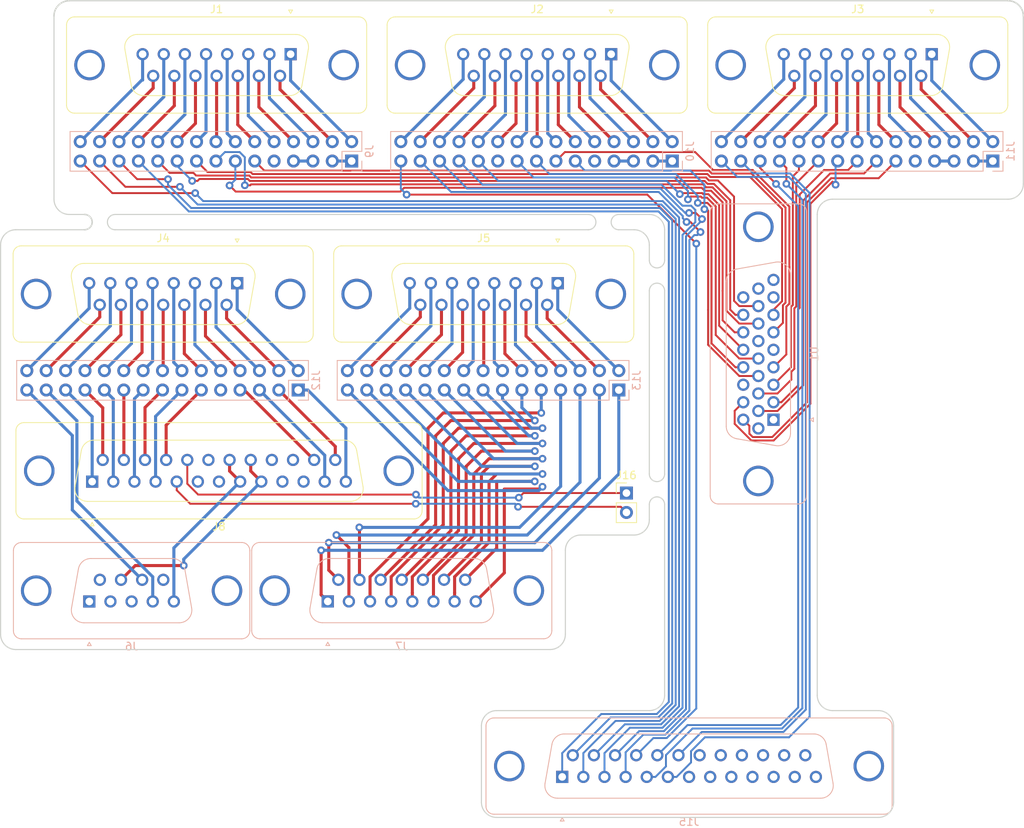
<source format=kicad_pcb>
(kicad_pcb (version 20171130) (host pcbnew 5.0.2-4.fc29)

  (general
    (thickness 1.6)
    (drawings 52)
    (tracks 686)
    (zones 0)
    (modules 16)
    (nets 184)
  )

  (page A4)
  (layers
    (0 F.Cu signal)
    (31 B.Cu signal)
    (32 B.Adhes user)
    (33 F.Adhes user)
    (34 B.Paste user)
    (35 F.Paste user)
    (36 B.SilkS user)
    (37 F.SilkS user)
    (38 B.Mask user)
    (39 F.Mask user)
    (40 Dwgs.User user)
    (41 Cmts.User user)
    (42 Eco1.User user)
    (43 Eco2.User user)
    (44 Edge.Cuts user)
    (45 Margin user)
    (46 B.CrtYd user)
    (47 F.CrtYd user)
    (48 B.Fab user)
    (49 F.Fab user)
  )

  (setup
    (last_trace_width 0.25)
    (user_trace_width 0.25)
    (user_trace_width 0.3)
    (user_trace_width 0.35)
    (user_trace_width 0.4)
    (user_trace_width 0.5)
    (user_trace_width 0.75)
    (user_trace_width 1)
    (user_trace_width 2)
    (trace_clearance 0.2)
    (zone_clearance 0.508)
    (zone_45_only no)
    (trace_min 0.2)
    (segment_width 0.2)
    (edge_width 0.15)
    (via_size 0.8)
    (via_drill 0.4)
    (via_min_size 0.4)
    (via_min_drill 0.3)
    (user_via 1 0.5)
    (uvia_size 0.3)
    (uvia_drill 0.1)
    (uvias_allowed no)
    (uvia_min_size 0.2)
    (uvia_min_drill 0.1)
    (pcb_text_width 0.3)
    (pcb_text_size 1.5 1.5)
    (mod_edge_width 0.15)
    (mod_text_size 1 1)
    (mod_text_width 0.15)
    (pad_size 1.524 1.524)
    (pad_drill 0.762)
    (pad_to_mask_clearance 0.051)
    (solder_mask_min_width 0.25)
    (aux_axis_origin 0 0)
    (visible_elements FFFFFF7F)
    (pcbplotparams
      (layerselection 0x010fc_ffffffff)
      (usegerberextensions false)
      (usegerberattributes false)
      (usegerberadvancedattributes false)
      (creategerberjobfile false)
      (excludeedgelayer true)
      (linewidth 0.100000)
      (plotframeref false)
      (viasonmask false)
      (mode 1)
      (useauxorigin false)
      (hpglpennumber 1)
      (hpglpenspeed 20)
      (hpglpendiameter 15.000000)
      (psnegative false)
      (psa4output false)
      (plotreference true)
      (plotvalue true)
      (plotinvisibletext false)
      (padsonsilk false)
      (subtractmaskfromsilk false)
      (outputformat 1)
      (mirror false)
      (drillshape 1)
      (scaleselection 1)
      (outputdirectory ""))
  )

  (net 0 "")
  (net 1 "Net-(J1-Pad15)")
  (net 2 "Net-(J1-Pad14)")
  (net 3 "Net-(J1-Pad13)")
  (net 4 "Net-(J1-Pad12)")
  (net 5 "Net-(J1-Pad11)")
  (net 6 "Net-(J1-Pad10)")
  (net 7 "Net-(J1-Pad9)")
  (net 8 "Net-(J1-Pad8)")
  (net 9 "Net-(J1-Pad7)")
  (net 10 "Net-(J1-Pad6)")
  (net 11 "Net-(J1-Pad5)")
  (net 12 "Net-(J1-Pad4)")
  (net 13 "Net-(J1-Pad3)")
  (net 14 "Net-(J1-Pad2)")
  (net 15 "Net-(J1-Pad1)")
  (net 16 "Net-(J6-Pad1)")
  (net 17 "Net-(J6-Pad2)")
  (net 18 "Net-(J6-Pad3)")
  (net 19 "Net-(J6-Pad6)")
  (net 20 "Net-(J6-Pad9)")
  (net 21 "Net-(J8-Pad6)")
  (net 22 "Net-(J8-Pad7)")
  (net 23 "Net-(J8-Pad10)")
  (net 24 "Net-(J8-Pad11)")
  (net 25 "Net-(J8-Pad19)")
  (net 26 "Net-(J8-Pad22)")
  (net 27 "Net-(J8-Pad23)")
  (net 28 "Net-(U1-Pad1)")
  (net 29 "Net-(U1-Pad8)")
  (net 30 "Net-(U1-Pad9)")
  (net 31 "Net-(U1-Pad10)")
  (net 32 "Net-(U1-Pad15)")
  (net 33 "Net-(U1-Pad18)")
  (net 34 "Net-(U1-Pad21)")
  (net 35 "Net-(U1-Pad26)")
  (net 36 "Net-(J10-Pad30)")
  (net 37 "Net-(J10-Pad28)")
  (net 38 "Net-(J10-Pad26)")
  (net 39 "Net-(J10-Pad24)")
  (net 40 "Net-(J10-Pad22)")
  (net 41 "Net-(J10-Pad20)")
  (net 42 "Net-(J10-Pad18)")
  (net 43 "Net-(J10-Pad16)")
  (net 44 "Net-(J10-Pad29)")
  (net 45 "Net-(J10-Pad27)")
  (net 46 "Net-(J10-Pad25)")
  (net 47 "Net-(J10-Pad23)")
  (net 48 "Net-(J10-Pad19)")
  (net 49 "Net-(J11-Pad30)")
  (net 50 "Net-(J11-Pad28)")
  (net 51 "Net-(J11-Pad26)")
  (net 52 "Net-(J11-Pad24)")
  (net 53 "Net-(J11-Pad22)")
  (net 54 "Net-(J11-Pad20)")
  (net 55 "Net-(J11-Pad18)")
  (net 56 "Net-(J11-Pad16)")
  (net 57 "Net-(J11-Pad29)")
  (net 58 "Net-(J11-Pad27)")
  (net 59 "Net-(J11-Pad25)")
  (net 60 "Net-(J11-Pad23)")
  (net 61 "Net-(J12-Pad16)")
  (net 62 "Net-(J12-Pad18)")
  (net 63 "Net-(J12-Pad20)")
  (net 64 "Net-(J12-Pad22)")
  (net 65 "Net-(J12-Pad24)")
  (net 66 "Net-(J12-Pad26)")
  (net 67 "Net-(J12-Pad28)")
  (net 68 "Net-(J12-Pad30)")
  (net 69 "Net-(J13-Pad30)")
  (net 70 "Net-(J13-Pad28)")
  (net 71 "Net-(J13-Pad26)")
  (net 72 "Net-(J13-Pad24)")
  (net 73 "Net-(J13-Pad22)")
  (net 74 "Net-(J13-Pad20)")
  (net 75 "Net-(J13-Pad18)")
  (net 76 "Net-(J13-Pad16)")
  (net 77 "Net-(J13-Pad29)")
  (net 78 "Net-(J13-Pad27)")
  (net 79 "Net-(J13-Pad25)")
  (net 80 "Net-(J13-Pad23)")
  (net 81 "Net-(J13-Pad21)")
  (net 82 "Net-(J13-Pad19)")
  (net 83 "Net-(J13-Pad17)")
  (net 84 /camera-light_LED_OUT)
  (net 85 /piboard_GND)
  (net 86 /piboard_5V)
  (net 87 /camera-light_GND)
  (net 88 "Net-(J13-Pad1)")
  (net 89 "Net-(J13-Pad3)")
  (net 90 "Net-(J13-Pad5)")
  (net 91 "Net-(J13-Pad7)")
  (net 92 "Net-(J13-Pad9)")
  (net 93 "Net-(J13-Pad11)")
  (net 94 "Net-(J13-Pad13)")
  (net 95 "Net-(J13-Pad15)")
  (net 96 "Net-(J13-Pad2)")
  (net 97 "Net-(J13-Pad4)")
  (net 98 "Net-(J13-Pad6)")
  (net 99 "Net-(J13-Pad8)")
  (net 100 "Net-(J13-Pad10)")
  (net 101 "Net-(J13-Pad12)")
  (net 102 "Net-(J13-Pad14)")
  (net 103 /flir_SDA)
  (net 104 /flir_CE)
  (net 105 /flir_MOSI)
  (net 106 /flir_GND)
  (net 107 /uart_RX)
  (net 108 "Net-(J12-Pad3)")
  (net 109 "Net-(J12-Pad1)")
  (net 110 /flir_SCL)
  (net 111 /flir_MISO)
  (net 112 /flir_CLCK)
  (net 113 /flir_VCC)
  (net 114 /uart_TX)
  (net 115 "Net-(J12-Pad4)")
  (net 116 "Net-(J12-Pad2)")
  (net 117 "Net-(J14-Pad1)")
  (net 118 "Net-(J14-Pad2)")
  (net 119 /enc3_5V)
  (net 120 /enc3_GND)
  (net 121 /enc3_A+)
  (net 122 /enc3_A-)
  (net 123 /enc3_B+)
  (net 124 /enc3_B-)
  (net 125 "Net-(J15-Pad1)")
  (net 126 "Net-(J15-Pad2)")
  (net 127 "Net-(J10-Pad14)")
  (net 128 "Net-(J10-Pad12)")
  (net 129 /enc2_B-)
  (net 130 "Net-(J10-Pad10)")
  (net 131 /enc2_A-)
  (net 132 /enc2_A+)
  (net 133 /enc2_GND)
  (net 134 /enc2_5V)
  (net 135 "Net-(J10-Pad5)")
  (net 136 "Net-(J10-Pad1)")
  (net 137 "Net-(J11-Pad1)")
  (net 138 "Net-(J11-Pad5)")
  (net 139 /enc1_GND)
  (net 140 /enc1_5V)
  (net 141 /enc1_A+)
  (net 142 /enc1_A-)
  (net 143 /enc1_B+)
  (net 144 /enc1_B-)
  (net 145 "Net-(J11-Pad12)")
  (net 146 "Net-(J11-Pad14)")
  (net 147 "Net-(J12-Pad5)")
  (net 148 /enc2_B+)
  (net 149 "Net-(J10-Pad2)")
  (net 150 "Net-(J10-Pad6)")
  (net 151 "Net-(J10-Pad4)")
  (net 152 "Net-(J10-Pad8)")
  (net 153 "Net-(J11-Pad2)")
  (net 154 "Net-(J11-Pad6)")
  (net 155 "Net-(J11-Pad10)")
  (net 156 "Net-(J11-Pad4)")
  (net 157 "Net-(J11-Pad8)")
  (net 158 "Net-(J12-Pad12)")
  (net 159 "Net-(J12-Pad8)")
  (net 160 "Net-(J12-Pad14)")
  (net 161 "Net-(J12-Pad10)")
  (net 162 "Net-(J12-Pad6)")
  (net 163 "Net-(J12-Pad7)")
  (net 164 "Net-(J9-Pad9)")
  (net 165 "Net-(J10-Pad9)")
  (net 166 "Net-(J11-Pad9)")
  (net 167 "Net-(J12-Pad9)")
  (net 168 "Net-(J15-Pad14)")
  (net 169 "Net-(J15-Pad15)")
  (net 170 "Net-(J15-Pad7)")
  (net 171 "Net-(J15-Pad8)")
  (net 172 "Net-(J15-Pad9)")
  (net 173 "Net-(J15-Pad10)")
  (net 174 "Net-(J15-Pad11)")
  (net 175 "Net-(J15-Pad12)")
  (net 176 "Net-(J15-Pad13)")
  (net 177 "Net-(J15-Pad20)")
  (net 178 "Net-(J15-Pad21)")
  (net 179 "Net-(J15-Pad22)")
  (net 180 "Net-(J15-Pad23)")
  (net 181 "Net-(J15-Pad24)")
  (net 182 "Net-(J15-Pad25)")
  (net 183 "Net-(J15-Pad0)")

  (net_class Default "This is the default net class."
    (clearance 0.2)
    (trace_width 0.25)
    (via_dia 0.8)
    (via_drill 0.4)
    (uvia_dia 0.3)
    (uvia_drill 0.1)
    (add_net /camera-light_GND)
    (add_net /camera-light_LED_OUT)
    (add_net /enc1_5V)
    (add_net /enc1_A+)
    (add_net /enc1_A-)
    (add_net /enc1_B+)
    (add_net /enc1_B-)
    (add_net /enc1_GND)
    (add_net /enc2_5V)
    (add_net /enc2_A+)
    (add_net /enc2_A-)
    (add_net /enc2_B+)
    (add_net /enc2_B-)
    (add_net /enc2_GND)
    (add_net /enc3_5V)
    (add_net /enc3_A+)
    (add_net /enc3_A-)
    (add_net /enc3_B+)
    (add_net /enc3_B-)
    (add_net /enc3_GND)
    (add_net /flir_CE)
    (add_net /flir_CLCK)
    (add_net /flir_GND)
    (add_net /flir_MISO)
    (add_net /flir_MOSI)
    (add_net /flir_SCL)
    (add_net /flir_SDA)
    (add_net /flir_VCC)
    (add_net /piboard_5V)
    (add_net /piboard_GND)
    (add_net /uart_RX)
    (add_net /uart_TX)
    (add_net "Net-(J1-Pad1)")
    (add_net "Net-(J1-Pad10)")
    (add_net "Net-(J1-Pad11)")
    (add_net "Net-(J1-Pad12)")
    (add_net "Net-(J1-Pad13)")
    (add_net "Net-(J1-Pad14)")
    (add_net "Net-(J1-Pad15)")
    (add_net "Net-(J1-Pad2)")
    (add_net "Net-(J1-Pad3)")
    (add_net "Net-(J1-Pad4)")
    (add_net "Net-(J1-Pad5)")
    (add_net "Net-(J1-Pad6)")
    (add_net "Net-(J1-Pad7)")
    (add_net "Net-(J1-Pad8)")
    (add_net "Net-(J1-Pad9)")
    (add_net "Net-(J10-Pad1)")
    (add_net "Net-(J10-Pad10)")
    (add_net "Net-(J10-Pad12)")
    (add_net "Net-(J10-Pad14)")
    (add_net "Net-(J10-Pad16)")
    (add_net "Net-(J10-Pad18)")
    (add_net "Net-(J10-Pad19)")
    (add_net "Net-(J10-Pad2)")
    (add_net "Net-(J10-Pad20)")
    (add_net "Net-(J10-Pad22)")
    (add_net "Net-(J10-Pad23)")
    (add_net "Net-(J10-Pad24)")
    (add_net "Net-(J10-Pad25)")
    (add_net "Net-(J10-Pad26)")
    (add_net "Net-(J10-Pad27)")
    (add_net "Net-(J10-Pad28)")
    (add_net "Net-(J10-Pad29)")
    (add_net "Net-(J10-Pad30)")
    (add_net "Net-(J10-Pad4)")
    (add_net "Net-(J10-Pad5)")
    (add_net "Net-(J10-Pad6)")
    (add_net "Net-(J10-Pad8)")
    (add_net "Net-(J10-Pad9)")
    (add_net "Net-(J11-Pad1)")
    (add_net "Net-(J11-Pad10)")
    (add_net "Net-(J11-Pad12)")
    (add_net "Net-(J11-Pad14)")
    (add_net "Net-(J11-Pad16)")
    (add_net "Net-(J11-Pad18)")
    (add_net "Net-(J11-Pad2)")
    (add_net "Net-(J11-Pad20)")
    (add_net "Net-(J11-Pad22)")
    (add_net "Net-(J11-Pad23)")
    (add_net "Net-(J11-Pad24)")
    (add_net "Net-(J11-Pad25)")
    (add_net "Net-(J11-Pad26)")
    (add_net "Net-(J11-Pad27)")
    (add_net "Net-(J11-Pad28)")
    (add_net "Net-(J11-Pad29)")
    (add_net "Net-(J11-Pad30)")
    (add_net "Net-(J11-Pad4)")
    (add_net "Net-(J11-Pad5)")
    (add_net "Net-(J11-Pad6)")
    (add_net "Net-(J11-Pad8)")
    (add_net "Net-(J11-Pad9)")
    (add_net "Net-(J12-Pad1)")
    (add_net "Net-(J12-Pad10)")
    (add_net "Net-(J12-Pad12)")
    (add_net "Net-(J12-Pad14)")
    (add_net "Net-(J12-Pad16)")
    (add_net "Net-(J12-Pad18)")
    (add_net "Net-(J12-Pad2)")
    (add_net "Net-(J12-Pad20)")
    (add_net "Net-(J12-Pad22)")
    (add_net "Net-(J12-Pad24)")
    (add_net "Net-(J12-Pad26)")
    (add_net "Net-(J12-Pad28)")
    (add_net "Net-(J12-Pad3)")
    (add_net "Net-(J12-Pad30)")
    (add_net "Net-(J12-Pad4)")
    (add_net "Net-(J12-Pad5)")
    (add_net "Net-(J12-Pad6)")
    (add_net "Net-(J12-Pad7)")
    (add_net "Net-(J12-Pad8)")
    (add_net "Net-(J12-Pad9)")
    (add_net "Net-(J13-Pad1)")
    (add_net "Net-(J13-Pad10)")
    (add_net "Net-(J13-Pad11)")
    (add_net "Net-(J13-Pad12)")
    (add_net "Net-(J13-Pad13)")
    (add_net "Net-(J13-Pad14)")
    (add_net "Net-(J13-Pad15)")
    (add_net "Net-(J13-Pad16)")
    (add_net "Net-(J13-Pad17)")
    (add_net "Net-(J13-Pad18)")
    (add_net "Net-(J13-Pad19)")
    (add_net "Net-(J13-Pad2)")
    (add_net "Net-(J13-Pad20)")
    (add_net "Net-(J13-Pad21)")
    (add_net "Net-(J13-Pad22)")
    (add_net "Net-(J13-Pad23)")
    (add_net "Net-(J13-Pad24)")
    (add_net "Net-(J13-Pad25)")
    (add_net "Net-(J13-Pad26)")
    (add_net "Net-(J13-Pad27)")
    (add_net "Net-(J13-Pad28)")
    (add_net "Net-(J13-Pad29)")
    (add_net "Net-(J13-Pad3)")
    (add_net "Net-(J13-Pad30)")
    (add_net "Net-(J13-Pad4)")
    (add_net "Net-(J13-Pad5)")
    (add_net "Net-(J13-Pad6)")
    (add_net "Net-(J13-Pad7)")
    (add_net "Net-(J13-Pad8)")
    (add_net "Net-(J13-Pad9)")
    (add_net "Net-(J14-Pad1)")
    (add_net "Net-(J14-Pad2)")
    (add_net "Net-(J15-Pad0)")
    (add_net "Net-(J15-Pad1)")
    (add_net "Net-(J15-Pad10)")
    (add_net "Net-(J15-Pad11)")
    (add_net "Net-(J15-Pad12)")
    (add_net "Net-(J15-Pad13)")
    (add_net "Net-(J15-Pad14)")
    (add_net "Net-(J15-Pad15)")
    (add_net "Net-(J15-Pad2)")
    (add_net "Net-(J15-Pad20)")
    (add_net "Net-(J15-Pad21)")
    (add_net "Net-(J15-Pad22)")
    (add_net "Net-(J15-Pad23)")
    (add_net "Net-(J15-Pad24)")
    (add_net "Net-(J15-Pad25)")
    (add_net "Net-(J15-Pad7)")
    (add_net "Net-(J15-Pad8)")
    (add_net "Net-(J15-Pad9)")
    (add_net "Net-(J6-Pad1)")
    (add_net "Net-(J6-Pad2)")
    (add_net "Net-(J6-Pad3)")
    (add_net "Net-(J6-Pad6)")
    (add_net "Net-(J6-Pad9)")
    (add_net "Net-(J8-Pad10)")
    (add_net "Net-(J8-Pad11)")
    (add_net "Net-(J8-Pad19)")
    (add_net "Net-(J8-Pad22)")
    (add_net "Net-(J8-Pad23)")
    (add_net "Net-(J8-Pad6)")
    (add_net "Net-(J8-Pad7)")
    (add_net "Net-(J9-Pad9)")
    (add_net "Net-(U1-Pad1)")
    (add_net "Net-(U1-Pad10)")
    (add_net "Net-(U1-Pad15)")
    (add_net "Net-(U1-Pad18)")
    (add_net "Net-(U1-Pad21)")
    (add_net "Net-(U1-Pad26)")
    (add_net "Net-(U1-Pad8)")
    (add_net "Net-(U1-Pad9)")
  )

  (module Connector_Dsub:DSUB-26-HD_Male_Vertical_P2.29x1.98mm_MountingHoles (layer B.Cu) (tedit 59FEDEE2) (tstamp 5C830816)
    (at 113.267 97.89 90)
    (descr "26-pin D-Sub connector, straight/vertical, THT-mount, male, pitch 2.29x1.98mm, distance of mounting holes 33.3mm, see https://disti-assets.s3.amazonaws.com/tonar/files/datasheets/16730.pdf")
    (tags "26-pin D-Sub connector straight vertical THT male pitch 2.29x1.98mm mounting holes distance 33.3mm")
    (path /5C5F3AD9)
    (fp_text reference U1 (at 8.625 5.33 90) (layer B.SilkS)
      (effects (font (size 1 1) (thickness 0.15)) (justify mirror))
    )
    (fp_text value DB_26 (at 8.625 -9.29 90) (layer B.Fab)
      (effects (font (size 1 1) (thickness 0.15)) (justify mirror))
    )
    (fp_arc (start -9.975 3.27) (end -10.975 3.27) (angle -90) (layer B.Fab) (width 0.1))
    (fp_arc (start 27.225 3.27) (end 27.225 4.27) (angle -90) (layer B.Fab) (width 0.1))
    (fp_arc (start -9.975 -7.23) (end -10.975 -7.23) (angle 90) (layer B.Fab) (width 0.1))
    (fp_arc (start 27.225 -7.23) (end 28.225 -7.23) (angle -90) (layer B.Fab) (width 0.1))
    (fp_arc (start -9.975 3.27) (end -11.035 3.27) (angle -90) (layer B.SilkS) (width 0.12))
    (fp_arc (start 27.225 3.27) (end 27.225 4.33) (angle -90) (layer B.SilkS) (width 0.12))
    (fp_arc (start -9.975 -7.23) (end -11.035 -7.23) (angle 90) (layer B.SilkS) (width 0.12))
    (fp_arc (start 27.225 -7.23) (end 28.285 -7.23) (angle -90) (layer B.SilkS) (width 0.12))
    (fp_arc (start -1.768194 0.57) (end -1.768194 2.17) (angle 100) (layer B.Fab) (width 0.1))
    (fp_arc (start 19.018194 0.57) (end 19.018194 2.17) (angle -100) (layer B.Fab) (width 0.1))
    (fp_arc (start -0.868927 -4.53) (end -0.868927 -6.13) (angle -80) (layer B.Fab) (width 0.1))
    (fp_arc (start 18.118927 -4.53) (end 18.118927 -6.13) (angle 80) (layer B.Fab) (width 0.1))
    (fp_arc (start -1.756689 0.57) (end -1.756689 2.23) (angle 100) (layer B.SilkS) (width 0.12))
    (fp_arc (start 19.006689 0.57) (end 19.006689 2.23) (angle -100) (layer B.SilkS) (width 0.12))
    (fp_arc (start -0.857421 -4.53) (end -0.857421 -6.19) (angle -80) (layer B.SilkS) (width 0.12))
    (fp_arc (start 18.107421 -4.53) (end 18.107421 -6.19) (angle 80) (layer B.SilkS) (width 0.12))
    (fp_line (start -9.975 4.27) (end 27.225 4.27) (layer B.Fab) (width 0.1))
    (fp_line (start 28.225 3.27) (end 28.225 -7.23) (layer B.Fab) (width 0.1))
    (fp_line (start 27.225 -8.23) (end -9.975 -8.23) (layer B.Fab) (width 0.1))
    (fp_line (start -10.975 -7.23) (end -10.975 3.27) (layer B.Fab) (width 0.1))
    (fp_line (start -9.975 4.33) (end 27.225 4.33) (layer B.SilkS) (width 0.12))
    (fp_line (start 28.285 3.27) (end 28.285 -7.23) (layer B.SilkS) (width 0.12))
    (fp_line (start 27.225 -8.29) (end -9.975 -8.29) (layer B.SilkS) (width 0.12))
    (fp_line (start -11.035 -7.23) (end -11.035 3.27) (layer B.SilkS) (width 0.12))
    (fp_line (start -0.25 5.224338) (end 0.25 5.224338) (layer B.SilkS) (width 0.12))
    (fp_line (start 0.25 5.224338) (end 0 4.791325) (layer B.SilkS) (width 0.12))
    (fp_line (start 0 4.791325) (end -0.25 5.224338) (layer B.SilkS) (width 0.12))
    (fp_line (start -1.768194 2.17) (end 19.018194 2.17) (layer B.Fab) (width 0.1))
    (fp_line (start -0.868927 -6.13) (end 18.118927 -6.13) (layer B.Fab) (width 0.1))
    (fp_line (start 20.593887 0.292163) (end 19.694619 -4.807837) (layer B.Fab) (width 0.1))
    (fp_line (start -3.343887 0.292163) (end -2.444619 -4.807837) (layer B.Fab) (width 0.1))
    (fp_line (start -1.756689 2.23) (end 19.006689 2.23) (layer B.SilkS) (width 0.12))
    (fp_line (start -0.857421 -6.19) (end 18.107421 -6.19) (layer B.SilkS) (width 0.12))
    (fp_line (start 20.64147 0.281744) (end 19.742202 -4.818256) (layer B.SilkS) (width 0.12))
    (fp_line (start -3.39147 0.281744) (end -2.492202 -4.818256) (layer B.SilkS) (width 0.12))
    (fp_line (start -11.5 4.8) (end -11.5 -8.75) (layer B.CrtYd) (width 0.05))
    (fp_line (start -11.5 -8.75) (end 28.75 -8.75) (layer B.CrtYd) (width 0.05))
    (fp_line (start 28.75 -8.75) (end 28.75 4.8) (layer B.CrtYd) (width 0.05))
    (fp_line (start 28.75 4.8) (end -11.5 4.8) (layer B.CrtYd) (width 0.05))
    (fp_text user %R (at 8.625 -1.98 90) (layer B.Fab)
      (effects (font (size 1 1) (thickness 0.15)) (justify mirror))
    )
    (pad 1 thru_hole rect (at 0 0 90) (size 1.6 1.6) (drill 1) (layers *.Cu *.Mask)
      (net 28 "Net-(U1-Pad1)"))
    (pad 2 thru_hole circle (at 2.29 0 90) (size 1.6 1.6) (drill 1) (layers *.Cu *.Mask)
      (net 141 /enc1_A+))
    (pad 3 thru_hole circle (at 4.58 0 90) (size 1.6 1.6) (drill 1) (layers *.Cu *.Mask)
      (net 144 /enc1_B-))
    (pad 4 thru_hole circle (at 6.87 0 90) (size 1.6 1.6) (drill 1) (layers *.Cu *.Mask)
      (net 133 /enc2_GND))
    (pad 5 thru_hole circle (at 9.16 0 90) (size 1.6 1.6) (drill 1) (layers *.Cu *.Mask)
      (net 148 /enc2_B+))
    (pad 6 thru_hole circle (at 11.45 0 90) (size 1.6 1.6) (drill 1) (layers *.Cu *.Mask)
      (net 119 /enc3_5V))
    (pad 7 thru_hole circle (at 13.74 0 90) (size 1.6 1.6) (drill 1) (layers *.Cu *.Mask)
      (net 122 /enc3_A-))
    (pad 8 thru_hole circle (at 16.03 0 90) (size 1.6 1.6) (drill 1) (layers *.Cu *.Mask)
      (net 29 "Net-(U1-Pad8)"))
    (pad 9 thru_hole circle (at 18.32 0 90) (size 1.6 1.6) (drill 1) (layers *.Cu *.Mask)
      (net 30 "Net-(U1-Pad9)"))
    (pad 10 thru_hole circle (at -1.145 -1.98 90) (size 1.6 1.6) (drill 1) (layers *.Cu *.Mask)
      (net 31 "Net-(U1-Pad10)"))
    (pad 11 thru_hole circle (at 1.145 -1.98 90) (size 1.6 1.6) (drill 1) (layers *.Cu *.Mask)
      (net 140 /enc1_5V))
    (pad 12 thru_hole circle (at 3.435 -1.98 90) (size 1.6 1.6) (drill 1) (layers *.Cu *.Mask)
      (net 143 /enc1_B+))
    (pad 13 thru_hole circle (at 5.725 -1.98 90) (size 1.6 1.6) (drill 1) (layers *.Cu *.Mask)
      (net 134 /enc2_5V))
    (pad 14 thru_hole circle (at 8.015 -1.98 90) (size 1.6 1.6) (drill 1) (layers *.Cu *.Mask)
      (net 131 /enc2_A-))
    (pad 15 thru_hole circle (at 10.305 -1.98 90) (size 1.6 1.6) (drill 1) (layers *.Cu *.Mask)
      (net 32 "Net-(U1-Pad15)"))
    (pad 16 thru_hole circle (at 12.595 -1.98 90) (size 1.6 1.6) (drill 1) (layers *.Cu *.Mask)
      (net 121 /enc3_A+))
    (pad 17 thru_hole circle (at 14.885 -1.98 90) (size 1.6 1.6) (drill 1) (layers *.Cu *.Mask)
      (net 124 /enc3_B-))
    (pad 18 thru_hole circle (at 17.175 -1.98 90) (size 1.6 1.6) (drill 1) (layers *.Cu *.Mask)
      (net 33 "Net-(U1-Pad18)"))
    (pad 19 thru_hole circle (at 0 -3.96 90) (size 1.6 1.6) (drill 1) (layers *.Cu *.Mask)
      (net 139 /enc1_GND))
    (pad 20 thru_hole circle (at 2.29 -3.96 90) (size 1.6 1.6) (drill 1) (layers *.Cu *.Mask)
      (net 142 /enc1_A-))
    (pad 21 thru_hole circle (at 4.58 -3.96 90) (size 1.6 1.6) (drill 1) (layers *.Cu *.Mask)
      (net 34 "Net-(U1-Pad21)"))
    (pad 22 thru_hole circle (at 6.87 -3.96 90) (size 1.6 1.6) (drill 1) (layers *.Cu *.Mask)
      (net 132 /enc2_A+))
    (pad 23 thru_hole circle (at 9.16 -3.96 90) (size 1.6 1.6) (drill 1) (layers *.Cu *.Mask)
      (net 129 /enc2_B-))
    (pad 24 thru_hole circle (at 11.45 -3.96 90) (size 1.6 1.6) (drill 1) (layers *.Cu *.Mask)
      (net 120 /enc3_GND))
    (pad 25 thru_hole circle (at 13.74 -3.96 90) (size 1.6 1.6) (drill 1) (layers *.Cu *.Mask)
      (net 123 /enc3_B+))
    (pad 26 thru_hole circle (at 16.03 -3.96 90) (size 1.6 1.6) (drill 1) (layers *.Cu *.Mask)
      (net 35 "Net-(U1-Pad26)"))
    (pad 0 thru_hole circle (at -8.025 -1.98 90) (size 4 4) (drill 3.2) (layers *.Cu *.Mask))
    (pad 0 thru_hole circle (at 25.275 -1.98 90) (size 4 4) (drill 3.2) (layers *.Cu *.Mask))
    (model ${KISYS3DMOD}/Connector_Dsub.3dshapes/DSUB-26-HD_Male_Vertical_P2.29x1.98mm_MountingHoles.wrl
      (at (xyz 0 0 0))
      (scale (xyz 1 1 1))
      (rotate (xyz 0 0 0))
    )
  )

  (module Connector_Dsub:DSUB-15_Female_Vertical_P2.77x2.84mm_MountingHoles (layer F.Cu) (tedit 59FEDEE2) (tstamp 5C83061F)
    (at 50 50)
    (descr "15-pin D-Sub connector, straight/vertical, THT-mount, female, pitch 2.77x2.84mm, distance of mounting holes 33.3mm, see https://disti-assets.s3.amazonaws.com/tonar/files/datasheets/16730.pdf")
    (tags "15-pin D-Sub connector straight vertical THT female pitch 2.77x2.84mm mounting holes distance 33.3mm")
    (path /5C45832A)
    (fp_text reference J1 (at -9.695 -5.89) (layer F.SilkS)
      (effects (font (size 1 1) (thickness 0.15)))
    )
    (fp_text value DB15_Female (at -9.695 8.73) (layer F.Fab)
      (effects (font (size 1 1) (thickness 0.15)))
    )
    (fp_text user %R (at -9.695 1.42) (layer F.Fab)
      (effects (font (size 1 1) (thickness 0.15)))
    )
    (fp_line (start 10.45 -5.35) (end -29.8 -5.35) (layer F.CrtYd) (width 0.05))
    (fp_line (start 10.45 8.2) (end 10.45 -5.35) (layer F.CrtYd) (width 0.05))
    (fp_line (start -29.8 8.2) (end 10.45 8.2) (layer F.CrtYd) (width 0.05))
    (fp_line (start -29.8 -5.35) (end -29.8 8.2) (layer F.CrtYd) (width 0.05))
    (fp_line (start -21.71147 -0.641744) (end -20.882733 4.058256) (layer F.SilkS) (width 0.12))
    (fp_line (start 2.32147 -0.641744) (end 1.492733 4.058256) (layer F.SilkS) (width 0.12))
    (fp_line (start -19.247952 5.43) (end -0.142048 5.43) (layer F.SilkS) (width 0.12))
    (fp_line (start -20.076689 -2.59) (end 0.686689 -2.59) (layer F.SilkS) (width 0.12))
    (fp_line (start -21.663887 -0.652163) (end -20.83515 4.047837) (layer F.Fab) (width 0.1))
    (fp_line (start 2.273887 -0.652163) (end 1.44515 4.047837) (layer F.Fab) (width 0.1))
    (fp_line (start -19.259457 5.37) (end -0.130543 5.37) (layer F.Fab) (width 0.1))
    (fp_line (start -20.088194 -2.53) (end 0.698194 -2.53) (layer F.Fab) (width 0.1))
    (fp_line (start 0 -5.351325) (end -0.25 -5.784338) (layer F.SilkS) (width 0.12))
    (fp_line (start 0.25 -5.784338) (end 0 -5.351325) (layer F.SilkS) (width 0.12))
    (fp_line (start -0.25 -5.784338) (end 0.25 -5.784338) (layer F.SilkS) (width 0.12))
    (fp_line (start -29.355 6.67) (end -29.355 -3.83) (layer F.SilkS) (width 0.12))
    (fp_line (start 8.905 7.73) (end -28.295 7.73) (layer F.SilkS) (width 0.12))
    (fp_line (start 9.965 -3.83) (end 9.965 6.67) (layer F.SilkS) (width 0.12))
    (fp_line (start -28.295 -4.89) (end 8.905 -4.89) (layer F.SilkS) (width 0.12))
    (fp_line (start -29.295 6.67) (end -29.295 -3.83) (layer F.Fab) (width 0.1))
    (fp_line (start 8.905 7.67) (end -28.295 7.67) (layer F.Fab) (width 0.1))
    (fp_line (start 9.905 -3.83) (end 9.905 6.67) (layer F.Fab) (width 0.1))
    (fp_line (start -28.295 -4.83) (end 8.905 -4.83) (layer F.Fab) (width 0.1))
    (fp_arc (start -0.142048 3.77) (end -0.142048 5.43) (angle -80) (layer F.SilkS) (width 0.12))
    (fp_arc (start -19.247952 3.77) (end -19.247952 5.43) (angle 80) (layer F.SilkS) (width 0.12))
    (fp_arc (start 0.686689 -0.93) (end 0.686689 -2.59) (angle 100) (layer F.SilkS) (width 0.12))
    (fp_arc (start -20.076689 -0.93) (end -20.076689 -2.59) (angle -100) (layer F.SilkS) (width 0.12))
    (fp_arc (start -0.130543 3.77) (end -0.130543 5.37) (angle -80) (layer F.Fab) (width 0.1))
    (fp_arc (start -19.259457 3.77) (end -19.259457 5.37) (angle 80) (layer F.Fab) (width 0.1))
    (fp_arc (start 0.698194 -0.93) (end 0.698194 -2.53) (angle 100) (layer F.Fab) (width 0.1))
    (fp_arc (start -20.088194 -0.93) (end -20.088194 -2.53) (angle -100) (layer F.Fab) (width 0.1))
    (fp_arc (start 8.905 6.67) (end 9.965 6.67) (angle 90) (layer F.SilkS) (width 0.12))
    (fp_arc (start -28.295 6.67) (end -29.355 6.67) (angle -90) (layer F.SilkS) (width 0.12))
    (fp_arc (start 8.905 -3.83) (end 8.905 -4.89) (angle 90) (layer F.SilkS) (width 0.12))
    (fp_arc (start -28.295 -3.83) (end -29.355 -3.83) (angle 90) (layer F.SilkS) (width 0.12))
    (fp_arc (start 8.905 6.67) (end 9.905 6.67) (angle 90) (layer F.Fab) (width 0.1))
    (fp_arc (start -28.295 6.67) (end -29.295 6.67) (angle -90) (layer F.Fab) (width 0.1))
    (fp_arc (start 8.905 -3.83) (end 8.905 -4.83) (angle 90) (layer F.Fab) (width 0.1))
    (fp_arc (start -28.295 -3.83) (end -29.295 -3.83) (angle 90) (layer F.Fab) (width 0.1))
    (pad 0 thru_hole circle (at 6.955 1.42) (size 4 4) (drill 3.2) (layers *.Cu *.Mask))
    (pad 0 thru_hole circle (at -26.345 1.42) (size 4 4) (drill 3.2) (layers *.Cu *.Mask))
    (pad 15 thru_hole circle (at -18.005 2.84) (size 1.6 1.6) (drill 1) (layers *.Cu *.Mask)
      (net 1 "Net-(J1-Pad15)"))
    (pad 14 thru_hole circle (at -15.235 2.84) (size 1.6 1.6) (drill 1) (layers *.Cu *.Mask)
      (net 2 "Net-(J1-Pad14)"))
    (pad 13 thru_hole circle (at -12.465 2.84) (size 1.6 1.6) (drill 1) (layers *.Cu *.Mask)
      (net 3 "Net-(J1-Pad13)"))
    (pad 12 thru_hole circle (at -9.695 2.84) (size 1.6 1.6) (drill 1) (layers *.Cu *.Mask)
      (net 4 "Net-(J1-Pad12)"))
    (pad 11 thru_hole circle (at -6.925 2.84) (size 1.6 1.6) (drill 1) (layers *.Cu *.Mask)
      (net 5 "Net-(J1-Pad11)"))
    (pad 10 thru_hole circle (at -4.155 2.84) (size 1.6 1.6) (drill 1) (layers *.Cu *.Mask)
      (net 6 "Net-(J1-Pad10)"))
    (pad 9 thru_hole circle (at -1.385 2.84) (size 1.6 1.6) (drill 1) (layers *.Cu *.Mask)
      (net 7 "Net-(J1-Pad9)"))
    (pad 8 thru_hole circle (at -19.39 0) (size 1.6 1.6) (drill 1) (layers *.Cu *.Mask)
      (net 8 "Net-(J1-Pad8)"))
    (pad 7 thru_hole circle (at -16.62 0) (size 1.6 1.6) (drill 1) (layers *.Cu *.Mask)
      (net 9 "Net-(J1-Pad7)"))
    (pad 6 thru_hole circle (at -13.85 0) (size 1.6 1.6) (drill 1) (layers *.Cu *.Mask)
      (net 10 "Net-(J1-Pad6)"))
    (pad 5 thru_hole circle (at -11.08 0) (size 1.6 1.6) (drill 1) (layers *.Cu *.Mask)
      (net 11 "Net-(J1-Pad5)"))
    (pad 4 thru_hole circle (at -8.31 0) (size 1.6 1.6) (drill 1) (layers *.Cu *.Mask)
      (net 12 "Net-(J1-Pad4)"))
    (pad 3 thru_hole circle (at -5.54 0) (size 1.6 1.6) (drill 1) (layers *.Cu *.Mask)
      (net 13 "Net-(J1-Pad3)"))
    (pad 2 thru_hole circle (at -2.77 0) (size 1.6 1.6) (drill 1) (layers *.Cu *.Mask)
      (net 14 "Net-(J1-Pad2)"))
    (pad 1 thru_hole rect (at 0 0) (size 1.6 1.6) (drill 1) (layers *.Cu *.Mask)
      (net 15 "Net-(J1-Pad1)"))
    (model ${KISYS3DMOD}/Connector_Dsub.3dshapes/DSUB-15_Female_Vertical_P2.77x2.84mm_MountingHoles.wrl
      (at (xyz 0 0 0))
      (scale (xyz 1 1 1))
      (rotate (xyz 0 0 0))
    )
  )

  (module Connector_Dsub:DSUB-15_Female_Vertical_P2.77x2.84mm_MountingHoles (layer F.Cu) (tedit 59FEDEE2) (tstamp 5C83065C)
    (at 92 50)
    (descr "15-pin D-Sub connector, straight/vertical, THT-mount, female, pitch 2.77x2.84mm, distance of mounting holes 33.3mm, see https://disti-assets.s3.amazonaws.com/tonar/files/datasheets/16730.pdf")
    (tags "15-pin D-Sub connector straight vertical THT female pitch 2.77x2.84mm mounting holes distance 33.3mm")
    (path /5C4583A8)
    (fp_text reference J2 (at -9.695 -5.89) (layer F.SilkS)
      (effects (font (size 1 1) (thickness 0.15)))
    )
    (fp_text value DB15_Female (at -9.695 8.73) (layer F.Fab)
      (effects (font (size 1 1) (thickness 0.15)))
    )
    (fp_arc (start -28.295 -3.83) (end -29.295 -3.83) (angle 90) (layer F.Fab) (width 0.1))
    (fp_arc (start 8.905 -3.83) (end 8.905 -4.83) (angle 90) (layer F.Fab) (width 0.1))
    (fp_arc (start -28.295 6.67) (end -29.295 6.67) (angle -90) (layer F.Fab) (width 0.1))
    (fp_arc (start 8.905 6.67) (end 9.905 6.67) (angle 90) (layer F.Fab) (width 0.1))
    (fp_arc (start -28.295 -3.83) (end -29.355 -3.83) (angle 90) (layer F.SilkS) (width 0.12))
    (fp_arc (start 8.905 -3.83) (end 8.905 -4.89) (angle 90) (layer F.SilkS) (width 0.12))
    (fp_arc (start -28.295 6.67) (end -29.355 6.67) (angle -90) (layer F.SilkS) (width 0.12))
    (fp_arc (start 8.905 6.67) (end 9.965 6.67) (angle 90) (layer F.SilkS) (width 0.12))
    (fp_arc (start -20.088194 -0.93) (end -20.088194 -2.53) (angle -100) (layer F.Fab) (width 0.1))
    (fp_arc (start 0.698194 -0.93) (end 0.698194 -2.53) (angle 100) (layer F.Fab) (width 0.1))
    (fp_arc (start -19.259457 3.77) (end -19.259457 5.37) (angle 80) (layer F.Fab) (width 0.1))
    (fp_arc (start -0.130543 3.77) (end -0.130543 5.37) (angle -80) (layer F.Fab) (width 0.1))
    (fp_arc (start -20.076689 -0.93) (end -20.076689 -2.59) (angle -100) (layer F.SilkS) (width 0.12))
    (fp_arc (start 0.686689 -0.93) (end 0.686689 -2.59) (angle 100) (layer F.SilkS) (width 0.12))
    (fp_arc (start -19.247952 3.77) (end -19.247952 5.43) (angle 80) (layer F.SilkS) (width 0.12))
    (fp_arc (start -0.142048 3.77) (end -0.142048 5.43) (angle -80) (layer F.SilkS) (width 0.12))
    (fp_line (start -28.295 -4.83) (end 8.905 -4.83) (layer F.Fab) (width 0.1))
    (fp_line (start 9.905 -3.83) (end 9.905 6.67) (layer F.Fab) (width 0.1))
    (fp_line (start 8.905 7.67) (end -28.295 7.67) (layer F.Fab) (width 0.1))
    (fp_line (start -29.295 6.67) (end -29.295 -3.83) (layer F.Fab) (width 0.1))
    (fp_line (start -28.295 -4.89) (end 8.905 -4.89) (layer F.SilkS) (width 0.12))
    (fp_line (start 9.965 -3.83) (end 9.965 6.67) (layer F.SilkS) (width 0.12))
    (fp_line (start 8.905 7.73) (end -28.295 7.73) (layer F.SilkS) (width 0.12))
    (fp_line (start -29.355 6.67) (end -29.355 -3.83) (layer F.SilkS) (width 0.12))
    (fp_line (start -0.25 -5.784338) (end 0.25 -5.784338) (layer F.SilkS) (width 0.12))
    (fp_line (start 0.25 -5.784338) (end 0 -5.351325) (layer F.SilkS) (width 0.12))
    (fp_line (start 0 -5.351325) (end -0.25 -5.784338) (layer F.SilkS) (width 0.12))
    (fp_line (start -20.088194 -2.53) (end 0.698194 -2.53) (layer F.Fab) (width 0.1))
    (fp_line (start -19.259457 5.37) (end -0.130543 5.37) (layer F.Fab) (width 0.1))
    (fp_line (start 2.273887 -0.652163) (end 1.44515 4.047837) (layer F.Fab) (width 0.1))
    (fp_line (start -21.663887 -0.652163) (end -20.83515 4.047837) (layer F.Fab) (width 0.1))
    (fp_line (start -20.076689 -2.59) (end 0.686689 -2.59) (layer F.SilkS) (width 0.12))
    (fp_line (start -19.247952 5.43) (end -0.142048 5.43) (layer F.SilkS) (width 0.12))
    (fp_line (start 2.32147 -0.641744) (end 1.492733 4.058256) (layer F.SilkS) (width 0.12))
    (fp_line (start -21.71147 -0.641744) (end -20.882733 4.058256) (layer F.SilkS) (width 0.12))
    (fp_line (start -29.8 -5.35) (end -29.8 8.2) (layer F.CrtYd) (width 0.05))
    (fp_line (start -29.8 8.2) (end 10.45 8.2) (layer F.CrtYd) (width 0.05))
    (fp_line (start 10.45 8.2) (end 10.45 -5.35) (layer F.CrtYd) (width 0.05))
    (fp_line (start 10.45 -5.35) (end -29.8 -5.35) (layer F.CrtYd) (width 0.05))
    (fp_text user %R (at -9.695 1.42) (layer F.Fab)
      (effects (font (size 1 1) (thickness 0.15)))
    )
    (pad 1 thru_hole rect (at 0 0) (size 1.6 1.6) (drill 1) (layers *.Cu *.Mask)
      (net 149 "Net-(J10-Pad2)"))
    (pad 2 thru_hole circle (at -2.77 0) (size 1.6 1.6) (drill 1) (layers *.Cu *.Mask)
      (net 150 "Net-(J10-Pad6)"))
    (pad 3 thru_hole circle (at -5.54 0) (size 1.6 1.6) (drill 1) (layers *.Cu *.Mask)
      (net 130 "Net-(J10-Pad10)"))
    (pad 4 thru_hole circle (at -8.31 0) (size 1.6 1.6) (drill 1) (layers *.Cu *.Mask)
      (net 127 "Net-(J10-Pad14)"))
    (pad 5 thru_hole circle (at -11.08 0) (size 1.6 1.6) (drill 1) (layers *.Cu *.Mask)
      (net 42 "Net-(J10-Pad18)"))
    (pad 6 thru_hole circle (at -13.85 0) (size 1.6 1.6) (drill 1) (layers *.Cu *.Mask)
      (net 40 "Net-(J10-Pad22)"))
    (pad 7 thru_hole circle (at -16.62 0) (size 1.6 1.6) (drill 1) (layers *.Cu *.Mask)
      (net 38 "Net-(J10-Pad26)"))
    (pad 8 thru_hole circle (at -19.39 0) (size 1.6 1.6) (drill 1) (layers *.Cu *.Mask)
      (net 36 "Net-(J10-Pad30)"))
    (pad 9 thru_hole circle (at -1.385 2.84) (size 1.6 1.6) (drill 1) (layers *.Cu *.Mask)
      (net 151 "Net-(J10-Pad4)"))
    (pad 10 thru_hole circle (at -4.155 2.84) (size 1.6 1.6) (drill 1) (layers *.Cu *.Mask)
      (net 152 "Net-(J10-Pad8)"))
    (pad 11 thru_hole circle (at -6.925 2.84) (size 1.6 1.6) (drill 1) (layers *.Cu *.Mask)
      (net 128 "Net-(J10-Pad12)"))
    (pad 12 thru_hole circle (at -9.695 2.84) (size 1.6 1.6) (drill 1) (layers *.Cu *.Mask)
      (net 43 "Net-(J10-Pad16)"))
    (pad 13 thru_hole circle (at -12.465 2.84) (size 1.6 1.6) (drill 1) (layers *.Cu *.Mask)
      (net 41 "Net-(J10-Pad20)"))
    (pad 14 thru_hole circle (at -15.235 2.84) (size 1.6 1.6) (drill 1) (layers *.Cu *.Mask)
      (net 39 "Net-(J10-Pad24)"))
    (pad 15 thru_hole circle (at -18.005 2.84) (size 1.6 1.6) (drill 1) (layers *.Cu *.Mask)
      (net 37 "Net-(J10-Pad28)"))
    (pad 0 thru_hole circle (at -26.345 1.42) (size 4 4) (drill 3.2) (layers *.Cu *.Mask))
    (pad 0 thru_hole circle (at 6.955 1.42) (size 4 4) (drill 3.2) (layers *.Cu *.Mask))
    (model ${KISYS3DMOD}/Connector_Dsub.3dshapes/DSUB-15_Female_Vertical_P2.77x2.84mm_MountingHoles.wrl
      (at (xyz 0 0 0))
      (scale (xyz 1 1 1))
      (rotate (xyz 0 0 0))
    )
  )

  (module Connector_Dsub:DSUB-15_Female_Vertical_P2.77x2.84mm_MountingHoles (layer F.Cu) (tedit 59FEDEE2) (tstamp 5C830699)
    (at 134 50)
    (descr "15-pin D-Sub connector, straight/vertical, THT-mount, female, pitch 2.77x2.84mm, distance of mounting holes 33.3mm, see https://disti-assets.s3.amazonaws.com/tonar/files/datasheets/16730.pdf")
    (tags "15-pin D-Sub connector straight vertical THT female pitch 2.77x2.84mm mounting holes distance 33.3mm")
    (path /5C457FD0)
    (fp_text reference J3 (at -9.695 -5.89) (layer F.SilkS)
      (effects (font (size 1 1) (thickness 0.15)))
    )
    (fp_text value DB15_Female (at -9.695 8.73) (layer F.Fab)
      (effects (font (size 1 1) (thickness 0.15)))
    )
    (fp_arc (start -28.295 -3.83) (end -29.295 -3.83) (angle 90) (layer F.Fab) (width 0.1))
    (fp_arc (start 8.905 -3.83) (end 8.905 -4.83) (angle 90) (layer F.Fab) (width 0.1))
    (fp_arc (start -28.295 6.67) (end -29.295 6.67) (angle -90) (layer F.Fab) (width 0.1))
    (fp_arc (start 8.905 6.67) (end 9.905 6.67) (angle 90) (layer F.Fab) (width 0.1))
    (fp_arc (start -28.295 -3.83) (end -29.355 -3.83) (angle 90) (layer F.SilkS) (width 0.12))
    (fp_arc (start 8.905 -3.83) (end 8.905 -4.89) (angle 90) (layer F.SilkS) (width 0.12))
    (fp_arc (start -28.295 6.67) (end -29.355 6.67) (angle -90) (layer F.SilkS) (width 0.12))
    (fp_arc (start 8.905 6.67) (end 9.965 6.67) (angle 90) (layer F.SilkS) (width 0.12))
    (fp_arc (start -20.088194 -0.93) (end -20.088194 -2.53) (angle -100) (layer F.Fab) (width 0.1))
    (fp_arc (start 0.698194 -0.93) (end 0.698194 -2.53) (angle 100) (layer F.Fab) (width 0.1))
    (fp_arc (start -19.259457 3.77) (end -19.259457 5.37) (angle 80) (layer F.Fab) (width 0.1))
    (fp_arc (start -0.130543 3.77) (end -0.130543 5.37) (angle -80) (layer F.Fab) (width 0.1))
    (fp_arc (start -20.076689 -0.93) (end -20.076689 -2.59) (angle -100) (layer F.SilkS) (width 0.12))
    (fp_arc (start 0.686689 -0.93) (end 0.686689 -2.59) (angle 100) (layer F.SilkS) (width 0.12))
    (fp_arc (start -19.247952 3.77) (end -19.247952 5.43) (angle 80) (layer F.SilkS) (width 0.12))
    (fp_arc (start -0.142048 3.77) (end -0.142048 5.43) (angle -80) (layer F.SilkS) (width 0.12))
    (fp_line (start -28.295 -4.83) (end 8.905 -4.83) (layer F.Fab) (width 0.1))
    (fp_line (start 9.905 -3.83) (end 9.905 6.67) (layer F.Fab) (width 0.1))
    (fp_line (start 8.905 7.67) (end -28.295 7.67) (layer F.Fab) (width 0.1))
    (fp_line (start -29.295 6.67) (end -29.295 -3.83) (layer F.Fab) (width 0.1))
    (fp_line (start -28.295 -4.89) (end 8.905 -4.89) (layer F.SilkS) (width 0.12))
    (fp_line (start 9.965 -3.83) (end 9.965 6.67) (layer F.SilkS) (width 0.12))
    (fp_line (start 8.905 7.73) (end -28.295 7.73) (layer F.SilkS) (width 0.12))
    (fp_line (start -29.355 6.67) (end -29.355 -3.83) (layer F.SilkS) (width 0.12))
    (fp_line (start -0.25 -5.784338) (end 0.25 -5.784338) (layer F.SilkS) (width 0.12))
    (fp_line (start 0.25 -5.784338) (end 0 -5.351325) (layer F.SilkS) (width 0.12))
    (fp_line (start 0 -5.351325) (end -0.25 -5.784338) (layer F.SilkS) (width 0.12))
    (fp_line (start -20.088194 -2.53) (end 0.698194 -2.53) (layer F.Fab) (width 0.1))
    (fp_line (start -19.259457 5.37) (end -0.130543 5.37) (layer F.Fab) (width 0.1))
    (fp_line (start 2.273887 -0.652163) (end 1.44515 4.047837) (layer F.Fab) (width 0.1))
    (fp_line (start -21.663887 -0.652163) (end -20.83515 4.047837) (layer F.Fab) (width 0.1))
    (fp_line (start -20.076689 -2.59) (end 0.686689 -2.59) (layer F.SilkS) (width 0.12))
    (fp_line (start -19.247952 5.43) (end -0.142048 5.43) (layer F.SilkS) (width 0.12))
    (fp_line (start 2.32147 -0.641744) (end 1.492733 4.058256) (layer F.SilkS) (width 0.12))
    (fp_line (start -21.71147 -0.641744) (end -20.882733 4.058256) (layer F.SilkS) (width 0.12))
    (fp_line (start -29.8 -5.35) (end -29.8 8.2) (layer F.CrtYd) (width 0.05))
    (fp_line (start -29.8 8.2) (end 10.45 8.2) (layer F.CrtYd) (width 0.05))
    (fp_line (start 10.45 8.2) (end 10.45 -5.35) (layer F.CrtYd) (width 0.05))
    (fp_line (start 10.45 -5.35) (end -29.8 -5.35) (layer F.CrtYd) (width 0.05))
    (fp_text user %R (at -9.695 1.42) (layer F.Fab)
      (effects (font (size 1 1) (thickness 0.15)))
    )
    (pad 1 thru_hole rect (at 0 0) (size 1.6 1.6) (drill 1) (layers *.Cu *.Mask)
      (net 153 "Net-(J11-Pad2)"))
    (pad 2 thru_hole circle (at -2.77 0) (size 1.6 1.6) (drill 1) (layers *.Cu *.Mask)
      (net 154 "Net-(J11-Pad6)"))
    (pad 3 thru_hole circle (at -5.54 0) (size 1.6 1.6) (drill 1) (layers *.Cu *.Mask)
      (net 155 "Net-(J11-Pad10)"))
    (pad 4 thru_hole circle (at -8.31 0) (size 1.6 1.6) (drill 1) (layers *.Cu *.Mask)
      (net 146 "Net-(J11-Pad14)"))
    (pad 5 thru_hole circle (at -11.08 0) (size 1.6 1.6) (drill 1) (layers *.Cu *.Mask)
      (net 55 "Net-(J11-Pad18)"))
    (pad 6 thru_hole circle (at -13.85 0) (size 1.6 1.6) (drill 1) (layers *.Cu *.Mask)
      (net 53 "Net-(J11-Pad22)"))
    (pad 7 thru_hole circle (at -16.62 0) (size 1.6 1.6) (drill 1) (layers *.Cu *.Mask)
      (net 51 "Net-(J11-Pad26)"))
    (pad 8 thru_hole circle (at -19.39 0) (size 1.6 1.6) (drill 1) (layers *.Cu *.Mask)
      (net 49 "Net-(J11-Pad30)"))
    (pad 9 thru_hole circle (at -1.385 2.84) (size 1.6 1.6) (drill 1) (layers *.Cu *.Mask)
      (net 156 "Net-(J11-Pad4)"))
    (pad 10 thru_hole circle (at -4.155 2.84) (size 1.6 1.6) (drill 1) (layers *.Cu *.Mask)
      (net 157 "Net-(J11-Pad8)"))
    (pad 11 thru_hole circle (at -6.925 2.84) (size 1.6 1.6) (drill 1) (layers *.Cu *.Mask)
      (net 145 "Net-(J11-Pad12)"))
    (pad 12 thru_hole circle (at -9.695 2.84) (size 1.6 1.6) (drill 1) (layers *.Cu *.Mask)
      (net 56 "Net-(J11-Pad16)"))
    (pad 13 thru_hole circle (at -12.465 2.84) (size 1.6 1.6) (drill 1) (layers *.Cu *.Mask)
      (net 54 "Net-(J11-Pad20)"))
    (pad 14 thru_hole circle (at -15.235 2.84) (size 1.6 1.6) (drill 1) (layers *.Cu *.Mask)
      (net 52 "Net-(J11-Pad24)"))
    (pad 15 thru_hole circle (at -18.005 2.84) (size 1.6 1.6) (drill 1) (layers *.Cu *.Mask)
      (net 50 "Net-(J11-Pad28)"))
    (pad 0 thru_hole circle (at -26.345 1.42) (size 4 4) (drill 3.2) (layers *.Cu *.Mask))
    (pad 0 thru_hole circle (at 6.955 1.42) (size 4 4) (drill 3.2) (layers *.Cu *.Mask))
    (model ${KISYS3DMOD}/Connector_Dsub.3dshapes/DSUB-15_Female_Vertical_P2.77x2.84mm_MountingHoles.wrl
      (at (xyz 0 0 0))
      (scale (xyz 1 1 1))
      (rotate (xyz 0 0 0))
    )
  )

  (module Connector_Dsub:DSUB-15_Female_Vertical_P2.77x2.84mm_MountingHoles (layer F.Cu) (tedit 59FEDEE2) (tstamp 5C8306D6)
    (at 43 80)
    (descr "15-pin D-Sub connector, straight/vertical, THT-mount, female, pitch 2.77x2.84mm, distance of mounting holes 33.3mm, see https://disti-assets.s3.amazonaws.com/tonar/files/datasheets/16730.pdf")
    (tags "15-pin D-Sub connector straight vertical THT female pitch 2.77x2.84mm mounting holes distance 33.3mm")
    (path /5C458102)
    (fp_text reference J4 (at -9.695 -5.89) (layer F.SilkS)
      (effects (font (size 1 1) (thickness 0.15)))
    )
    (fp_text value DB15_Female (at -9.695 8.73) (layer F.Fab)
      (effects (font (size 1 1) (thickness 0.15)))
    )
    (fp_text user %R (at -9.695 1.42) (layer F.Fab)
      (effects (font (size 1 1) (thickness 0.15)))
    )
    (fp_line (start 10.45 -5.35) (end -29.8 -5.35) (layer F.CrtYd) (width 0.05))
    (fp_line (start 10.45 8.2) (end 10.45 -5.35) (layer F.CrtYd) (width 0.05))
    (fp_line (start -29.8 8.2) (end 10.45 8.2) (layer F.CrtYd) (width 0.05))
    (fp_line (start -29.8 -5.35) (end -29.8 8.2) (layer F.CrtYd) (width 0.05))
    (fp_line (start -21.71147 -0.641744) (end -20.882733 4.058256) (layer F.SilkS) (width 0.12))
    (fp_line (start 2.32147 -0.641744) (end 1.492733 4.058256) (layer F.SilkS) (width 0.12))
    (fp_line (start -19.247952 5.43) (end -0.142048 5.43) (layer F.SilkS) (width 0.12))
    (fp_line (start -20.076689 -2.59) (end 0.686689 -2.59) (layer F.SilkS) (width 0.12))
    (fp_line (start -21.663887 -0.652163) (end -20.83515 4.047837) (layer F.Fab) (width 0.1))
    (fp_line (start 2.273887 -0.652163) (end 1.44515 4.047837) (layer F.Fab) (width 0.1))
    (fp_line (start -19.259457 5.37) (end -0.130543 5.37) (layer F.Fab) (width 0.1))
    (fp_line (start -20.088194 -2.53) (end 0.698194 -2.53) (layer F.Fab) (width 0.1))
    (fp_line (start 0 -5.351325) (end -0.25 -5.784338) (layer F.SilkS) (width 0.12))
    (fp_line (start 0.25 -5.784338) (end 0 -5.351325) (layer F.SilkS) (width 0.12))
    (fp_line (start -0.25 -5.784338) (end 0.25 -5.784338) (layer F.SilkS) (width 0.12))
    (fp_line (start -29.355 6.67) (end -29.355 -3.83) (layer F.SilkS) (width 0.12))
    (fp_line (start 8.905 7.73) (end -28.295 7.73) (layer F.SilkS) (width 0.12))
    (fp_line (start 9.965 -3.83) (end 9.965 6.67) (layer F.SilkS) (width 0.12))
    (fp_line (start -28.295 -4.89) (end 8.905 -4.89) (layer F.SilkS) (width 0.12))
    (fp_line (start -29.295 6.67) (end -29.295 -3.83) (layer F.Fab) (width 0.1))
    (fp_line (start 8.905 7.67) (end -28.295 7.67) (layer F.Fab) (width 0.1))
    (fp_line (start 9.905 -3.83) (end 9.905 6.67) (layer F.Fab) (width 0.1))
    (fp_line (start -28.295 -4.83) (end 8.905 -4.83) (layer F.Fab) (width 0.1))
    (fp_arc (start -0.142048 3.77) (end -0.142048 5.43) (angle -80) (layer F.SilkS) (width 0.12))
    (fp_arc (start -19.247952 3.77) (end -19.247952 5.43) (angle 80) (layer F.SilkS) (width 0.12))
    (fp_arc (start 0.686689 -0.93) (end 0.686689 -2.59) (angle 100) (layer F.SilkS) (width 0.12))
    (fp_arc (start -20.076689 -0.93) (end -20.076689 -2.59) (angle -100) (layer F.SilkS) (width 0.12))
    (fp_arc (start -0.130543 3.77) (end -0.130543 5.37) (angle -80) (layer F.Fab) (width 0.1))
    (fp_arc (start -19.259457 3.77) (end -19.259457 5.37) (angle 80) (layer F.Fab) (width 0.1))
    (fp_arc (start 0.698194 -0.93) (end 0.698194 -2.53) (angle 100) (layer F.Fab) (width 0.1))
    (fp_arc (start -20.088194 -0.93) (end -20.088194 -2.53) (angle -100) (layer F.Fab) (width 0.1))
    (fp_arc (start 8.905 6.67) (end 9.965 6.67) (angle 90) (layer F.SilkS) (width 0.12))
    (fp_arc (start -28.295 6.67) (end -29.355 6.67) (angle -90) (layer F.SilkS) (width 0.12))
    (fp_arc (start 8.905 -3.83) (end 8.905 -4.89) (angle 90) (layer F.SilkS) (width 0.12))
    (fp_arc (start -28.295 -3.83) (end -29.355 -3.83) (angle 90) (layer F.SilkS) (width 0.12))
    (fp_arc (start 8.905 6.67) (end 9.905 6.67) (angle 90) (layer F.Fab) (width 0.1))
    (fp_arc (start -28.295 6.67) (end -29.295 6.67) (angle -90) (layer F.Fab) (width 0.1))
    (fp_arc (start 8.905 -3.83) (end 8.905 -4.83) (angle 90) (layer F.Fab) (width 0.1))
    (fp_arc (start -28.295 -3.83) (end -29.295 -3.83) (angle 90) (layer F.Fab) (width 0.1))
    (pad 0 thru_hole circle (at 6.955 1.42) (size 4 4) (drill 3.2) (layers *.Cu *.Mask))
    (pad 0 thru_hole circle (at -26.345 1.42) (size 4 4) (drill 3.2) (layers *.Cu *.Mask))
    (pad 15 thru_hole circle (at -18.005 2.84) (size 1.6 1.6) (drill 1) (layers *.Cu *.Mask)
      (net 67 "Net-(J12-Pad28)"))
    (pad 14 thru_hole circle (at -15.235 2.84) (size 1.6 1.6) (drill 1) (layers *.Cu *.Mask)
      (net 65 "Net-(J12-Pad24)"))
    (pad 13 thru_hole circle (at -12.465 2.84) (size 1.6 1.6) (drill 1) (layers *.Cu *.Mask)
      (net 63 "Net-(J12-Pad20)"))
    (pad 12 thru_hole circle (at -9.695 2.84) (size 1.6 1.6) (drill 1) (layers *.Cu *.Mask)
      (net 61 "Net-(J12-Pad16)"))
    (pad 11 thru_hole circle (at -6.925 2.84) (size 1.6 1.6) (drill 1) (layers *.Cu *.Mask)
      (net 158 "Net-(J12-Pad12)"))
    (pad 10 thru_hole circle (at -4.155 2.84) (size 1.6 1.6) (drill 1) (layers *.Cu *.Mask)
      (net 159 "Net-(J12-Pad8)"))
    (pad 9 thru_hole circle (at -1.385 2.84) (size 1.6 1.6) (drill 1) (layers *.Cu *.Mask)
      (net 115 "Net-(J12-Pad4)"))
    (pad 8 thru_hole circle (at -19.39 0) (size 1.6 1.6) (drill 1) (layers *.Cu *.Mask)
      (net 68 "Net-(J12-Pad30)"))
    (pad 7 thru_hole circle (at -16.62 0) (size 1.6 1.6) (drill 1) (layers *.Cu *.Mask)
      (net 66 "Net-(J12-Pad26)"))
    (pad 6 thru_hole circle (at -13.85 0) (size 1.6 1.6) (drill 1) (layers *.Cu *.Mask)
      (net 64 "Net-(J12-Pad22)"))
    (pad 5 thru_hole circle (at -11.08 0) (size 1.6 1.6) (drill 1) (layers *.Cu *.Mask)
      (net 62 "Net-(J12-Pad18)"))
    (pad 4 thru_hole circle (at -8.31 0) (size 1.6 1.6) (drill 1) (layers *.Cu *.Mask)
      (net 160 "Net-(J12-Pad14)"))
    (pad 3 thru_hole circle (at -5.54 0) (size 1.6 1.6) (drill 1) (layers *.Cu *.Mask)
      (net 161 "Net-(J12-Pad10)"))
    (pad 2 thru_hole circle (at -2.77 0) (size 1.6 1.6) (drill 1) (layers *.Cu *.Mask)
      (net 162 "Net-(J12-Pad6)"))
    (pad 1 thru_hole rect (at 0 0) (size 1.6 1.6) (drill 1) (layers *.Cu *.Mask)
      (net 116 "Net-(J12-Pad2)"))
    (model ${KISYS3DMOD}/Connector_Dsub.3dshapes/DSUB-15_Female_Vertical_P2.77x2.84mm_MountingHoles.wrl
      (at (xyz 0 0 0))
      (scale (xyz 1 1 1))
      (rotate (xyz 0 0 0))
    )
  )

  (module Connector_Dsub:DSUB-15_Female_Vertical_P2.77x2.84mm_MountingHoles (layer F.Cu) (tedit 59FEDEE2) (tstamp 5C830713)
    (at 85 80)
    (descr "15-pin D-Sub connector, straight/vertical, THT-mount, female, pitch 2.77x2.84mm, distance of mounting holes 33.3mm, see https://disti-assets.s3.amazonaws.com/tonar/files/datasheets/16730.pdf")
    (tags "15-pin D-Sub connector straight vertical THT female pitch 2.77x2.84mm mounting holes distance 33.3mm")
    (path /5C458154)
    (fp_text reference J5 (at -9.695 -5.89) (layer F.SilkS)
      (effects (font (size 1 1) (thickness 0.15)))
    )
    (fp_text value DB15_Female (at -9.695 8.73) (layer F.Fab)
      (effects (font (size 1 1) (thickness 0.15)))
    )
    (fp_arc (start -28.295 -3.83) (end -29.295 -3.83) (angle 90) (layer F.Fab) (width 0.1))
    (fp_arc (start 8.905 -3.83) (end 8.905 -4.83) (angle 90) (layer F.Fab) (width 0.1))
    (fp_arc (start -28.295 6.67) (end -29.295 6.67) (angle -90) (layer F.Fab) (width 0.1))
    (fp_arc (start 8.905 6.67) (end 9.905 6.67) (angle 90) (layer F.Fab) (width 0.1))
    (fp_arc (start -28.295 -3.83) (end -29.355 -3.83) (angle 90) (layer F.SilkS) (width 0.12))
    (fp_arc (start 8.905 -3.83) (end 8.905 -4.89) (angle 90) (layer F.SilkS) (width 0.12))
    (fp_arc (start -28.295 6.67) (end -29.355 6.67) (angle -90) (layer F.SilkS) (width 0.12))
    (fp_arc (start 8.905 6.67) (end 9.965 6.67) (angle 90) (layer F.SilkS) (width 0.12))
    (fp_arc (start -20.088194 -0.93) (end -20.088194 -2.53) (angle -100) (layer F.Fab) (width 0.1))
    (fp_arc (start 0.698194 -0.93) (end 0.698194 -2.53) (angle 100) (layer F.Fab) (width 0.1))
    (fp_arc (start -19.259457 3.77) (end -19.259457 5.37) (angle 80) (layer F.Fab) (width 0.1))
    (fp_arc (start -0.130543 3.77) (end -0.130543 5.37) (angle -80) (layer F.Fab) (width 0.1))
    (fp_arc (start -20.076689 -0.93) (end -20.076689 -2.59) (angle -100) (layer F.SilkS) (width 0.12))
    (fp_arc (start 0.686689 -0.93) (end 0.686689 -2.59) (angle 100) (layer F.SilkS) (width 0.12))
    (fp_arc (start -19.247952 3.77) (end -19.247952 5.43) (angle 80) (layer F.SilkS) (width 0.12))
    (fp_arc (start -0.142048 3.77) (end -0.142048 5.43) (angle -80) (layer F.SilkS) (width 0.12))
    (fp_line (start -28.295 -4.83) (end 8.905 -4.83) (layer F.Fab) (width 0.1))
    (fp_line (start 9.905 -3.83) (end 9.905 6.67) (layer F.Fab) (width 0.1))
    (fp_line (start 8.905 7.67) (end -28.295 7.67) (layer F.Fab) (width 0.1))
    (fp_line (start -29.295 6.67) (end -29.295 -3.83) (layer F.Fab) (width 0.1))
    (fp_line (start -28.295 -4.89) (end 8.905 -4.89) (layer F.SilkS) (width 0.12))
    (fp_line (start 9.965 -3.83) (end 9.965 6.67) (layer F.SilkS) (width 0.12))
    (fp_line (start 8.905 7.73) (end -28.295 7.73) (layer F.SilkS) (width 0.12))
    (fp_line (start -29.355 6.67) (end -29.355 -3.83) (layer F.SilkS) (width 0.12))
    (fp_line (start -0.25 -5.784338) (end 0.25 -5.784338) (layer F.SilkS) (width 0.12))
    (fp_line (start 0.25 -5.784338) (end 0 -5.351325) (layer F.SilkS) (width 0.12))
    (fp_line (start 0 -5.351325) (end -0.25 -5.784338) (layer F.SilkS) (width 0.12))
    (fp_line (start -20.088194 -2.53) (end 0.698194 -2.53) (layer F.Fab) (width 0.1))
    (fp_line (start -19.259457 5.37) (end -0.130543 5.37) (layer F.Fab) (width 0.1))
    (fp_line (start 2.273887 -0.652163) (end 1.44515 4.047837) (layer F.Fab) (width 0.1))
    (fp_line (start -21.663887 -0.652163) (end -20.83515 4.047837) (layer F.Fab) (width 0.1))
    (fp_line (start -20.076689 -2.59) (end 0.686689 -2.59) (layer F.SilkS) (width 0.12))
    (fp_line (start -19.247952 5.43) (end -0.142048 5.43) (layer F.SilkS) (width 0.12))
    (fp_line (start 2.32147 -0.641744) (end 1.492733 4.058256) (layer F.SilkS) (width 0.12))
    (fp_line (start -21.71147 -0.641744) (end -20.882733 4.058256) (layer F.SilkS) (width 0.12))
    (fp_line (start -29.8 -5.35) (end -29.8 8.2) (layer F.CrtYd) (width 0.05))
    (fp_line (start -29.8 8.2) (end 10.45 8.2) (layer F.CrtYd) (width 0.05))
    (fp_line (start 10.45 8.2) (end 10.45 -5.35) (layer F.CrtYd) (width 0.05))
    (fp_line (start 10.45 -5.35) (end -29.8 -5.35) (layer F.CrtYd) (width 0.05))
    (fp_text user %R (at -9.695 1.42) (layer F.Fab)
      (effects (font (size 1 1) (thickness 0.15)))
    )
    (pad 1 thru_hole rect (at 0 0) (size 1.6 1.6) (drill 1) (layers *.Cu *.Mask)
      (net 96 "Net-(J13-Pad2)"))
    (pad 2 thru_hole circle (at -2.77 0) (size 1.6 1.6) (drill 1) (layers *.Cu *.Mask)
      (net 98 "Net-(J13-Pad6)"))
    (pad 3 thru_hole circle (at -5.54 0) (size 1.6 1.6) (drill 1) (layers *.Cu *.Mask)
      (net 100 "Net-(J13-Pad10)"))
    (pad 4 thru_hole circle (at -8.31 0) (size 1.6 1.6) (drill 1) (layers *.Cu *.Mask)
      (net 102 "Net-(J13-Pad14)"))
    (pad 5 thru_hole circle (at -11.08 0) (size 1.6 1.6) (drill 1) (layers *.Cu *.Mask)
      (net 75 "Net-(J13-Pad18)"))
    (pad 6 thru_hole circle (at -13.85 0) (size 1.6 1.6) (drill 1) (layers *.Cu *.Mask)
      (net 73 "Net-(J13-Pad22)"))
    (pad 7 thru_hole circle (at -16.62 0) (size 1.6 1.6) (drill 1) (layers *.Cu *.Mask)
      (net 71 "Net-(J13-Pad26)"))
    (pad 8 thru_hole circle (at -19.39 0) (size 1.6 1.6) (drill 1) (layers *.Cu *.Mask)
      (net 69 "Net-(J13-Pad30)"))
    (pad 9 thru_hole circle (at -1.385 2.84) (size 1.6 1.6) (drill 1) (layers *.Cu *.Mask)
      (net 97 "Net-(J13-Pad4)"))
    (pad 10 thru_hole circle (at -4.155 2.84) (size 1.6 1.6) (drill 1) (layers *.Cu *.Mask)
      (net 99 "Net-(J13-Pad8)"))
    (pad 11 thru_hole circle (at -6.925 2.84) (size 1.6 1.6) (drill 1) (layers *.Cu *.Mask)
      (net 101 "Net-(J13-Pad12)"))
    (pad 12 thru_hole circle (at -9.695 2.84) (size 1.6 1.6) (drill 1) (layers *.Cu *.Mask)
      (net 76 "Net-(J13-Pad16)"))
    (pad 13 thru_hole circle (at -12.465 2.84) (size 1.6 1.6) (drill 1) (layers *.Cu *.Mask)
      (net 74 "Net-(J13-Pad20)"))
    (pad 14 thru_hole circle (at -15.235 2.84) (size 1.6 1.6) (drill 1) (layers *.Cu *.Mask)
      (net 72 "Net-(J13-Pad24)"))
    (pad 15 thru_hole circle (at -18.005 2.84) (size 1.6 1.6) (drill 1) (layers *.Cu *.Mask)
      (net 70 "Net-(J13-Pad28)"))
    (pad 0 thru_hole circle (at -26.345 1.42) (size 4 4) (drill 3.2) (layers *.Cu *.Mask))
    (pad 0 thru_hole circle (at 6.955 1.42) (size 4 4) (drill 3.2) (layers *.Cu *.Mask))
    (model ${KISYS3DMOD}/Connector_Dsub.3dshapes/DSUB-15_Female_Vertical_P2.77x2.84mm_MountingHoles.wrl
      (at (xyz 0 0 0))
      (scale (xyz 1 1 1))
      (rotate (xyz 0 0 0))
    )
  )

  (module Connector_Dsub:DSUB-9_Male_Vertical_P2.77x2.84mm_MountingHoles (layer B.Cu) (tedit 59FEDEE2) (tstamp 5C83074A)
    (at 23.626 121.705)
    (descr "9-pin D-Sub connector, straight/vertical, THT-mount, male, pitch 2.77x2.84mm, distance of mounting holes 25mm, see https://disti-assets.s3.amazonaws.com/tonar/files/datasheets/16730.pdf")
    (tags "9-pin D-Sub connector straight vertical THT male pitch 2.77x2.84mm mounting holes distance 25mm")
    (path /5C4586A2)
    (fp_text reference J6 (at 5.54 5.89) (layer B.SilkS)
      (effects (font (size 1 1) (thickness 0.15)) (justify mirror))
    )
    (fp_text value DB9_Male (at 5.54 -8.73) (layer B.Fab)
      (effects (font (size 1 1) (thickness 0.15)) (justify mirror))
    )
    (fp_arc (start -8.885 3.83) (end -9.885 3.83) (angle -90) (layer B.Fab) (width 0.1))
    (fp_arc (start 19.965 3.83) (end 19.965 4.83) (angle -90) (layer B.Fab) (width 0.1))
    (fp_arc (start -8.885 -6.67) (end -9.885 -6.67) (angle 90) (layer B.Fab) (width 0.1))
    (fp_arc (start 19.965 -6.67) (end 20.965 -6.67) (angle -90) (layer B.Fab) (width 0.1))
    (fp_arc (start -8.885 3.83) (end -9.945 3.83) (angle -90) (layer B.SilkS) (width 0.12))
    (fp_arc (start 19.965 3.83) (end 19.965 4.89) (angle -90) (layer B.SilkS) (width 0.12))
    (fp_arc (start -8.885 -6.67) (end -9.945 -6.67) (angle 90) (layer B.SilkS) (width 0.12))
    (fp_arc (start 19.965 -6.67) (end 21.025 -6.67) (angle -90) (layer B.SilkS) (width 0.12))
    (fp_arc (start -0.703194 1.13) (end -0.703194 2.73) (angle 100) (layer B.Fab) (width 0.1))
    (fp_arc (start 11.783194 1.13) (end 11.783194 2.73) (angle -100) (layer B.Fab) (width 0.1))
    (fp_arc (start 0.196073 -3.97) (end 0.196073 -5.57) (angle -80) (layer B.Fab) (width 0.1))
    (fp_arc (start 10.883927 -3.97) (end 10.883927 -5.57) (angle 80) (layer B.Fab) (width 0.1))
    (fp_arc (start -0.691689 1.13) (end -0.691689 2.79) (angle 100) (layer B.SilkS) (width 0.12))
    (fp_arc (start 11.771689 1.13) (end 11.771689 2.79) (angle -100) (layer B.SilkS) (width 0.12))
    (fp_arc (start 0.207579 -3.97) (end 0.207579 -5.63) (angle -80) (layer B.SilkS) (width 0.12))
    (fp_arc (start 10.872421 -3.97) (end 10.872421 -5.63) (angle 80) (layer B.SilkS) (width 0.12))
    (fp_line (start -8.885 4.83) (end 19.965 4.83) (layer B.Fab) (width 0.1))
    (fp_line (start 20.965 3.83) (end 20.965 -6.67) (layer B.Fab) (width 0.1))
    (fp_line (start 19.965 -7.67) (end -8.885 -7.67) (layer B.Fab) (width 0.1))
    (fp_line (start -9.885 -6.67) (end -9.885 3.83) (layer B.Fab) (width 0.1))
    (fp_line (start -8.885 4.89) (end 19.965 4.89) (layer B.SilkS) (width 0.12))
    (fp_line (start 21.025 3.83) (end 21.025 -6.67) (layer B.SilkS) (width 0.12))
    (fp_line (start 19.965 -7.73) (end -8.885 -7.73) (layer B.SilkS) (width 0.12))
    (fp_line (start -9.945 -6.67) (end -9.945 3.83) (layer B.SilkS) (width 0.12))
    (fp_line (start -0.25 5.784338) (end 0.25 5.784338) (layer B.SilkS) (width 0.12))
    (fp_line (start 0.25 5.784338) (end 0 5.351325) (layer B.SilkS) (width 0.12))
    (fp_line (start 0 5.351325) (end -0.25 5.784338) (layer B.SilkS) (width 0.12))
    (fp_line (start -0.703194 2.73) (end 11.783194 2.73) (layer B.Fab) (width 0.1))
    (fp_line (start 0.196073 -5.57) (end 10.883927 -5.57) (layer B.Fab) (width 0.1))
    (fp_line (start 13.358887 0.852163) (end 12.459619 -4.247837) (layer B.Fab) (width 0.1))
    (fp_line (start -2.278887 0.852163) (end -1.379619 -4.247837) (layer B.Fab) (width 0.1))
    (fp_line (start -0.691689 2.79) (end 11.771689 2.79) (layer B.SilkS) (width 0.12))
    (fp_line (start 0.207579 -5.63) (end 10.872421 -5.63) (layer B.SilkS) (width 0.12))
    (fp_line (start 13.40647 0.841744) (end 12.507202 -4.258256) (layer B.SilkS) (width 0.12))
    (fp_line (start -2.32647 0.841744) (end -1.427202 -4.258256) (layer B.SilkS) (width 0.12))
    (fp_line (start -10.4 5.35) (end -10.4 -8.2) (layer B.CrtYd) (width 0.05))
    (fp_line (start -10.4 -8.2) (end 21.5 -8.2) (layer B.CrtYd) (width 0.05))
    (fp_line (start 21.5 -8.2) (end 21.5 5.35) (layer B.CrtYd) (width 0.05))
    (fp_line (start 21.5 5.35) (end -10.4 5.35) (layer B.CrtYd) (width 0.05))
    (fp_text user %R (at 5.54 -1.42) (layer B.Fab)
      (effects (font (size 1 1) (thickness 0.15)) (justify mirror))
    )
    (pad 1 thru_hole rect (at 0 0) (size 1.6 1.6) (drill 1) (layers *.Cu *.Mask)
      (net 16 "Net-(J6-Pad1)"))
    (pad 2 thru_hole circle (at 2.77 0) (size 1.6 1.6) (drill 1) (layers *.Cu *.Mask)
      (net 17 "Net-(J6-Pad2)"))
    (pad 3 thru_hole circle (at 5.54 0) (size 1.6 1.6) (drill 1) (layers *.Cu *.Mask)
      (net 18 "Net-(J6-Pad3)"))
    (pad 4 thru_hole circle (at 8.31 0) (size 1.6 1.6) (drill 1) (layers *.Cu *.Mask)
      (net 84 /camera-light_LED_OUT))
    (pad 5 thru_hole circle (at 11.08 0) (size 1.6 1.6) (drill 1) (layers *.Cu *.Mask)
      (net 85 /piboard_GND))
    (pad 6 thru_hole circle (at 1.385 -2.84) (size 1.6 1.6) (drill 1) (layers *.Cu *.Mask)
      (net 19 "Net-(J6-Pad6)"))
    (pad 7 thru_hole circle (at 4.155 -2.84) (size 1.6 1.6) (drill 1) (layers *.Cu *.Mask)
      (net 86 /piboard_5V))
    (pad 8 thru_hole circle (at 6.925 -2.84) (size 1.6 1.6) (drill 1) (layers *.Cu *.Mask)
      (net 87 /camera-light_GND))
    (pad 9 thru_hole circle (at 9.695 -2.84) (size 1.6 1.6) (drill 1) (layers *.Cu *.Mask)
      (net 20 "Net-(J6-Pad9)"))
    (pad 0 thru_hole circle (at -6.96 -1.42) (size 4 4) (drill 3.2) (layers *.Cu *.Mask))
    (pad 0 thru_hole circle (at 18.04 -1.42) (size 4 4) (drill 3.2) (layers *.Cu *.Mask))
    (model ${KISYS3DMOD}/Connector_Dsub.3dshapes/DSUB-9_Male_Vertical_P2.77x2.84mm_MountingHoles.wrl
      (at (xyz 0 0 0))
      (scale (xyz 1 1 1))
      (rotate (xyz 0 0 0))
    )
  )

  (module Connector_Dsub:DSUB-15_Male_Vertical_P2.77x2.84mm_MountingHoles (layer B.Cu) (tedit 59FEDEE2) (tstamp 5C830787)
    (at 54.868 121.698)
    (descr "15-pin D-Sub connector, straight/vertical, THT-mount, male, pitch 2.77x2.84mm, distance of mounting holes 33.3mm, see https://disti-assets.s3.amazonaws.com/tonar/files/datasheets/16730.pdf")
    (tags "15-pin D-Sub connector straight vertical THT male pitch 2.77x2.84mm mounting holes distance 33.3mm")
    (path /5C4588DA)
    (fp_text reference J7 (at 9.695 5.89) (layer B.SilkS)
      (effects (font (size 1 1) (thickness 0.15)) (justify mirror))
    )
    (fp_text value DB15_Male (at 9.695 -8.73) (layer B.Fab)
      (effects (font (size 1 1) (thickness 0.15)) (justify mirror))
    )
    (fp_arc (start -8.905 3.83) (end -9.905 3.83) (angle -90) (layer B.Fab) (width 0.1))
    (fp_arc (start 28.295 3.83) (end 28.295 4.83) (angle -90) (layer B.Fab) (width 0.1))
    (fp_arc (start -8.905 -6.67) (end -9.905 -6.67) (angle 90) (layer B.Fab) (width 0.1))
    (fp_arc (start 28.295 -6.67) (end 29.295 -6.67) (angle -90) (layer B.Fab) (width 0.1))
    (fp_arc (start -8.905 3.83) (end -9.965 3.83) (angle -90) (layer B.SilkS) (width 0.12))
    (fp_arc (start 28.295 3.83) (end 28.295 4.89) (angle -90) (layer B.SilkS) (width 0.12))
    (fp_arc (start -8.905 -6.67) (end -9.965 -6.67) (angle 90) (layer B.SilkS) (width 0.12))
    (fp_arc (start 28.295 -6.67) (end 29.355 -6.67) (angle -90) (layer B.SilkS) (width 0.12))
    (fp_arc (start -0.698194 1.13) (end -0.698194 2.73) (angle 100) (layer B.Fab) (width 0.1))
    (fp_arc (start 20.088194 1.13) (end 20.088194 2.73) (angle -100) (layer B.Fab) (width 0.1))
    (fp_arc (start 0.201073 -3.97) (end 0.201073 -5.57) (angle -80) (layer B.Fab) (width 0.1))
    (fp_arc (start 19.188927 -3.97) (end 19.188927 -5.57) (angle 80) (layer B.Fab) (width 0.1))
    (fp_arc (start -0.686689 1.13) (end -0.686689 2.79) (angle 100) (layer B.SilkS) (width 0.12))
    (fp_arc (start 20.076689 1.13) (end 20.076689 2.79) (angle -100) (layer B.SilkS) (width 0.12))
    (fp_arc (start 0.212579 -3.97) (end 0.212579 -5.63) (angle -80) (layer B.SilkS) (width 0.12))
    (fp_arc (start 19.177421 -3.97) (end 19.177421 -5.63) (angle 80) (layer B.SilkS) (width 0.12))
    (fp_line (start -8.905 4.83) (end 28.295 4.83) (layer B.Fab) (width 0.1))
    (fp_line (start 29.295 3.83) (end 29.295 -6.67) (layer B.Fab) (width 0.1))
    (fp_line (start 28.295 -7.67) (end -8.905 -7.67) (layer B.Fab) (width 0.1))
    (fp_line (start -9.905 -6.67) (end -9.905 3.83) (layer B.Fab) (width 0.1))
    (fp_line (start -8.905 4.89) (end 28.295 4.89) (layer B.SilkS) (width 0.12))
    (fp_line (start 29.355 3.83) (end 29.355 -6.67) (layer B.SilkS) (width 0.12))
    (fp_line (start 28.295 -7.73) (end -8.905 -7.73) (layer B.SilkS) (width 0.12))
    (fp_line (start -9.965 -6.67) (end -9.965 3.83) (layer B.SilkS) (width 0.12))
    (fp_line (start -0.25 5.784338) (end 0.25 5.784338) (layer B.SilkS) (width 0.12))
    (fp_line (start 0.25 5.784338) (end 0 5.351325) (layer B.SilkS) (width 0.12))
    (fp_line (start 0 5.351325) (end -0.25 5.784338) (layer B.SilkS) (width 0.12))
    (fp_line (start -0.698194 2.73) (end 20.088194 2.73) (layer B.Fab) (width 0.1))
    (fp_line (start 0.201073 -5.57) (end 19.188927 -5.57) (layer B.Fab) (width 0.1))
    (fp_line (start 21.663887 0.852163) (end 20.764619 -4.247837) (layer B.Fab) (width 0.1))
    (fp_line (start -2.273887 0.852163) (end -1.374619 -4.247837) (layer B.Fab) (width 0.1))
    (fp_line (start -0.686689 2.79) (end 20.076689 2.79) (layer B.SilkS) (width 0.12))
    (fp_line (start 0.212579 -5.63) (end 19.177421 -5.63) (layer B.SilkS) (width 0.12))
    (fp_line (start 21.71147 0.841744) (end 20.812202 -4.258256) (layer B.SilkS) (width 0.12))
    (fp_line (start -2.32147 0.841744) (end -1.422202 -4.258256) (layer B.SilkS) (width 0.12))
    (fp_line (start -10.45 5.35) (end -10.45 -8.2) (layer B.CrtYd) (width 0.05))
    (fp_line (start -10.45 -8.2) (end 29.8 -8.2) (layer B.CrtYd) (width 0.05))
    (fp_line (start 29.8 -8.2) (end 29.8 5.35) (layer B.CrtYd) (width 0.05))
    (fp_line (start 29.8 5.35) (end -10.45 5.35) (layer B.CrtYd) (width 0.05))
    (fp_text user %R (at 9.695 -1.42) (layer B.Fab)
      (effects (font (size 1 1) (thickness 0.15)) (justify mirror))
    )
    (pad 1 thru_hole rect (at 0 0) (size 1.6 1.6) (drill 1) (layers *.Cu *.Mask)
      (net 88 "Net-(J13-Pad1)"))
    (pad 2 thru_hole circle (at 2.77 0) (size 1.6 1.6) (drill 1) (layers *.Cu *.Mask)
      (net 90 "Net-(J13-Pad5)"))
    (pad 3 thru_hole circle (at 5.54 0) (size 1.6 1.6) (drill 1) (layers *.Cu *.Mask)
      (net 92 "Net-(J13-Pad9)"))
    (pad 4 thru_hole circle (at 8.31 0) (size 1.6 1.6) (drill 1) (layers *.Cu *.Mask)
      (net 94 "Net-(J13-Pad13)"))
    (pad 5 thru_hole circle (at 11.08 0) (size 1.6 1.6) (drill 1) (layers *.Cu *.Mask)
      (net 83 "Net-(J13-Pad17)"))
    (pad 6 thru_hole circle (at 13.85 0) (size 1.6 1.6) (drill 1) (layers *.Cu *.Mask)
      (net 81 "Net-(J13-Pad21)"))
    (pad 7 thru_hole circle (at 16.62 0) (size 1.6 1.6) (drill 1) (layers *.Cu *.Mask)
      (net 79 "Net-(J13-Pad25)"))
    (pad 8 thru_hole circle (at 19.39 0) (size 1.6 1.6) (drill 1) (layers *.Cu *.Mask)
      (net 77 "Net-(J13-Pad29)"))
    (pad 9 thru_hole circle (at 1.385 -2.84) (size 1.6 1.6) (drill 1) (layers *.Cu *.Mask)
      (net 89 "Net-(J13-Pad3)"))
    (pad 10 thru_hole circle (at 4.155 -2.84) (size 1.6 1.6) (drill 1) (layers *.Cu *.Mask)
      (net 91 "Net-(J13-Pad7)"))
    (pad 11 thru_hole circle (at 6.925 -2.84) (size 1.6 1.6) (drill 1) (layers *.Cu *.Mask)
      (net 93 "Net-(J13-Pad11)"))
    (pad 12 thru_hole circle (at 9.695 -2.84) (size 1.6 1.6) (drill 1) (layers *.Cu *.Mask)
      (net 95 "Net-(J13-Pad15)"))
    (pad 13 thru_hole circle (at 12.465 -2.84) (size 1.6 1.6) (drill 1) (layers *.Cu *.Mask)
      (net 82 "Net-(J13-Pad19)"))
    (pad 14 thru_hole circle (at 15.235 -2.84) (size 1.6 1.6) (drill 1) (layers *.Cu *.Mask)
      (net 80 "Net-(J13-Pad23)"))
    (pad 15 thru_hole circle (at 18.005 -2.84) (size 1.6 1.6) (drill 1) (layers *.Cu *.Mask)
      (net 78 "Net-(J13-Pad27)"))
    (pad 0 thru_hole circle (at -6.955 -1.42) (size 4 4) (drill 3.2) (layers *.Cu *.Mask))
    (pad 0 thru_hole circle (at 26.345 -1.42) (size 4 4) (drill 3.2) (layers *.Cu *.Mask))
    (model ${KISYS3DMOD}/Connector_Dsub.3dshapes/DSUB-15_Male_Vertical_P2.77x2.84mm_MountingHoles.wrl
      (at (xyz 0 0 0))
      (scale (xyz 1 1 1))
      (rotate (xyz 0 0 0))
    )
  )

  (module Connector_Dsub:DSUB-25_Female_Vertical_P2.77x2.84mm_MountingHoles (layer F.Cu) (tedit 59FEDEE2) (tstamp 5C8307CE)
    (at 24 106 180)
    (descr "25-pin D-Sub connector, straight/vertical, THT-mount, female, pitch 2.77x2.84mm, distance of mounting holes 47.1mm, see https://disti-assets.s3.amazonaws.com/tonar/files/datasheets/16730.pdf")
    (tags "25-pin D-Sub connector straight vertical THT female pitch 2.77x2.84mm mounting holes distance 47.1mm")
    (path /5C4584FC)
    (fp_text reference J8 (at -16.62 -5.89 180) (layer F.SilkS)
      (effects (font (size 1 1) (thickness 0.15)))
    )
    (fp_text value DB25_Female (at -16.62 8.73 180) (layer F.Fab)
      (effects (font (size 1 1) (thickness 0.15)))
    )
    (fp_arc (start -42.17 -3.83) (end -43.17 -3.83) (angle 90) (layer F.Fab) (width 0.1))
    (fp_arc (start 8.93 -3.83) (end 8.93 -4.83) (angle 90) (layer F.Fab) (width 0.1))
    (fp_arc (start -42.17 6.67) (end -43.17 6.67) (angle -90) (layer F.Fab) (width 0.1))
    (fp_arc (start 8.93 6.67) (end 9.93 6.67) (angle 90) (layer F.Fab) (width 0.1))
    (fp_arc (start -42.17 -3.83) (end -43.23 -3.83) (angle 90) (layer F.SilkS) (width 0.12))
    (fp_arc (start 8.93 -3.83) (end 8.93 -4.89) (angle 90) (layer F.SilkS) (width 0.12))
    (fp_arc (start -42.17 6.67) (end -43.23 6.67) (angle -90) (layer F.SilkS) (width 0.12))
    (fp_arc (start 8.93 6.67) (end 9.99 6.67) (angle 90) (layer F.SilkS) (width 0.12))
    (fp_arc (start -33.863194 -0.93) (end -33.863194 -2.53) (angle -100) (layer F.Fab) (width 0.1))
    (fp_arc (start 0.623194 -0.93) (end 0.623194 -2.53) (angle 100) (layer F.Fab) (width 0.1))
    (fp_arc (start -33.034457 3.77) (end -33.034457 5.37) (angle 80) (layer F.Fab) (width 0.1))
    (fp_arc (start -0.205543 3.77) (end -0.205543 5.37) (angle -80) (layer F.Fab) (width 0.1))
    (fp_arc (start -33.851689 -0.93) (end -33.851689 -2.59) (angle -100) (layer F.SilkS) (width 0.12))
    (fp_arc (start 0.611689 -0.93) (end 0.611689 -2.59) (angle 100) (layer F.SilkS) (width 0.12))
    (fp_arc (start -33.022952 3.77) (end -33.022952 5.43) (angle 80) (layer F.SilkS) (width 0.12))
    (fp_arc (start -0.217048 3.77) (end -0.217048 5.43) (angle -80) (layer F.SilkS) (width 0.12))
    (fp_line (start -42.17 -4.83) (end 8.93 -4.83) (layer F.Fab) (width 0.1))
    (fp_line (start 9.93 -3.83) (end 9.93 6.67) (layer F.Fab) (width 0.1))
    (fp_line (start 8.93 7.67) (end -42.17 7.67) (layer F.Fab) (width 0.1))
    (fp_line (start -43.17 6.67) (end -43.17 -3.83) (layer F.Fab) (width 0.1))
    (fp_line (start -42.17 -4.89) (end 8.93 -4.89) (layer F.SilkS) (width 0.12))
    (fp_line (start 9.99 -3.83) (end 9.99 6.67) (layer F.SilkS) (width 0.12))
    (fp_line (start 8.93 7.73) (end -42.17 7.73) (layer F.SilkS) (width 0.12))
    (fp_line (start -43.23 6.67) (end -43.23 -3.83) (layer F.SilkS) (width 0.12))
    (fp_line (start -0.25 -5.784338) (end 0.25 -5.784338) (layer F.SilkS) (width 0.12))
    (fp_line (start 0.25 -5.784338) (end 0 -5.351325) (layer F.SilkS) (width 0.12))
    (fp_line (start 0 -5.351325) (end -0.25 -5.784338) (layer F.SilkS) (width 0.12))
    (fp_line (start -33.863194 -2.53) (end 0.623194 -2.53) (layer F.Fab) (width 0.1))
    (fp_line (start -33.034457 5.37) (end -0.205543 5.37) (layer F.Fab) (width 0.1))
    (fp_line (start 2.198887 -0.652163) (end 1.37015 4.047837) (layer F.Fab) (width 0.1))
    (fp_line (start -35.438887 -0.652163) (end -34.61015 4.047837) (layer F.Fab) (width 0.1))
    (fp_line (start -33.851689 -2.59) (end 0.611689 -2.59) (layer F.SilkS) (width 0.12))
    (fp_line (start -33.022952 5.43) (end -0.217048 5.43) (layer F.SilkS) (width 0.12))
    (fp_line (start 2.24647 -0.641744) (end 1.417733 4.058256) (layer F.SilkS) (width 0.12))
    (fp_line (start -35.48647 -0.641744) (end -34.657733 4.058256) (layer F.SilkS) (width 0.12))
    (fp_line (start -43.7 -5.35) (end -43.7 8.2) (layer F.CrtYd) (width 0.05))
    (fp_line (start -43.7 8.2) (end 10.45 8.2) (layer F.CrtYd) (width 0.05))
    (fp_line (start 10.45 8.2) (end 10.45 -5.35) (layer F.CrtYd) (width 0.05))
    (fp_line (start 10.45 -5.35) (end -43.7 -5.35) (layer F.CrtYd) (width 0.05))
    (fp_text user %R (at -16.62 1.42 180) (layer F.Fab)
      (effects (font (size 1 1) (thickness 0.15)))
    )
    (pad 1 thru_hole rect (at 0 0 180) (size 1.6 1.6) (drill 1) (layers *.Cu *.Mask)
      (net 103 /flir_SDA))
    (pad 2 thru_hole circle (at -2.77 0 180) (size 1.6 1.6) (drill 1) (layers *.Cu *.Mask)
      (net 104 /flir_CE))
    (pad 3 thru_hole circle (at -5.54 0 180) (size 1.6 1.6) (drill 1) (layers *.Cu *.Mask)
      (net 105 /flir_MOSI))
    (pad 4 thru_hole circle (at -8.31 0 180) (size 1.6 1.6) (drill 1) (layers *.Cu *.Mask)
      (net 106 /flir_GND))
    (pad 5 thru_hole circle (at -11.08 0 180) (size 1.6 1.6) (drill 1) (layers *.Cu *.Mask)
      (net 107 /uart_RX))
    (pad 6 thru_hole circle (at -13.85 0 180) (size 1.6 1.6) (drill 1) (layers *.Cu *.Mask)
      (net 21 "Net-(J8-Pad6)"))
    (pad 7 thru_hole circle (at -16.62 0 180) (size 1.6 1.6) (drill 1) (layers *.Cu *.Mask)
      (net 22 "Net-(J8-Pad7)"))
    (pad 8 thru_hole circle (at -19.39 0 180) (size 1.6 1.6) (drill 1) (layers *.Cu *.Mask)
      (net 85 /piboard_GND))
    (pad 9 thru_hole circle (at -22.16 0 180) (size 1.6 1.6) (drill 1) (layers *.Cu *.Mask)
      (net 86 /piboard_5V))
    (pad 10 thru_hole circle (at -24.93 0 180) (size 1.6 1.6) (drill 1) (layers *.Cu *.Mask)
      (net 23 "Net-(J8-Pad10)"))
    (pad 11 thru_hole circle (at -27.7 0 180) (size 1.6 1.6) (drill 1) (layers *.Cu *.Mask)
      (net 24 "Net-(J8-Pad11)"))
    (pad 12 thru_hole circle (at -30.47 0 180) (size 1.6 1.6) (drill 1) (layers *.Cu *.Mask)
      (net 147 "Net-(J12-Pad5)"))
    (pad 13 thru_hole circle (at -33.24 0 180) (size 1.6 1.6) (drill 1) (layers *.Cu *.Mask)
      (net 109 "Net-(J12-Pad1)"))
    (pad 14 thru_hole circle (at -1.385 2.84 180) (size 1.6 1.6) (drill 1) (layers *.Cu *.Mask)
      (net 110 /flir_SCL))
    (pad 15 thru_hole circle (at -4.155 2.84 180) (size 1.6 1.6) (drill 1) (layers *.Cu *.Mask)
      (net 111 /flir_MISO))
    (pad 16 thru_hole circle (at -6.925 2.84 180) (size 1.6 1.6) (drill 1) (layers *.Cu *.Mask)
      (net 112 /flir_CLCK))
    (pad 17 thru_hole circle (at -9.695 2.84 180) (size 1.6 1.6) (drill 1) (layers *.Cu *.Mask)
      (net 113 /flir_VCC))
    (pad 18 thru_hole circle (at -12.465 2.84 180) (size 1.6 1.6) (drill 1) (layers *.Cu *.Mask)
      (net 114 /uart_TX))
    (pad 19 thru_hole circle (at -15.235 2.84 180) (size 1.6 1.6) (drill 1) (layers *.Cu *.Mask)
      (net 25 "Net-(J8-Pad19)"))
    (pad 20 thru_hole circle (at -18.005 2.84 180) (size 1.6 1.6) (drill 1) (layers *.Cu *.Mask)
      (net 85 /piboard_GND))
    (pad 21 thru_hole circle (at -20.775 2.84 180) (size 1.6 1.6) (drill 1) (layers *.Cu *.Mask)
      (net 86 /piboard_5V))
    (pad 22 thru_hole circle (at -23.545 2.84 180) (size 1.6 1.6) (drill 1) (layers *.Cu *.Mask)
      (net 26 "Net-(J8-Pad22)"))
    (pad 23 thru_hole circle (at -26.315 2.84 180) (size 1.6 1.6) (drill 1) (layers *.Cu *.Mask)
      (net 27 "Net-(J8-Pad23)"))
    (pad 24 thru_hole circle (at -29.085 2.84 180) (size 1.6 1.6) (drill 1) (layers *.Cu *.Mask)
      (net 163 "Net-(J12-Pad7)"))
    (pad 25 thru_hole circle (at -31.855 2.84 180) (size 1.6 1.6) (drill 1) (layers *.Cu *.Mask)
      (net 108 "Net-(J12-Pad3)"))
    (pad 0 thru_hole circle (at -40.17 1.42 180) (size 4 4) (drill 3.2) (layers *.Cu *.Mask))
    (pad 0 thru_hole circle (at 6.93 1.42 180) (size 4 4) (drill 3.2) (layers *.Cu *.Mask))
    (model ${KISYS3DMOD}/Connector_Dsub.3dshapes/DSUB-25_Female_Vertical_P2.77x2.84mm_MountingHoles.wrl
      (at (xyz 0 0 0))
      (scale (xyz 1 1 1))
      (rotate (xyz 0 0 0))
    )
  )

  (module Connector_PinHeader_2.54mm:PinHeader_2x15_P2.54mm_Vertical (layer B.Cu) (tedit 59FED5CC) (tstamp 5C83208C)
    (at 58 64 90)
    (descr "Through hole straight pin header, 2x15, 2.54mm pitch, double rows")
    (tags "Through hole pin header THT 2x15 2.54mm double row")
    (path /5CD634FA)
    (fp_text reference J9 (at 1.27 2.33 90) (layer B.SilkS)
      (effects (font (size 1 1) (thickness 0.15)) (justify mirror))
    )
    (fp_text value Conn_02x15_Odd_Even (at 1.27 -37.89 90) (layer B.Fab)
      (effects (font (size 1 1) (thickness 0.15)) (justify mirror))
    )
    (fp_line (start 0 1.27) (end 3.81 1.27) (layer B.Fab) (width 0.1))
    (fp_line (start 3.81 1.27) (end 3.81 -36.83) (layer B.Fab) (width 0.1))
    (fp_line (start 3.81 -36.83) (end -1.27 -36.83) (layer B.Fab) (width 0.1))
    (fp_line (start -1.27 -36.83) (end -1.27 0) (layer B.Fab) (width 0.1))
    (fp_line (start -1.27 0) (end 0 1.27) (layer B.Fab) (width 0.1))
    (fp_line (start -1.33 -36.89) (end 3.87 -36.89) (layer B.SilkS) (width 0.12))
    (fp_line (start -1.33 -1.27) (end -1.33 -36.89) (layer B.SilkS) (width 0.12))
    (fp_line (start 3.87 1.33) (end 3.87 -36.89) (layer B.SilkS) (width 0.12))
    (fp_line (start -1.33 -1.27) (end 1.27 -1.27) (layer B.SilkS) (width 0.12))
    (fp_line (start 1.27 -1.27) (end 1.27 1.33) (layer B.SilkS) (width 0.12))
    (fp_line (start 1.27 1.33) (end 3.87 1.33) (layer B.SilkS) (width 0.12))
    (fp_line (start -1.33 0) (end -1.33 1.33) (layer B.SilkS) (width 0.12))
    (fp_line (start -1.33 1.33) (end 0 1.33) (layer B.SilkS) (width 0.12))
    (fp_line (start -1.8 1.8) (end -1.8 -37.35) (layer B.CrtYd) (width 0.05))
    (fp_line (start -1.8 -37.35) (end 4.35 -37.35) (layer B.CrtYd) (width 0.05))
    (fp_line (start 4.35 -37.35) (end 4.35 1.8) (layer B.CrtYd) (width 0.05))
    (fp_line (start 4.35 1.8) (end -1.8 1.8) (layer B.CrtYd) (width 0.05))
    (fp_text user %R (at 1.27 -17.78) (layer B.Fab)
      (effects (font (size 1 1) (thickness 0.15)) (justify mirror))
    )
    (pad 1 thru_hole rect (at 0 0 90) (size 1.7 1.7) (drill 1) (layers *.Cu *.Mask)
      (net 117 "Net-(J14-Pad1)"))
    (pad 2 thru_hole oval (at 2.54 0 90) (size 1.7 1.7) (drill 1) (layers *.Cu *.Mask)
      (net 15 "Net-(J1-Pad1)"))
    (pad 3 thru_hole oval (at 0 -2.54 90) (size 1.7 1.7) (drill 1) (layers *.Cu *.Mask)
      (net 117 "Net-(J14-Pad1)"))
    (pad 4 thru_hole oval (at 2.54 -2.54 90) (size 1.7 1.7) (drill 1) (layers *.Cu *.Mask)
      (net 7 "Net-(J1-Pad9)"))
    (pad 5 thru_hole oval (at 0 -5.08 90) (size 1.7 1.7) (drill 1) (layers *.Cu *.Mask)
      (net 118 "Net-(J14-Pad2)"))
    (pad 6 thru_hole oval (at 2.54 -5.08 90) (size 1.7 1.7) (drill 1) (layers *.Cu *.Mask)
      (net 14 "Net-(J1-Pad2)"))
    (pad 7 thru_hole oval (at 0 -7.62 90) (size 1.7 1.7) (drill 1) (layers *.Cu *.Mask)
      (net 118 "Net-(J14-Pad2)"))
    (pad 8 thru_hole oval (at 2.54 -7.62 90) (size 1.7 1.7) (drill 1) (layers *.Cu *.Mask)
      (net 6 "Net-(J1-Pad10)"))
    (pad 9 thru_hole oval (at 0 -10.16 90) (size 1.7 1.7) (drill 1) (layers *.Cu *.Mask)
      (net 164 "Net-(J9-Pad9)"))
    (pad 10 thru_hole oval (at 2.54 -10.16 90) (size 1.7 1.7) (drill 1) (layers *.Cu *.Mask)
      (net 13 "Net-(J1-Pad3)"))
    (pad 11 thru_hole oval (at 0 -12.7 90) (size 1.7 1.7) (drill 1) (layers *.Cu *.Mask)
      (net 119 /enc3_5V))
    (pad 12 thru_hole oval (at 2.54 -12.7 90) (size 1.7 1.7) (drill 1) (layers *.Cu *.Mask)
      (net 5 "Net-(J1-Pad11)"))
    (pad 13 thru_hole oval (at 0 -15.24 90) (size 1.7 1.7) (drill 1) (layers *.Cu *.Mask)
      (net 120 /enc3_GND))
    (pad 14 thru_hole oval (at 2.54 -15.24 90) (size 1.7 1.7) (drill 1) (layers *.Cu *.Mask)
      (net 12 "Net-(J1-Pad4)"))
    (pad 15 thru_hole oval (at 0 -17.78 90) (size 1.7 1.7) (drill 1) (layers *.Cu *.Mask)
      (net 121 /enc3_A+))
    (pad 16 thru_hole oval (at 2.54 -17.78 90) (size 1.7 1.7) (drill 1) (layers *.Cu *.Mask)
      (net 4 "Net-(J1-Pad12)"))
    (pad 17 thru_hole oval (at 0 -20.32 90) (size 1.7 1.7) (drill 1) (layers *.Cu *.Mask)
      (net 122 /enc3_A-))
    (pad 18 thru_hole oval (at 2.54 -20.32 90) (size 1.7 1.7) (drill 1) (layers *.Cu *.Mask)
      (net 11 "Net-(J1-Pad5)"))
    (pad 19 thru_hole oval (at 0 -22.86 90) (size 1.7 1.7) (drill 1) (layers *.Cu *.Mask)
      (net 123 /enc3_B+))
    (pad 20 thru_hole oval (at 2.54 -22.86 90) (size 1.7 1.7) (drill 1) (layers *.Cu *.Mask)
      (net 3 "Net-(J1-Pad13)"))
    (pad 21 thru_hole oval (at 0 -25.4 90) (size 1.7 1.7) (drill 1) (layers *.Cu *.Mask)
      (net 124 /enc3_B-))
    (pad 22 thru_hole oval (at 2.54 -25.4 90) (size 1.7 1.7) (drill 1) (layers *.Cu *.Mask)
      (net 10 "Net-(J1-Pad6)"))
    (pad 23 thru_hole oval (at 0 -27.94 90) (size 1.7 1.7) (drill 1) (layers *.Cu *.Mask)
      (net 125 "Net-(J15-Pad1)"))
    (pad 24 thru_hole oval (at 2.54 -27.94 90) (size 1.7 1.7) (drill 1) (layers *.Cu *.Mask)
      (net 2 "Net-(J1-Pad14)"))
    (pad 25 thru_hole oval (at 0 -30.48 90) (size 1.7 1.7) (drill 1) (layers *.Cu *.Mask)
      (net 168 "Net-(J15-Pad14)"))
    (pad 26 thru_hole oval (at 2.54 -30.48 90) (size 1.7 1.7) (drill 1) (layers *.Cu *.Mask)
      (net 9 "Net-(J1-Pad7)"))
    (pad 27 thru_hole oval (at 0 -33.02 90) (size 1.7 1.7) (drill 1) (layers *.Cu *.Mask)
      (net 126 "Net-(J15-Pad2)"))
    (pad 28 thru_hole oval (at 2.54 -33.02 90) (size 1.7 1.7) (drill 1) (layers *.Cu *.Mask)
      (net 1 "Net-(J1-Pad15)"))
    (pad 29 thru_hole oval (at 0 -35.56 90) (size 1.7 1.7) (drill 1) (layers *.Cu *.Mask)
      (net 169 "Net-(J15-Pad15)"))
    (pad 30 thru_hole oval (at 2.54 -35.56 90) (size 1.7 1.7) (drill 1) (layers *.Cu *.Mask)
      (net 8 "Net-(J1-Pad8)"))
    (model ${KISYS3DMOD}/Connector_PinHeader_2.54mm.3dshapes/PinHeader_2x15_P2.54mm_Vertical.wrl
      (at (xyz 0 0 0))
      (scale (xyz 1 1 1))
      (rotate (xyz 0 0 0))
    )
  )

  (module Connector_PinHeader_2.54mm:PinHeader_2x15_P2.54mm_Vertical (layer B.Cu) (tedit 59FED5CC) (tstamp 5C8320C0)
    (at 100 64 90)
    (descr "Through hole straight pin header, 2x15, 2.54mm pitch, double rows")
    (tags "Through hole pin header THT 2x15 2.54mm double row")
    (path /5CD633D1)
    (fp_text reference J10 (at 1.27 2.33 90) (layer B.SilkS)
      (effects (font (size 1 1) (thickness 0.15)) (justify mirror))
    )
    (fp_text value Conn_02x15_Odd_Even (at 1.27 -37.89 90) (layer B.Fab)
      (effects (font (size 1 1) (thickness 0.15)) (justify mirror))
    )
    (fp_text user %R (at 1.27 -17.78) (layer B.Fab)
      (effects (font (size 1 1) (thickness 0.15)) (justify mirror))
    )
    (fp_line (start 4.35 1.8) (end -1.8 1.8) (layer B.CrtYd) (width 0.05))
    (fp_line (start 4.35 -37.35) (end 4.35 1.8) (layer B.CrtYd) (width 0.05))
    (fp_line (start -1.8 -37.35) (end 4.35 -37.35) (layer B.CrtYd) (width 0.05))
    (fp_line (start -1.8 1.8) (end -1.8 -37.35) (layer B.CrtYd) (width 0.05))
    (fp_line (start -1.33 1.33) (end 0 1.33) (layer B.SilkS) (width 0.12))
    (fp_line (start -1.33 0) (end -1.33 1.33) (layer B.SilkS) (width 0.12))
    (fp_line (start 1.27 1.33) (end 3.87 1.33) (layer B.SilkS) (width 0.12))
    (fp_line (start 1.27 -1.27) (end 1.27 1.33) (layer B.SilkS) (width 0.12))
    (fp_line (start -1.33 -1.27) (end 1.27 -1.27) (layer B.SilkS) (width 0.12))
    (fp_line (start 3.87 1.33) (end 3.87 -36.89) (layer B.SilkS) (width 0.12))
    (fp_line (start -1.33 -1.27) (end -1.33 -36.89) (layer B.SilkS) (width 0.12))
    (fp_line (start -1.33 -36.89) (end 3.87 -36.89) (layer B.SilkS) (width 0.12))
    (fp_line (start -1.27 0) (end 0 1.27) (layer B.Fab) (width 0.1))
    (fp_line (start -1.27 -36.83) (end -1.27 0) (layer B.Fab) (width 0.1))
    (fp_line (start 3.81 -36.83) (end -1.27 -36.83) (layer B.Fab) (width 0.1))
    (fp_line (start 3.81 1.27) (end 3.81 -36.83) (layer B.Fab) (width 0.1))
    (fp_line (start 0 1.27) (end 3.81 1.27) (layer B.Fab) (width 0.1))
    (pad 30 thru_hole oval (at 2.54 -35.56 90) (size 1.7 1.7) (drill 1) (layers *.Cu *.Mask)
      (net 36 "Net-(J10-Pad30)"))
    (pad 29 thru_hole oval (at 0 -35.56 90) (size 1.7 1.7) (drill 1) (layers *.Cu *.Mask)
      (net 44 "Net-(J10-Pad29)"))
    (pad 28 thru_hole oval (at 2.54 -33.02 90) (size 1.7 1.7) (drill 1) (layers *.Cu *.Mask)
      (net 37 "Net-(J10-Pad28)"))
    (pad 27 thru_hole oval (at 0 -33.02 90) (size 1.7 1.7) (drill 1) (layers *.Cu *.Mask)
      (net 45 "Net-(J10-Pad27)"))
    (pad 26 thru_hole oval (at 2.54 -30.48 90) (size 1.7 1.7) (drill 1) (layers *.Cu *.Mask)
      (net 38 "Net-(J10-Pad26)"))
    (pad 25 thru_hole oval (at 0 -30.48 90) (size 1.7 1.7) (drill 1) (layers *.Cu *.Mask)
      (net 46 "Net-(J10-Pad25)"))
    (pad 24 thru_hole oval (at 2.54 -27.94 90) (size 1.7 1.7) (drill 1) (layers *.Cu *.Mask)
      (net 39 "Net-(J10-Pad24)"))
    (pad 23 thru_hole oval (at 0 -27.94 90) (size 1.7 1.7) (drill 1) (layers *.Cu *.Mask)
      (net 47 "Net-(J10-Pad23)"))
    (pad 22 thru_hole oval (at 2.54 -25.4 90) (size 1.7 1.7) (drill 1) (layers *.Cu *.Mask)
      (net 40 "Net-(J10-Pad22)"))
    (pad 21 thru_hole oval (at 0 -25.4 90) (size 1.7 1.7) (drill 1) (layers *.Cu *.Mask)
      (net 129 /enc2_B-))
    (pad 20 thru_hole oval (at 2.54 -22.86 90) (size 1.7 1.7) (drill 1) (layers *.Cu *.Mask)
      (net 41 "Net-(J10-Pad20)"))
    (pad 19 thru_hole oval (at 0 -22.86 90) (size 1.7 1.7) (drill 1) (layers *.Cu *.Mask)
      (net 48 "Net-(J10-Pad19)"))
    (pad 18 thru_hole oval (at 2.54 -20.32 90) (size 1.7 1.7) (drill 1) (layers *.Cu *.Mask)
      (net 42 "Net-(J10-Pad18)"))
    (pad 17 thru_hole oval (at 0 -20.32 90) (size 1.7 1.7) (drill 1) (layers *.Cu *.Mask)
      (net 131 /enc2_A-))
    (pad 16 thru_hole oval (at 2.54 -17.78 90) (size 1.7 1.7) (drill 1) (layers *.Cu *.Mask)
      (net 43 "Net-(J10-Pad16)"))
    (pad 15 thru_hole oval (at 0 -17.78 90) (size 1.7 1.7) (drill 1) (layers *.Cu *.Mask)
      (net 132 /enc2_A+))
    (pad 14 thru_hole oval (at 2.54 -15.24 90) (size 1.7 1.7) (drill 1) (layers *.Cu *.Mask)
      (net 127 "Net-(J10-Pad14)"))
    (pad 13 thru_hole oval (at 0 -15.24 90) (size 1.7 1.7) (drill 1) (layers *.Cu *.Mask)
      (net 133 /enc2_GND))
    (pad 12 thru_hole oval (at 2.54 -12.7 90) (size 1.7 1.7) (drill 1) (layers *.Cu *.Mask)
      (net 128 "Net-(J10-Pad12)"))
    (pad 11 thru_hole oval (at 0 -12.7 90) (size 1.7 1.7) (drill 1) (layers *.Cu *.Mask)
      (net 134 /enc2_5V))
    (pad 10 thru_hole oval (at 2.54 -10.16 90) (size 1.7 1.7) (drill 1) (layers *.Cu *.Mask)
      (net 130 "Net-(J10-Pad10)"))
    (pad 9 thru_hole oval (at 0 -10.16 90) (size 1.7 1.7) (drill 1) (layers *.Cu *.Mask)
      (net 165 "Net-(J10-Pad9)"))
    (pad 8 thru_hole oval (at 2.54 -7.62 90) (size 1.7 1.7) (drill 1) (layers *.Cu *.Mask)
      (net 152 "Net-(J10-Pad8)"))
    (pad 7 thru_hole oval (at 0 -7.62 90) (size 1.7 1.7) (drill 1) (layers *.Cu *.Mask)
      (net 135 "Net-(J10-Pad5)"))
    (pad 6 thru_hole oval (at 2.54 -5.08 90) (size 1.7 1.7) (drill 1) (layers *.Cu *.Mask)
      (net 150 "Net-(J10-Pad6)"))
    (pad 5 thru_hole oval (at 0 -5.08 90) (size 1.7 1.7) (drill 1) (layers *.Cu *.Mask)
      (net 135 "Net-(J10-Pad5)"))
    (pad 4 thru_hole oval (at 2.54 -2.54 90) (size 1.7 1.7) (drill 1) (layers *.Cu *.Mask)
      (net 151 "Net-(J10-Pad4)"))
    (pad 3 thru_hole oval (at 0 -2.54 90) (size 1.7 1.7) (drill 1) (layers *.Cu *.Mask)
      (net 136 "Net-(J10-Pad1)"))
    (pad 2 thru_hole oval (at 2.54 0 90) (size 1.7 1.7) (drill 1) (layers *.Cu *.Mask)
      (net 149 "Net-(J10-Pad2)"))
    (pad 1 thru_hole rect (at 0 0 90) (size 1.7 1.7) (drill 1) (layers *.Cu *.Mask)
      (net 136 "Net-(J10-Pad1)"))
    (model ${KISYS3DMOD}/Connector_PinHeader_2.54mm.3dshapes/PinHeader_2x15_P2.54mm_Vertical.wrl
      (at (xyz 0 0 0))
      (scale (xyz 1 1 1))
      (rotate (xyz 0 0 0))
    )
  )

  (module Connector_PinHeader_2.54mm:PinHeader_2x15_P2.54mm_Vertical (layer B.Cu) (tedit 59FED5CC) (tstamp 5C8320F4)
    (at 142 64 90)
    (descr "Through hole straight pin header, 2x15, 2.54mm pitch, double rows")
    (tags "Through hole pin header THT 2x15 2.54mm double row")
    (path /5CD6329E)
    (fp_text reference J11 (at 1.27 2.33 90) (layer B.SilkS)
      (effects (font (size 1 1) (thickness 0.15)) (justify mirror))
    )
    (fp_text value Conn_02x15_Odd_Even (at 1.27 -37.89 90) (layer B.Fab)
      (effects (font (size 1 1) (thickness 0.15)) (justify mirror))
    )
    (fp_line (start 0 1.27) (end 3.81 1.27) (layer B.Fab) (width 0.1))
    (fp_line (start 3.81 1.27) (end 3.81 -36.83) (layer B.Fab) (width 0.1))
    (fp_line (start 3.81 -36.83) (end -1.27 -36.83) (layer B.Fab) (width 0.1))
    (fp_line (start -1.27 -36.83) (end -1.27 0) (layer B.Fab) (width 0.1))
    (fp_line (start -1.27 0) (end 0 1.27) (layer B.Fab) (width 0.1))
    (fp_line (start -1.33 -36.89) (end 3.87 -36.89) (layer B.SilkS) (width 0.12))
    (fp_line (start -1.33 -1.27) (end -1.33 -36.89) (layer B.SilkS) (width 0.12))
    (fp_line (start 3.87 1.33) (end 3.87 -36.89) (layer B.SilkS) (width 0.12))
    (fp_line (start -1.33 -1.27) (end 1.27 -1.27) (layer B.SilkS) (width 0.12))
    (fp_line (start 1.27 -1.27) (end 1.27 1.33) (layer B.SilkS) (width 0.12))
    (fp_line (start 1.27 1.33) (end 3.87 1.33) (layer B.SilkS) (width 0.12))
    (fp_line (start -1.33 0) (end -1.33 1.33) (layer B.SilkS) (width 0.12))
    (fp_line (start -1.33 1.33) (end 0 1.33) (layer B.SilkS) (width 0.12))
    (fp_line (start -1.8 1.8) (end -1.8 -37.35) (layer B.CrtYd) (width 0.05))
    (fp_line (start -1.8 -37.35) (end 4.35 -37.35) (layer B.CrtYd) (width 0.05))
    (fp_line (start 4.35 -37.35) (end 4.35 1.8) (layer B.CrtYd) (width 0.05))
    (fp_line (start 4.35 1.8) (end -1.8 1.8) (layer B.CrtYd) (width 0.05))
    (fp_text user %R (at 1.27 -17.78) (layer B.Fab)
      (effects (font (size 1 1) (thickness 0.15)) (justify mirror))
    )
    (pad 1 thru_hole rect (at 0 0 90) (size 1.7 1.7) (drill 1) (layers *.Cu *.Mask)
      (net 137 "Net-(J11-Pad1)"))
    (pad 2 thru_hole oval (at 2.54 0 90) (size 1.7 1.7) (drill 1) (layers *.Cu *.Mask)
      (net 153 "Net-(J11-Pad2)"))
    (pad 3 thru_hole oval (at 0 -2.54 90) (size 1.7 1.7) (drill 1) (layers *.Cu *.Mask)
      (net 137 "Net-(J11-Pad1)"))
    (pad 4 thru_hole oval (at 2.54 -2.54 90) (size 1.7 1.7) (drill 1) (layers *.Cu *.Mask)
      (net 156 "Net-(J11-Pad4)"))
    (pad 5 thru_hole oval (at 0 -5.08 90) (size 1.7 1.7) (drill 1) (layers *.Cu *.Mask)
      (net 138 "Net-(J11-Pad5)"))
    (pad 6 thru_hole oval (at 2.54 -5.08 90) (size 1.7 1.7) (drill 1) (layers *.Cu *.Mask)
      (net 154 "Net-(J11-Pad6)"))
    (pad 7 thru_hole oval (at 0 -7.62 90) (size 1.7 1.7) (drill 1) (layers *.Cu *.Mask)
      (net 138 "Net-(J11-Pad5)"))
    (pad 8 thru_hole oval (at 2.54 -7.62 90) (size 1.7 1.7) (drill 1) (layers *.Cu *.Mask)
      (net 157 "Net-(J11-Pad8)"))
    (pad 9 thru_hole oval (at 0 -10.16 90) (size 1.7 1.7) (drill 1) (layers *.Cu *.Mask)
      (net 166 "Net-(J11-Pad9)"))
    (pad 10 thru_hole oval (at 2.54 -10.16 90) (size 1.7 1.7) (drill 1) (layers *.Cu *.Mask)
      (net 155 "Net-(J11-Pad10)"))
    (pad 11 thru_hole oval (at 0 -12.7 90) (size 1.7 1.7) (drill 1) (layers *.Cu *.Mask)
      (net 139 /enc1_GND))
    (pad 12 thru_hole oval (at 2.54 -12.7 90) (size 1.7 1.7) (drill 1) (layers *.Cu *.Mask)
      (net 145 "Net-(J11-Pad12)"))
    (pad 13 thru_hole oval (at 0 -15.24 90) (size 1.7 1.7) (drill 1) (layers *.Cu *.Mask)
      (net 140 /enc1_5V))
    (pad 14 thru_hole oval (at 2.54 -15.24 90) (size 1.7 1.7) (drill 1) (layers *.Cu *.Mask)
      (net 146 "Net-(J11-Pad14)"))
    (pad 15 thru_hole oval (at 0 -17.78 90) (size 1.7 1.7) (drill 1) (layers *.Cu *.Mask)
      (net 141 /enc1_A+))
    (pad 16 thru_hole oval (at 2.54 -17.78 90) (size 1.7 1.7) (drill 1) (layers *.Cu *.Mask)
      (net 56 "Net-(J11-Pad16)"))
    (pad 17 thru_hole oval (at 0 -20.32 90) (size 1.7 1.7) (drill 1) (layers *.Cu *.Mask)
      (net 142 /enc1_A-))
    (pad 18 thru_hole oval (at 2.54 -20.32 90) (size 1.7 1.7) (drill 1) (layers *.Cu *.Mask)
      (net 55 "Net-(J11-Pad18)"))
    (pad 19 thru_hole oval (at 0 -22.86 90) (size 1.7 1.7) (drill 1) (layers *.Cu *.Mask)
      (net 143 /enc1_B+))
    (pad 20 thru_hole oval (at 2.54 -22.86 90) (size 1.7 1.7) (drill 1) (layers *.Cu *.Mask)
      (net 54 "Net-(J11-Pad20)"))
    (pad 21 thru_hole oval (at 0 -25.4 90) (size 1.7 1.7) (drill 1) (layers *.Cu *.Mask)
      (net 144 /enc1_B-))
    (pad 22 thru_hole oval (at 2.54 -25.4 90) (size 1.7 1.7) (drill 1) (layers *.Cu *.Mask)
      (net 53 "Net-(J11-Pad22)"))
    (pad 23 thru_hole oval (at 0 -27.94 90) (size 1.7 1.7) (drill 1) (layers *.Cu *.Mask)
      (net 60 "Net-(J11-Pad23)"))
    (pad 24 thru_hole oval (at 2.54 -27.94 90) (size 1.7 1.7) (drill 1) (layers *.Cu *.Mask)
      (net 52 "Net-(J11-Pad24)"))
    (pad 25 thru_hole oval (at 0 -30.48 90) (size 1.7 1.7) (drill 1) (layers *.Cu *.Mask)
      (net 59 "Net-(J11-Pad25)"))
    (pad 26 thru_hole oval (at 2.54 -30.48 90) (size 1.7 1.7) (drill 1) (layers *.Cu *.Mask)
      (net 51 "Net-(J11-Pad26)"))
    (pad 27 thru_hole oval (at 0 -33.02 90) (size 1.7 1.7) (drill 1) (layers *.Cu *.Mask)
      (net 58 "Net-(J11-Pad27)"))
    (pad 28 thru_hole oval (at 2.54 -33.02 90) (size 1.7 1.7) (drill 1) (layers *.Cu *.Mask)
      (net 50 "Net-(J11-Pad28)"))
    (pad 29 thru_hole oval (at 0 -35.56 90) (size 1.7 1.7) (drill 1) (layers *.Cu *.Mask)
      (net 57 "Net-(J11-Pad29)"))
    (pad 30 thru_hole oval (at 2.54 -35.56 90) (size 1.7 1.7) (drill 1) (layers *.Cu *.Mask)
      (net 49 "Net-(J11-Pad30)"))
    (model ${KISYS3DMOD}/Connector_PinHeader_2.54mm.3dshapes/PinHeader_2x15_P2.54mm_Vertical.wrl
      (at (xyz 0 0 0))
      (scale (xyz 1 1 1))
      (rotate (xyz 0 0 0))
    )
  )

  (module Connector_PinHeader_2.54mm:PinHeader_2x15_P2.54mm_Vertical (layer B.Cu) (tedit 59FED5CC) (tstamp 5C832128)
    (at 51 94 90)
    (descr "Through hole straight pin header, 2x15, 2.54mm pitch, double rows")
    (tags "Through hole pin header THT 2x15 2.54mm double row")
    (path /5CD631F3)
    (fp_text reference J12 (at 1.27 2.33 90) (layer B.SilkS)
      (effects (font (size 1 1) (thickness 0.15)) (justify mirror))
    )
    (fp_text value Conn_02x15_Odd_Even (at 1.27 -37.89 90) (layer B.Fab)
      (effects (font (size 1 1) (thickness 0.15)) (justify mirror))
    )
    (fp_text user %R (at 1.27 -17.78) (layer B.Fab)
      (effects (font (size 1 1) (thickness 0.15)) (justify mirror))
    )
    (fp_line (start 4.35 1.8) (end -1.8 1.8) (layer B.CrtYd) (width 0.05))
    (fp_line (start 4.35 -37.35) (end 4.35 1.8) (layer B.CrtYd) (width 0.05))
    (fp_line (start -1.8 -37.35) (end 4.35 -37.35) (layer B.CrtYd) (width 0.05))
    (fp_line (start -1.8 1.8) (end -1.8 -37.35) (layer B.CrtYd) (width 0.05))
    (fp_line (start -1.33 1.33) (end 0 1.33) (layer B.SilkS) (width 0.12))
    (fp_line (start -1.33 0) (end -1.33 1.33) (layer B.SilkS) (width 0.12))
    (fp_line (start 1.27 1.33) (end 3.87 1.33) (layer B.SilkS) (width 0.12))
    (fp_line (start 1.27 -1.27) (end 1.27 1.33) (layer B.SilkS) (width 0.12))
    (fp_line (start -1.33 -1.27) (end 1.27 -1.27) (layer B.SilkS) (width 0.12))
    (fp_line (start 3.87 1.33) (end 3.87 -36.89) (layer B.SilkS) (width 0.12))
    (fp_line (start -1.33 -1.27) (end -1.33 -36.89) (layer B.SilkS) (width 0.12))
    (fp_line (start -1.33 -36.89) (end 3.87 -36.89) (layer B.SilkS) (width 0.12))
    (fp_line (start -1.27 0) (end 0 1.27) (layer B.Fab) (width 0.1))
    (fp_line (start -1.27 -36.83) (end -1.27 0) (layer B.Fab) (width 0.1))
    (fp_line (start 3.81 -36.83) (end -1.27 -36.83) (layer B.Fab) (width 0.1))
    (fp_line (start 3.81 1.27) (end 3.81 -36.83) (layer B.Fab) (width 0.1))
    (fp_line (start 0 1.27) (end 3.81 1.27) (layer B.Fab) (width 0.1))
    (pad 30 thru_hole oval (at 2.54 -35.56 90) (size 1.7 1.7) (drill 1) (layers *.Cu *.Mask)
      (net 68 "Net-(J12-Pad30)"))
    (pad 29 thru_hole oval (at 0 -35.56 90) (size 1.7 1.7) (drill 1) (layers *.Cu *.Mask)
      (net 87 /camera-light_GND))
    (pad 28 thru_hole oval (at 2.54 -33.02 90) (size 1.7 1.7) (drill 1) (layers *.Cu *.Mask)
      (net 67 "Net-(J12-Pad28)"))
    (pad 27 thru_hole oval (at 0 -33.02 90) (size 1.7 1.7) (drill 1) (layers *.Cu *.Mask)
      (net 84 /camera-light_LED_OUT))
    (pad 26 thru_hole oval (at 2.54 -30.48 90) (size 1.7 1.7) (drill 1) (layers *.Cu *.Mask)
      (net 66 "Net-(J12-Pad26)"))
    (pad 25 thru_hole oval (at 0 -30.48 90) (size 1.7 1.7) (drill 1) (layers *.Cu *.Mask)
      (net 103 /flir_SDA))
    (pad 24 thru_hole oval (at 2.54 -27.94 90) (size 1.7 1.7) (drill 1) (layers *.Cu *.Mask)
      (net 65 "Net-(J12-Pad24)"))
    (pad 23 thru_hole oval (at 0 -27.94 90) (size 1.7 1.7) (drill 1) (layers *.Cu *.Mask)
      (net 110 /flir_SCL))
    (pad 22 thru_hole oval (at 2.54 -25.4 90) (size 1.7 1.7) (drill 1) (layers *.Cu *.Mask)
      (net 64 "Net-(J12-Pad22)"))
    (pad 21 thru_hole oval (at 0 -25.4 90) (size 1.7 1.7) (drill 1) (layers *.Cu *.Mask)
      (net 104 /flir_CE))
    (pad 20 thru_hole oval (at 2.54 -22.86 90) (size 1.7 1.7) (drill 1) (layers *.Cu *.Mask)
      (net 63 "Net-(J12-Pad20)"))
    (pad 19 thru_hole oval (at 0 -22.86 90) (size 1.7 1.7) (drill 1) (layers *.Cu *.Mask)
      (net 111 /flir_MISO))
    (pad 18 thru_hole oval (at 2.54 -20.32 90) (size 1.7 1.7) (drill 1) (layers *.Cu *.Mask)
      (net 62 "Net-(J12-Pad18)"))
    (pad 17 thru_hole oval (at 0 -20.32 90) (size 1.7 1.7) (drill 1) (layers *.Cu *.Mask)
      (net 105 /flir_MOSI))
    (pad 16 thru_hole oval (at 2.54 -17.78 90) (size 1.7 1.7) (drill 1) (layers *.Cu *.Mask)
      (net 61 "Net-(J12-Pad16)"))
    (pad 15 thru_hole oval (at 0 -17.78 90) (size 1.7 1.7) (drill 1) (layers *.Cu *.Mask)
      (net 112 /flir_CLCK))
    (pad 14 thru_hole oval (at 2.54 -15.24 90) (size 1.7 1.7) (drill 1) (layers *.Cu *.Mask)
      (net 160 "Net-(J12-Pad14)"))
    (pad 13 thru_hole oval (at 0 -15.24 90) (size 1.7 1.7) (drill 1) (layers *.Cu *.Mask)
      (net 106 /flir_GND))
    (pad 12 thru_hole oval (at 2.54 -12.7 90) (size 1.7 1.7) (drill 1) (layers *.Cu *.Mask)
      (net 158 "Net-(J12-Pad12)"))
    (pad 11 thru_hole oval (at 0 -12.7 90) (size 1.7 1.7) (drill 1) (layers *.Cu *.Mask)
      (net 113 /flir_VCC))
    (pad 10 thru_hole oval (at 2.54 -10.16 90) (size 1.7 1.7) (drill 1) (layers *.Cu *.Mask)
      (net 161 "Net-(J12-Pad10)"))
    (pad 9 thru_hole oval (at 0 -10.16 90) (size 1.7 1.7) (drill 1) (layers *.Cu *.Mask)
      (net 167 "Net-(J12-Pad9)"))
    (pad 8 thru_hole oval (at 2.54 -7.62 90) (size 1.7 1.7) (drill 1) (layers *.Cu *.Mask)
      (net 159 "Net-(J12-Pad8)"))
    (pad 7 thru_hole oval (at 0 -7.62 90) (size 1.7 1.7) (drill 1) (layers *.Cu *.Mask)
      (net 163 "Net-(J12-Pad7)"))
    (pad 6 thru_hole oval (at 2.54 -5.08 90) (size 1.7 1.7) (drill 1) (layers *.Cu *.Mask)
      (net 162 "Net-(J12-Pad6)"))
    (pad 5 thru_hole oval (at 0 -5.08 90) (size 1.7 1.7) (drill 1) (layers *.Cu *.Mask)
      (net 147 "Net-(J12-Pad5)"))
    (pad 4 thru_hole oval (at 2.54 -2.54 90) (size 1.7 1.7) (drill 1) (layers *.Cu *.Mask)
      (net 115 "Net-(J12-Pad4)"))
    (pad 3 thru_hole oval (at 0 -2.54 90) (size 1.7 1.7) (drill 1) (layers *.Cu *.Mask)
      (net 108 "Net-(J12-Pad3)"))
    (pad 2 thru_hole oval (at 2.54 0 90) (size 1.7 1.7) (drill 1) (layers *.Cu *.Mask)
      (net 116 "Net-(J12-Pad2)"))
    (pad 1 thru_hole rect (at 0 0 90) (size 1.7 1.7) (drill 1) (layers *.Cu *.Mask)
      (net 109 "Net-(J12-Pad1)"))
    (model ${KISYS3DMOD}/Connector_PinHeader_2.54mm.3dshapes/PinHeader_2x15_P2.54mm_Vertical.wrl
      (at (xyz 0 0 0))
      (scale (xyz 1 1 1))
      (rotate (xyz 0 0 0))
    )
  )

  (module Connector_PinHeader_2.54mm:PinHeader_2x15_P2.54mm_Vertical (layer B.Cu) (tedit 59FED5CC) (tstamp 5C83215C)
    (at 93 94 90)
    (descr "Through hole straight pin header, 2x15, 2.54mm pitch, double rows")
    (tags "Through hole pin header THT 2x15 2.54mm double row")
    (path /5CD31A70)
    (fp_text reference J13 (at 1.27 2.33 90) (layer B.SilkS)
      (effects (font (size 1 1) (thickness 0.15)) (justify mirror))
    )
    (fp_text value Conn_02x15_Odd_Even (at 1.27 -37.89 90) (layer B.Fab)
      (effects (font (size 1 1) (thickness 0.15)) (justify mirror))
    )
    (fp_line (start 0 1.27) (end 3.81 1.27) (layer B.Fab) (width 0.1))
    (fp_line (start 3.81 1.27) (end 3.81 -36.83) (layer B.Fab) (width 0.1))
    (fp_line (start 3.81 -36.83) (end -1.27 -36.83) (layer B.Fab) (width 0.1))
    (fp_line (start -1.27 -36.83) (end -1.27 0) (layer B.Fab) (width 0.1))
    (fp_line (start -1.27 0) (end 0 1.27) (layer B.Fab) (width 0.1))
    (fp_line (start -1.33 -36.89) (end 3.87 -36.89) (layer B.SilkS) (width 0.12))
    (fp_line (start -1.33 -1.27) (end -1.33 -36.89) (layer B.SilkS) (width 0.12))
    (fp_line (start 3.87 1.33) (end 3.87 -36.89) (layer B.SilkS) (width 0.12))
    (fp_line (start -1.33 -1.27) (end 1.27 -1.27) (layer B.SilkS) (width 0.12))
    (fp_line (start 1.27 -1.27) (end 1.27 1.33) (layer B.SilkS) (width 0.12))
    (fp_line (start 1.27 1.33) (end 3.87 1.33) (layer B.SilkS) (width 0.12))
    (fp_line (start -1.33 0) (end -1.33 1.33) (layer B.SilkS) (width 0.12))
    (fp_line (start -1.33 1.33) (end 0 1.33) (layer B.SilkS) (width 0.12))
    (fp_line (start -1.8 1.8) (end -1.8 -37.35) (layer B.CrtYd) (width 0.05))
    (fp_line (start -1.8 -37.35) (end 4.35 -37.35) (layer B.CrtYd) (width 0.05))
    (fp_line (start 4.35 -37.35) (end 4.35 1.8) (layer B.CrtYd) (width 0.05))
    (fp_line (start 4.35 1.8) (end -1.8 1.8) (layer B.CrtYd) (width 0.05))
    (fp_text user %R (at 1.27 -17.78) (layer B.Fab)
      (effects (font (size 1 1) (thickness 0.15)) (justify mirror))
    )
    (pad 1 thru_hole rect (at 0 0 90) (size 1.7 1.7) (drill 1) (layers *.Cu *.Mask)
      (net 88 "Net-(J13-Pad1)"))
    (pad 2 thru_hole oval (at 2.54 0 90) (size 1.7 1.7) (drill 1) (layers *.Cu *.Mask)
      (net 96 "Net-(J13-Pad2)"))
    (pad 3 thru_hole oval (at 0 -2.54 90) (size 1.7 1.7) (drill 1) (layers *.Cu *.Mask)
      (net 89 "Net-(J13-Pad3)"))
    (pad 4 thru_hole oval (at 2.54 -2.54 90) (size 1.7 1.7) (drill 1) (layers *.Cu *.Mask)
      (net 97 "Net-(J13-Pad4)"))
    (pad 5 thru_hole oval (at 0 -5.08 90) (size 1.7 1.7) (drill 1) (layers *.Cu *.Mask)
      (net 90 "Net-(J13-Pad5)"))
    (pad 6 thru_hole oval (at 2.54 -5.08 90) (size 1.7 1.7) (drill 1) (layers *.Cu *.Mask)
      (net 98 "Net-(J13-Pad6)"))
    (pad 7 thru_hole oval (at 0 -7.62 90) (size 1.7 1.7) (drill 1) (layers *.Cu *.Mask)
      (net 91 "Net-(J13-Pad7)"))
    (pad 8 thru_hole oval (at 2.54 -7.62 90) (size 1.7 1.7) (drill 1) (layers *.Cu *.Mask)
      (net 99 "Net-(J13-Pad8)"))
    (pad 9 thru_hole oval (at 0 -10.16 90) (size 1.7 1.7) (drill 1) (layers *.Cu *.Mask)
      (net 92 "Net-(J13-Pad9)"))
    (pad 10 thru_hole oval (at 2.54 -10.16 90) (size 1.7 1.7) (drill 1) (layers *.Cu *.Mask)
      (net 100 "Net-(J13-Pad10)"))
    (pad 11 thru_hole oval (at 0 -12.7 90) (size 1.7 1.7) (drill 1) (layers *.Cu *.Mask)
      (net 93 "Net-(J13-Pad11)"))
    (pad 12 thru_hole oval (at 2.54 -12.7 90) (size 1.7 1.7) (drill 1) (layers *.Cu *.Mask)
      (net 101 "Net-(J13-Pad12)"))
    (pad 13 thru_hole oval (at 0 -15.24 90) (size 1.7 1.7) (drill 1) (layers *.Cu *.Mask)
      (net 94 "Net-(J13-Pad13)"))
    (pad 14 thru_hole oval (at 2.54 -15.24 90) (size 1.7 1.7) (drill 1) (layers *.Cu *.Mask)
      (net 102 "Net-(J13-Pad14)"))
    (pad 15 thru_hole oval (at 0 -17.78 90) (size 1.7 1.7) (drill 1) (layers *.Cu *.Mask)
      (net 95 "Net-(J13-Pad15)"))
    (pad 16 thru_hole oval (at 2.54 -17.78 90) (size 1.7 1.7) (drill 1) (layers *.Cu *.Mask)
      (net 76 "Net-(J13-Pad16)"))
    (pad 17 thru_hole oval (at 0 -20.32 90) (size 1.7 1.7) (drill 1) (layers *.Cu *.Mask)
      (net 83 "Net-(J13-Pad17)"))
    (pad 18 thru_hole oval (at 2.54 -20.32 90) (size 1.7 1.7) (drill 1) (layers *.Cu *.Mask)
      (net 75 "Net-(J13-Pad18)"))
    (pad 19 thru_hole oval (at 0 -22.86 90) (size 1.7 1.7) (drill 1) (layers *.Cu *.Mask)
      (net 82 "Net-(J13-Pad19)"))
    (pad 20 thru_hole oval (at 2.54 -22.86 90) (size 1.7 1.7) (drill 1) (layers *.Cu *.Mask)
      (net 74 "Net-(J13-Pad20)"))
    (pad 21 thru_hole oval (at 0 -25.4 90) (size 1.7 1.7) (drill 1) (layers *.Cu *.Mask)
      (net 81 "Net-(J13-Pad21)"))
    (pad 22 thru_hole oval (at 2.54 -25.4 90) (size 1.7 1.7) (drill 1) (layers *.Cu *.Mask)
      (net 73 "Net-(J13-Pad22)"))
    (pad 23 thru_hole oval (at 0 -27.94 90) (size 1.7 1.7) (drill 1) (layers *.Cu *.Mask)
      (net 80 "Net-(J13-Pad23)"))
    (pad 24 thru_hole oval (at 2.54 -27.94 90) (size 1.7 1.7) (drill 1) (layers *.Cu *.Mask)
      (net 72 "Net-(J13-Pad24)"))
    (pad 25 thru_hole oval (at 0 -30.48 90) (size 1.7 1.7) (drill 1) (layers *.Cu *.Mask)
      (net 79 "Net-(J13-Pad25)"))
    (pad 26 thru_hole oval (at 2.54 -30.48 90) (size 1.7 1.7) (drill 1) (layers *.Cu *.Mask)
      (net 71 "Net-(J13-Pad26)"))
    (pad 27 thru_hole oval (at 0 -33.02 90) (size 1.7 1.7) (drill 1) (layers *.Cu *.Mask)
      (net 78 "Net-(J13-Pad27)"))
    (pad 28 thru_hole oval (at 2.54 -33.02 90) (size 1.7 1.7) (drill 1) (layers *.Cu *.Mask)
      (net 70 "Net-(J13-Pad28)"))
    (pad 29 thru_hole oval (at 0 -35.56 90) (size 1.7 1.7) (drill 1) (layers *.Cu *.Mask)
      (net 77 "Net-(J13-Pad29)"))
    (pad 30 thru_hole oval (at 2.54 -35.56 90) (size 1.7 1.7) (drill 1) (layers *.Cu *.Mask)
      (net 69 "Net-(J13-Pad30)"))
    (model ${KISYS3DMOD}/Connector_PinHeader_2.54mm.3dshapes/PinHeader_2x15_P2.54mm_Vertical.wrl
      (at (xyz 0 0 0))
      (scale (xyz 1 1 1))
      (rotate (xyz 0 0 0))
    )
  )

  (module Connector_PinHeader_2.54mm:PinHeader_1x02_P2.54mm_Vertical (layer F.Cu) (tedit 59FED5CC) (tstamp 5C8321AC)
    (at 94 107.5)
    (descr "Through hole straight pin header, 1x02, 2.54mm pitch, single row")
    (tags "Through hole pin header THT 1x02 2.54mm single row")
    (path /5C76BA3F)
    (fp_text reference J16 (at 0 -2.33) (layer F.SilkS)
      (effects (font (size 1 1) (thickness 0.15)))
    )
    (fp_text value Conn_01x02_Male (at 0 4.87) (layer F.Fab)
      (effects (font (size 1 1) (thickness 0.15)))
    )
    (fp_line (start -0.635 -1.27) (end 1.27 -1.27) (layer F.Fab) (width 0.1))
    (fp_line (start 1.27 -1.27) (end 1.27 3.81) (layer F.Fab) (width 0.1))
    (fp_line (start 1.27 3.81) (end -1.27 3.81) (layer F.Fab) (width 0.1))
    (fp_line (start -1.27 3.81) (end -1.27 -0.635) (layer F.Fab) (width 0.1))
    (fp_line (start -1.27 -0.635) (end -0.635 -1.27) (layer F.Fab) (width 0.1))
    (fp_line (start -1.33 3.87) (end 1.33 3.87) (layer F.SilkS) (width 0.12))
    (fp_line (start -1.33 1.27) (end -1.33 3.87) (layer F.SilkS) (width 0.12))
    (fp_line (start 1.33 1.27) (end 1.33 3.87) (layer F.SilkS) (width 0.12))
    (fp_line (start -1.33 1.27) (end 1.33 1.27) (layer F.SilkS) (width 0.12))
    (fp_line (start -1.33 0) (end -1.33 -1.33) (layer F.SilkS) (width 0.12))
    (fp_line (start -1.33 -1.33) (end 0 -1.33) (layer F.SilkS) (width 0.12))
    (fp_line (start -1.8 -1.8) (end -1.8 4.35) (layer F.CrtYd) (width 0.05))
    (fp_line (start -1.8 4.35) (end 1.8 4.35) (layer F.CrtYd) (width 0.05))
    (fp_line (start 1.8 4.35) (end 1.8 -1.8) (layer F.CrtYd) (width 0.05))
    (fp_line (start 1.8 -1.8) (end -1.8 -1.8) (layer F.CrtYd) (width 0.05))
    (fp_text user %R (at 0 1.27 90) (layer F.Fab)
      (effects (font (size 1 1) (thickness 0.15)))
    )
    (pad 1 thru_hole rect (at 0 0) (size 1.7 1.7) (drill 1) (layers *.Cu *.Mask)
      (net 114 /uart_TX))
    (pad 2 thru_hole oval (at 0 2.54) (size 1.7 1.7) (drill 1) (layers *.Cu *.Mask)
      (net 107 /uart_RX))
    (model ${KISYS3DMOD}/Connector_PinHeader_2.54mm.3dshapes/PinHeader_1x02_P2.54mm_Vertical.wrl
      (at (xyz 0 0 0))
      (scale (xyz 1 1 1))
      (rotate (xyz 0 0 0))
    )
  )

  (module Connector_Dsub:DSUB-25_Male_Vertical_P2.77x2.84mm_MountingHoles (layer B.Cu) (tedit 59FEDEE2) (tstamp 5C834EC2)
    (at 85.585 144.69)
    (descr "25-pin D-Sub connector, straight/vertical, THT-mount, male, pitch 2.77x2.84mm, distance of mounting holes 47.1mm, see https://disti-assets.s3.amazonaws.com/tonar/files/datasheets/16730.pdf")
    (tags "25-pin D-Sub connector straight vertical THT male pitch 2.77x2.84mm mounting holes distance 47.1mm")
    (path /5CDAD619)
    (fp_text reference J15 (at 16.62 5.89) (layer B.SilkS)
      (effects (font (size 1 1) (thickness 0.15)) (justify mirror))
    )
    (fp_text value DB25_Male_MountingHoles (at 16.62 -8.73) (layer B.Fab)
      (effects (font (size 1 1) (thickness 0.15)) (justify mirror))
    )
    (fp_arc (start -8.93 3.83) (end -9.93 3.83) (angle -90) (layer B.Fab) (width 0.1))
    (fp_arc (start 42.17 3.83) (end 42.17 4.83) (angle -90) (layer B.Fab) (width 0.1))
    (fp_arc (start -8.93 -6.67) (end -9.93 -6.67) (angle 90) (layer B.Fab) (width 0.1))
    (fp_arc (start 42.17 -6.67) (end 43.17 -6.67) (angle -90) (layer B.Fab) (width 0.1))
    (fp_arc (start -8.93 3.83) (end -9.99 3.83) (angle -90) (layer B.SilkS) (width 0.12))
    (fp_arc (start 42.17 3.83) (end 42.17 4.89) (angle -90) (layer B.SilkS) (width 0.12))
    (fp_arc (start -8.93 -6.67) (end -9.99 -6.67) (angle 90) (layer B.SilkS) (width 0.12))
    (fp_arc (start 42.17 -6.67) (end 43.23 -6.67) (angle -90) (layer B.SilkS) (width 0.12))
    (fp_arc (start -0.623194 1.13) (end -0.623194 2.73) (angle 100) (layer B.Fab) (width 0.1))
    (fp_arc (start 33.863194 1.13) (end 33.863194 2.73) (angle -100) (layer B.Fab) (width 0.1))
    (fp_arc (start 0.276073 -3.97) (end 0.276073 -5.57) (angle -80) (layer B.Fab) (width 0.1))
    (fp_arc (start 32.963927 -3.97) (end 32.963927 -5.57) (angle 80) (layer B.Fab) (width 0.1))
    (fp_arc (start -0.611689 1.13) (end -0.611689 2.79) (angle 100) (layer B.SilkS) (width 0.12))
    (fp_arc (start 33.851689 1.13) (end 33.851689 2.79) (angle -100) (layer B.SilkS) (width 0.12))
    (fp_arc (start 0.287579 -3.97) (end 0.287579 -5.63) (angle -80) (layer B.SilkS) (width 0.12))
    (fp_arc (start 32.952421 -3.97) (end 32.952421 -5.63) (angle 80) (layer B.SilkS) (width 0.12))
    (fp_line (start -8.93 4.83) (end 42.17 4.83) (layer B.Fab) (width 0.1))
    (fp_line (start 43.17 3.83) (end 43.17 -6.67) (layer B.Fab) (width 0.1))
    (fp_line (start 42.17 -7.67) (end -8.93 -7.67) (layer B.Fab) (width 0.1))
    (fp_line (start -9.93 -6.67) (end -9.93 3.83) (layer B.Fab) (width 0.1))
    (fp_line (start -8.93 4.89) (end 42.17 4.89) (layer B.SilkS) (width 0.12))
    (fp_line (start 43.23 3.83) (end 43.23 -6.67) (layer B.SilkS) (width 0.12))
    (fp_line (start 42.17 -7.73) (end -8.93 -7.73) (layer B.SilkS) (width 0.12))
    (fp_line (start -9.99 -6.67) (end -9.99 3.83) (layer B.SilkS) (width 0.12))
    (fp_line (start -0.25 5.784338) (end 0.25 5.784338) (layer B.SilkS) (width 0.12))
    (fp_line (start 0.25 5.784338) (end 0 5.351325) (layer B.SilkS) (width 0.12))
    (fp_line (start 0 5.351325) (end -0.25 5.784338) (layer B.SilkS) (width 0.12))
    (fp_line (start -0.623194 2.73) (end 33.863194 2.73) (layer B.Fab) (width 0.1))
    (fp_line (start 0.276073 -5.57) (end 32.963927 -5.57) (layer B.Fab) (width 0.1))
    (fp_line (start 35.438887 0.852163) (end 34.539619 -4.247837) (layer B.Fab) (width 0.1))
    (fp_line (start -2.198887 0.852163) (end -1.299619 -4.247837) (layer B.Fab) (width 0.1))
    (fp_line (start -0.611689 2.79) (end 33.851689 2.79) (layer B.SilkS) (width 0.12))
    (fp_line (start 0.287579 -5.63) (end 32.952421 -5.63) (layer B.SilkS) (width 0.12))
    (fp_line (start 35.48647 0.841744) (end 34.587202 -4.258256) (layer B.SilkS) (width 0.12))
    (fp_line (start -2.24647 0.841744) (end -1.347202 -4.258256) (layer B.SilkS) (width 0.12))
    (fp_line (start -10.45 5.35) (end -10.45 -8.2) (layer B.CrtYd) (width 0.05))
    (fp_line (start -10.45 -8.2) (end 43.7 -8.2) (layer B.CrtYd) (width 0.05))
    (fp_line (start 43.7 -8.2) (end 43.7 5.35) (layer B.CrtYd) (width 0.05))
    (fp_line (start 43.7 5.35) (end -10.45 5.35) (layer B.CrtYd) (width 0.05))
    (fp_text user %R (at 16.62 -1.42) (layer B.Fab)
      (effects (font (size 1 1) (thickness 0.15)) (justify mirror))
    )
    (pad 1 thru_hole rect (at 0 0) (size 1.6 1.6) (drill 1) (layers *.Cu *.Mask)
      (net 125 "Net-(J15-Pad1)"))
    (pad 2 thru_hole circle (at 2.77 0) (size 1.6 1.6) (drill 1) (layers *.Cu *.Mask)
      (net 126 "Net-(J15-Pad2)"))
    (pad 3 thru_hole circle (at 5.54 0) (size 1.6 1.6) (drill 1) (layers *.Cu *.Mask)
      (net 47 "Net-(J10-Pad23)"))
    (pad 4 thru_hole circle (at 8.31 0) (size 1.6 1.6) (drill 1) (layers *.Cu *.Mask)
      (net 45 "Net-(J10-Pad27)"))
    (pad 5 thru_hole circle (at 11.08 0) (size 1.6 1.6) (drill 1) (layers *.Cu *.Mask)
      (net 60 "Net-(J11-Pad23)"))
    (pad 6 thru_hole circle (at 13.85 0) (size 1.6 1.6) (drill 1) (layers *.Cu *.Mask)
      (net 58 "Net-(J11-Pad27)"))
    (pad 7 thru_hole circle (at 16.62 0) (size 1.6 1.6) (drill 1) (layers *.Cu *.Mask)
      (net 170 "Net-(J15-Pad7)"))
    (pad 8 thru_hole circle (at 19.39 0) (size 1.6 1.6) (drill 1) (layers *.Cu *.Mask)
      (net 171 "Net-(J15-Pad8)"))
    (pad 9 thru_hole circle (at 22.16 0) (size 1.6 1.6) (drill 1) (layers *.Cu *.Mask)
      (net 172 "Net-(J15-Pad9)"))
    (pad 10 thru_hole circle (at 24.93 0) (size 1.6 1.6) (drill 1) (layers *.Cu *.Mask)
      (net 173 "Net-(J15-Pad10)"))
    (pad 11 thru_hole circle (at 27.7 0) (size 1.6 1.6) (drill 1) (layers *.Cu *.Mask)
      (net 174 "Net-(J15-Pad11)"))
    (pad 12 thru_hole circle (at 30.47 0) (size 1.6 1.6) (drill 1) (layers *.Cu *.Mask)
      (net 175 "Net-(J15-Pad12)"))
    (pad 13 thru_hole circle (at 33.24 0) (size 1.6 1.6) (drill 1) (layers *.Cu *.Mask)
      (net 176 "Net-(J15-Pad13)"))
    (pad 14 thru_hole circle (at 1.385 -2.84) (size 1.6 1.6) (drill 1) (layers *.Cu *.Mask)
      (net 168 "Net-(J15-Pad14)"))
    (pad 15 thru_hole circle (at 4.155 -2.84) (size 1.6 1.6) (drill 1) (layers *.Cu *.Mask)
      (net 169 "Net-(J15-Pad15)"))
    (pad 16 thru_hole circle (at 6.925 -2.84) (size 1.6 1.6) (drill 1) (layers *.Cu *.Mask)
      (net 46 "Net-(J10-Pad25)"))
    (pad 17 thru_hole circle (at 9.695 -2.84) (size 1.6 1.6) (drill 1) (layers *.Cu *.Mask)
      (net 44 "Net-(J10-Pad29)"))
    (pad 18 thru_hole circle (at 12.465 -2.84) (size 1.6 1.6) (drill 1) (layers *.Cu *.Mask)
      (net 59 "Net-(J11-Pad25)"))
    (pad 19 thru_hole circle (at 15.235 -2.84) (size 1.6 1.6) (drill 1) (layers *.Cu *.Mask)
      (net 57 "Net-(J11-Pad29)"))
    (pad 20 thru_hole circle (at 18.005 -2.84) (size 1.6 1.6) (drill 1) (layers *.Cu *.Mask)
      (net 177 "Net-(J15-Pad20)"))
    (pad 21 thru_hole circle (at 20.775 -2.84) (size 1.6 1.6) (drill 1) (layers *.Cu *.Mask)
      (net 178 "Net-(J15-Pad21)"))
    (pad 22 thru_hole circle (at 23.545 -2.84) (size 1.6 1.6) (drill 1) (layers *.Cu *.Mask)
      (net 179 "Net-(J15-Pad22)"))
    (pad 23 thru_hole circle (at 26.315 -2.84) (size 1.6 1.6) (drill 1) (layers *.Cu *.Mask)
      (net 180 "Net-(J15-Pad23)"))
    (pad 24 thru_hole circle (at 29.085 -2.84) (size 1.6 1.6) (drill 1) (layers *.Cu *.Mask)
      (net 181 "Net-(J15-Pad24)"))
    (pad 25 thru_hole circle (at 31.855 -2.84) (size 1.6 1.6) (drill 1) (layers *.Cu *.Mask)
      (net 182 "Net-(J15-Pad25)"))
    (pad 0 thru_hole circle (at -6.93 -1.42) (size 4 4) (drill 3.2) (layers *.Cu *.Mask)
      (net 183 "Net-(J15-Pad0)"))
    (pad 0 thru_hole circle (at 40.17 -1.42) (size 4 4) (drill 3.2) (layers *.Cu *.Mask)
      (net 183 "Net-(J15-Pad0)"))
    (model ${KISYS3DMOD}/Connector_Dsub.3dshapes/DSUB-25_Male_Vertical_P2.77x2.84mm_MountingHoles.wrl
      (at (xyz 0 0 0))
      (scale (xyz 1 1 1))
      (rotate (xyz 0 0 0))
    )
  )

  (gr_line (start 99 73) (end 99 77) (layer Edge.Cuts) (width 0.15))
  (gr_line (start 97 75) (end 97 77) (layer Edge.Cuts) (width 0.15))
  (gr_line (start 99 81) (end 99 105) (layer Edge.Cuts) (width 0.15))
  (gr_line (start 97 81) (end 97 105) (layer Edge.Cuts) (width 0.15))
  (gr_arc (start 98 105) (end 97 105) (angle -180) (layer Edge.Cuts) (width 0.15))
  (gr_arc (start 98 109) (end 99 109) (angle -180) (layer Edge.Cuts) (width 0.15))
  (gr_arc (start 98 81) (end 99 81) (angle -180) (layer Edge.Cuts) (width 0.15))
  (gr_arc (start 98 77) (end 97 77) (angle -180) (layer Edge.Cuts) (width 0.15))
  (gr_line (start 93 71) (end 97 71) (layer Edge.Cuts) (width 0.15))
  (gr_line (start 93 73) (end 95 73) (layer Edge.Cuts) (width 0.15))
  (gr_line (start 89 71) (end 27 71) (layer Edge.Cuts) (width 0.15))
  (gr_line (start 27 73) (end 89 73) (layer Edge.Cuts) (width 0.15))
  (gr_arc (start 89 72) (end 89 73) (angle -180) (layer Edge.Cuts) (width 0.15))
  (gr_arc (start 93 72) (end 93 71) (angle -180) (layer Edge.Cuts) (width 0.15))
  (gr_arc (start 27 72) (end 27 71) (angle -180) (layer Edge.Cuts) (width 0.15))
  (gr_arc (start 23 72) (end 23 73) (angle -180) (layer Edge.Cuts) (width 0.2))
  (gr_line (start 97 136) (end 77 136) (layer Edge.Cuts) (width 0.15))
  (gr_arc (start 97 134) (end 97 136) (angle -90) (layer Edge.Cuts) (width 0.15))
  (gr_arc (start 97 73) (end 99 73) (angle -90) (layer Edge.Cuts) (width 0.15))
  (gr_arc (start 21 69) (end 19 69) (angle -90) (layer Edge.Cuts) (width 0.15))
  (gr_line (start 19 45) (end 19 69) (layer Edge.Cuts) (width 0.15))
  (gr_line (start 23 71) (end 21 71) (layer Edge.Cuts) (width 0.15))
  (gr_line (start 99 134) (end 99 109) (layer Edge.Cuts) (width 0.15))
  (gr_arc (start 121 134) (end 119 134) (angle -90) (layer Edge.Cuts) (width 0.15))
  (gr_line (start 127 136) (end 121 136) (layer Edge.Cuts) (width 0.15))
  (gr_line (start 119 71) (end 119 134) (layer Edge.Cuts) (width 0.15))
  (gr_line (start 12 75) (end 12 126) (layer Edge.Cuts) (width 0.15))
  (gr_line (start 146 67) (end 146 45) (layer Edge.Cuts) (width 0.15))
  (gr_arc (start 144 67) (end 144 69) (angle -90) (layer Edge.Cuts) (width 0.15))
  (gr_line (start 121 69) (end 144 69) (layer Edge.Cuts) (width 0.15))
  (gr_arc (start 121 71) (end 121 69) (angle -90) (layer Edge.Cuts) (width 0.15))
  (gr_line (start 129 138) (end 129 148) (layer Edge.Cuts) (width 0.15))
  (gr_line (start 75 148) (end 75 138) (layer Edge.Cuts) (width 0.15))
  (gr_line (start 127 150) (end 77 150) (layer Edge.Cuts) (width 0.15))
  (gr_arc (start 127 138) (end 129 138) (angle -90) (layer Edge.Cuts) (width 0.15))
  (gr_arc (start 77 138) (end 77 136) (angle -90) (layer Edge.Cuts) (width 0.15))
  (gr_arc (start 77 148) (end 75 148) (angle -90) (layer Edge.Cuts) (width 0.15))
  (gr_arc (start 127 148) (end 127 150) (angle -90) (layer Edge.Cuts) (width 0.15))
  (gr_line (start 84 128) (end 14 128) (layer Edge.Cuts) (width 0.15))
  (gr_arc (start 14 126) (end 12 126) (angle -90) (layer Edge.Cuts) (width 0.15))
  (gr_line (start 88 113) (end 95 113) (layer Edge.Cuts) (width 0.15))
  (gr_arc (start 95 111) (end 95 113) (angle -90) (layer Edge.Cuts) (width 0.15) (tstamp 5C8361EE))
  (gr_line (start 86 126) (end 86 115) (layer Edge.Cuts) (width 0.15))
  (gr_arc (start 88 115) (end 88 113) (angle -90) (layer Edge.Cuts) (width 0.15))
  (gr_arc (start 84 126) (end 84 128) (angle -90) (layer Edge.Cuts) (width 0.15))
  (gr_line (start 97 109) (end 97 111) (layer Edge.Cuts) (width 0.15))
  (gr_line (start 14 73) (end 23 73) (layer Edge.Cuts) (width 0.15))
  (gr_arc (start 95 75) (end 97 75) (angle -90) (layer Edge.Cuts) (width 0.15))
  (gr_arc (start 14 75) (end 14 73) (angle -90) (layer Edge.Cuts) (width 0.15))
  (gr_line (start 21 43) (end 144 43) (layer Edge.Cuts) (width 0.15))
  (gr_arc (start 144 45) (end 146 45) (angle -90) (layer Edge.Cuts) (width 0.2))
  (gr_arc (start 21 45) (end 21 43) (angle -90) (layer Edge.Cuts) (width 0.2))

  (segment (start 31.995 54.445) (end 24.98 61.46) (width 0.4) (layer F.Cu) (net 1))
  (segment (start 31.995 52.84) (end 31.995 54.445) (width 0.4) (layer F.Cu) (net 1))
  (segment (start 34.765 56.755) (end 30.06 61.46) (width 0.4) (layer F.Cu) (net 2))
  (segment (start 34.765 52.84) (end 34.765 56.755) (width 0.4) (layer F.Cu) (net 2))
  (segment (start 37.535 59.065) (end 35.14 61.46) (width 0.4) (layer F.Cu) (net 3))
  (segment (start 37.535 52.84) (end 37.535 59.065) (width 0.4) (layer F.Cu) (net 3))
  (segment (start 40.305 61.375) (end 40.22 61.46) (width 0.4) (layer F.Cu) (net 4))
  (segment (start 40.305 52.84) (end 40.305 61.375) (width 0.4) (layer F.Cu) (net 4))
  (segment (start 43.075 59.235) (end 45.3 61.46) (width 0.4) (layer F.Cu) (net 5))
  (segment (start 43.075 52.84) (end 43.075 59.235) (width 0.4) (layer F.Cu) (net 5))
  (segment (start 45.845 56.925) (end 50.38 61.46) (width 0.4) (layer F.Cu) (net 6))
  (segment (start 45.845 52.84) (end 45.845 56.925) (width 0.4) (layer F.Cu) (net 6))
  (segment (start 48.615 54.615) (end 55.46 61.46) (width 0.4) (layer F.Cu) (net 7))
  (segment (start 48.615 52.84) (end 48.615 54.615) (width 0.4) (layer F.Cu) (net 7))
  (segment (start 30.61 50) (end 30.61 53.39) (width 0.4) (layer B.Cu) (net 8))
  (segment (start 30.51 53.39) (end 22.44 61.46) (width 0.4) (layer B.Cu) (net 8))
  (segment (start 30.61 53.39) (end 30.51 53.39) (width 0.4) (layer B.Cu) (net 8))
  (segment (start 33.38 55.6) (end 27.52 61.46) (width 0.4) (layer B.Cu) (net 9))
  (segment (start 33.38 50) (end 33.38 55.6) (width 0.4) (layer B.Cu) (net 9))
  (segment (start 36.15 57.91) (end 32.6 61.46) (width 0.4) (layer B.Cu) (net 10))
  (segment (start 36.15 50) (end 36.15 57.91) (width 0.4) (layer B.Cu) (net 10))
  (segment (start 38.92 60.22) (end 37.68 61.46) (width 0.4) (layer B.Cu) (net 11))
  (segment (start 38.92 50) (end 38.92 60.22) (width 0.4) (layer B.Cu) (net 11))
  (segment (start 41.69 60.39) (end 42.76 61.46) (width 0.4) (layer B.Cu) (net 12))
  (segment (start 41.69 50) (end 41.69 60.39) (width 0.4) (layer B.Cu) (net 12))
  (segment (start 44.46 58.08) (end 47.84 61.46) (width 0.4) (layer B.Cu) (net 13))
  (segment (start 44.46 50) (end 44.46 58.08) (width 0.4) (layer B.Cu) (net 13))
  (segment (start 47.23 55.77) (end 52.92 61.46) (width 0.4) (layer B.Cu) (net 14))
  (segment (start 47.23 50) (end 47.23 55.77) (width 0.4) (layer B.Cu) (net 14))
  (segment (start 50 53.46) (end 58 61.46) (width 0.4) (layer B.Cu) (net 15))
  (segment (start 50 50) (end 50 53.46) (width 0.4) (layer B.Cu) (net 15))
  (segment (start 72.61 53.29) (end 64.44 61.46) (width 0.4) (layer B.Cu) (net 36))
  (segment (start 72.61 50) (end 72.61 53.29) (width 0.4) (layer B.Cu) (net 36))
  (segment (start 73.995 54.445) (end 66.98 61.46) (width 0.4) (layer F.Cu) (net 37))
  (segment (start 73.995 52.84) (end 73.995 54.445) (width 0.4) (layer F.Cu) (net 37))
  (segment (start 75.38 55.6) (end 69.52 61.46) (width 0.4) (layer B.Cu) (net 38))
  (segment (start 75.38 50) (end 75.38 55.6) (width 0.4) (layer B.Cu) (net 38))
  (segment (start 76.765 56.755) (end 72.06 61.46) (width 0.4) (layer F.Cu) (net 39))
  (segment (start 76.765 52.84) (end 76.765 56.755) (width 0.4) (layer F.Cu) (net 39))
  (segment (start 78.15 57.91) (end 74.6 61.46) (width 0.4) (layer B.Cu) (net 40))
  (segment (start 78.15 50) (end 78.15 57.91) (width 0.4) (layer B.Cu) (net 40))
  (segment (start 79.535 59.065) (end 77.14 61.46) (width 0.4) (layer F.Cu) (net 41))
  (segment (start 79.535 52.84) (end 79.535 59.065) (width 0.4) (layer F.Cu) (net 41))
  (segment (start 80.92 60.22) (end 79.68 61.46) (width 0.4) (layer B.Cu) (net 42))
  (segment (start 80.92 50) (end 80.92 60.22) (width 0.4) (layer B.Cu) (net 42))
  (segment (start 82.305 61.375) (end 82.22 61.46) (width 0.4) (layer F.Cu) (net 43))
  (segment (start 82.305 52.84) (end 82.305 61.375) (width 0.4) (layer F.Cu) (net 43))
  (segment (start 64.44 67.64) (end 65.2 68.4) (width 0.25) (layer B.Cu) (net 44))
  (via (at 65.2 68.4) (size 1) (drill 0.5) (layers F.Cu B.Cu) (net 44))
  (segment (start 64.44 64) (end 64.44 67.64) (width 0.25) (layer B.Cu) (net 44))
  (via (at 103.150964 74.815778) (size 1) (drill 0.5) (layers F.Cu B.Cu) (net 44))
  (segment (start 95.28 141.85) (end 97.530002 139.599998) (width 0.25) (layer B.Cu) (net 44))
  (segment (start 65.2 68.4) (end 96.735186 68.4) (width 0.25) (layer F.Cu) (net 44))
  (segment (start 103.150964 135.731086) (end 103.150964 75.522884) (width 0.25) (layer B.Cu) (net 44))
  (segment (start 103.150964 75.522884) (end 103.150964 74.815778) (width 0.25) (layer B.Cu) (net 44))
  (segment (start 99.282052 139.599998) (end 103.150964 135.731086) (width 0.25) (layer B.Cu) (net 44))
  (segment (start 96.735186 68.4) (end 102.650965 74.315779) (width 0.25) (layer F.Cu) (net 44))
  (segment (start 97.530002 139.599998) (end 99.282052 139.599998) (width 0.25) (layer B.Cu) (net 44))
  (segment (start 102.650965 74.315779) (end 103.150964 74.815778) (width 0.25) (layer F.Cu) (net 44))
  (via (at 103.7 73.3) (size 1) (drill 0.5) (layers F.Cu B.Cu) (net 45))
  (segment (start 71.029991 68.049991) (end 98.228989 68.049991) (width 0.25) (layer B.Cu) (net 45))
  (segment (start 98.228989 68.049991) (end 101.378582 71.199584) (width 0.25) (layer B.Cu) (net 45))
  (segment (start 101.378582 71.481856) (end 101.878581 71.981855) (width 0.25) (layer B.Cu) (net 45))
  (segment (start 102.381855 71.981855) (end 101.878581 71.981855) (width 0.25) (layer F.Cu) (net 45))
  (segment (start 103.7 73.3) (end 102.381855 71.981855) (width 0.25) (layer F.Cu) (net 45))
  (segment (start 66.98 64) (end 71.029991 68.049991) (width 0.25) (layer B.Cu) (net 45))
  (via (at 101.878581 71.981855) (size 1) (drill 0.5) (layers F.Cu B.Cu) (net 45))
  (segment (start 101.378582 71.199584) (end 101.378582 71.481856) (width 0.25) (layer B.Cu) (net 45))
  (segment (start 103.3 73.7) (end 102.9 73.7) (width 0.25) (layer B.Cu) (net 45))
  (segment (start 96.21223 139.149989) (end 93.895 141.467219) (width 0.25) (layer B.Cu) (net 45))
  (segment (start 103.7 73.3) (end 103.3 73.7) (width 0.25) (layer B.Cu) (net 45))
  (segment (start 102.9 73.7) (end 102.24999 74.35001) (width 0.25) (layer B.Cu) (net 45))
  (segment (start 93.895 141.467219) (end 93.895 144.69) (width 0.25) (layer B.Cu) (net 45))
  (segment (start 102.249991 135.995649) (end 99.095651 139.149989) (width 0.25) (layer B.Cu) (net 45))
  (segment (start 102.24999 74.35001) (end 102.249991 135.995649) (width 0.25) (layer B.Cu) (net 45))
  (segment (start 99.095651 139.149989) (end 96.21223 139.149989) (width 0.25) (layer B.Cu) (net 45))
  (segment (start 98.39998 67.59998) (end 98.4 67.6) (width 0.25) (layer B.Cu) (net 46))
  (segment (start 73.11998 67.59998) (end 98.39998 67.59998) (width 0.25) (layer B.Cu) (net 46))
  (segment (start 69.52 64) (end 73.11998 67.59998) (width 0.25) (layer B.Cu) (net 46))
  (segment (start 98.39998 67.59998) (end 98.46357 67.59998) (width 0.25) (layer B.Cu) (net 46))
  (segment (start 98.46357 67.59998) (end 101.163568 70.299978) (width 0.25) (layer B.Cu) (net 46))
  (segment (start 101.199978 70.299978) (end 101.7 70.8) (width 0.25) (layer B.Cu) (net 46))
  (segment (start 101.163568 70.299978) (end 101.199978 70.299978) (width 0.25) (layer B.Cu) (net 46))
  (via (at 103.9 71.6) (size 1) (drill 0.5) (layers F.Cu B.Cu) (net 46))
  (via (at 102.2 70.8) (size 1) (drill 0.5) (layers F.Cu B.Cu) (net 46))
  (segment (start 101.7 70.8) (end 102.2 70.8) (width 0.25) (layer B.Cu) (net 46))
  (segment (start 103.1 70.8) (end 103.9 71.6) (width 0.25) (layer F.Cu) (net 46))
  (segment (start 102.2 70.8) (end 103.1 70.8) (width 0.25) (layer F.Cu) (net 46))
  (segment (start 103.9 71.763589) (end 101.79998 73.863609) (width 0.25) (layer B.Cu) (net 46))
  (segment (start 93.309999 141.050001) (end 92.51 141.85) (width 0.25) (layer B.Cu) (net 46))
  (segment (start 95.660022 138.699978) (end 93.309999 141.050001) (width 0.25) (layer B.Cu) (net 46))
  (segment (start 98.909252 138.699978) (end 95.660022 138.699978) (width 0.25) (layer B.Cu) (net 46))
  (segment (start 101.79998 73.863609) (end 101.79998 135.80925) (width 0.25) (layer B.Cu) (net 46))
  (segment (start 101.79998 135.80925) (end 98.909252 138.699978) (width 0.25) (layer B.Cu) (net 46))
  (segment (start 103.9 71.6) (end 103.9 71.763589) (width 0.25) (layer B.Cu) (net 46))
  (segment (start 91.125 143.55863) (end 91.125 144.69) (width 0.25) (layer B.Cu) (net 47))
  (segment (start 72.06 64) (end 75.16 67.1) (width 0.25) (layer B.Cu) (net 47))
  (segment (start 94.450033 138.249967) (end 91.125 141.575) (width 0.25) (layer B.Cu) (net 47))
  (segment (start 101.349969 69.849969) (end 102.470971 69.849969) (width 0.25) (layer B.Cu) (net 47))
  (segment (start 102.470971 69.849969) (end 103.025001 70.403999) (width 0.25) (layer B.Cu) (net 47))
  (segment (start 75.16 67.1) (end 98.6 67.1) (width 0.25) (layer B.Cu) (net 47))
  (segment (start 103.025001 72.002177) (end 101.349969 73.677209) (width 0.25) (layer B.Cu) (net 47))
  (segment (start 103.025001 70.403999) (end 103.025001 72.002177) (width 0.25) (layer B.Cu) (net 47))
  (segment (start 98.6 67.1) (end 101.349969 69.849969) (width 0.25) (layer B.Cu) (net 47))
  (segment (start 91.125 141.575) (end 91.125 143.55863) (width 0.25) (layer B.Cu) (net 47))
  (segment (start 101.349969 135.622851) (end 98.722853 138.249967) (width 0.25) (layer B.Cu) (net 47))
  (segment (start 98.722853 138.249967) (end 94.450033 138.249967) (width 0.25) (layer B.Cu) (net 47))
  (segment (start 101.349969 73.677209) (end 101.349969 135.622851) (width 0.25) (layer B.Cu) (net 47))
  (segment (start 114.61 53.29) (end 106.44 61.46) (width 0.4) (layer B.Cu) (net 49))
  (segment (start 114.61 50) (end 114.61 53.29) (width 0.4) (layer B.Cu) (net 49))
  (segment (start 115.995 54.445) (end 108.98 61.46) (width 0.4) (layer F.Cu) (net 50))
  (segment (start 115.995 52.84) (end 115.995 54.445) (width 0.4) (layer F.Cu) (net 50))
  (segment (start 117.38 55.6) (end 111.52 61.46) (width 0.4) (layer B.Cu) (net 51))
  (segment (start 117.38 50) (end 117.38 55.6) (width 0.4) (layer B.Cu) (net 51))
  (segment (start 118.765 56.755) (end 114.06 61.46) (width 0.4) (layer F.Cu) (net 52))
  (segment (start 118.765 52.84) (end 118.765 56.755) (width 0.4) (layer F.Cu) (net 52))
  (segment (start 120.15 57.91) (end 116.6 61.46) (width 0.4) (layer B.Cu) (net 53))
  (segment (start 120.15 50) (end 120.15 57.91) (width 0.4) (layer B.Cu) (net 53))
  (segment (start 121.535 59.065) (end 119.14 61.46) (width 0.4) (layer F.Cu) (net 54))
  (segment (start 121.535 52.84) (end 121.535 59.065) (width 0.4) (layer F.Cu) (net 54))
  (segment (start 122.92 60.22) (end 121.68 61.46) (width 0.4) (layer B.Cu) (net 55))
  (segment (start 122.92 50) (end 122.92 60.22) (width 0.4) (layer B.Cu) (net 55))
  (segment (start 124.305 61.375) (end 124.22 61.46) (width 0.4) (layer F.Cu) (net 56))
  (segment (start 124.305 52.84) (end 124.305 61.375) (width 0.4) (layer F.Cu) (net 56))
  (segment (start 114.572799 138.800022) (end 117.50002 135.872801) (width 0.25) (layer B.Cu) (net 57))
  (segment (start 117.50002 135.872801) (end 117.50002 69.70002) (width 0.25) (layer B.Cu) (net 57))
  (segment (start 103.869978 138.800022) (end 114.572799 138.800022) (width 0.25) (layer B.Cu) (net 57))
  (segment (start 100.82 141.85) (end 103.869978 138.800022) (width 0.25) (layer B.Cu) (net 57))
  (segment (start 117.50002 69.70002) (end 117.5 69.7) (width 0.25) (layer B.Cu) (net 57))
  (segment (start 117.50002 69.70002) (end 117.50002 68.312277) (width 0.25) (layer B.Cu) (net 57))
  (segment (start 115.262742 66.074999) (end 108.514999 66.074999) (width 0.25) (layer B.Cu) (net 57))
  (segment (start 107.289999 64.849999) (end 106.44 64) (width 0.25) (layer B.Cu) (net 57))
  (segment (start 108.514999 66.074999) (end 107.289999 64.849999) (width 0.25) (layer B.Cu) (net 57))
  (segment (start 117.50002 68.312277) (end 115.262742 66.074999) (width 0.25) (layer B.Cu) (net 57))
  (segment (start 109.829999 64.849999) (end 108.98 64) (width 0.25) (layer B.Cu) (net 58))
  (segment (start 118 136.8) (end 118 68.175846) (width 0.25) (layer B.Cu) (net 58))
  (segment (start 110.604988 65.624988) (end 109.829999 64.849999) (width 0.25) (layer B.Cu) (net 58))
  (segment (start 115.449142 65.624988) (end 110.604988 65.624988) (width 0.25) (layer B.Cu) (net 58))
  (segment (start 115.3 139.5) (end 118 136.8) (width 0.25) (layer B.Cu) (net 58))
  (segment (start 99.435 144.69) (end 100.56637 144.69) (width 0.25) (layer B.Cu) (net 58))
  (segment (start 118 68.175846) (end 115.449142 65.624988) (width 0.25) (layer B.Cu) (net 58))
  (segment (start 102.464999 141.309999) (end 104.274998 139.5) (width 0.25) (layer B.Cu) (net 58))
  (segment (start 104.274998 139.5) (end 115.3 139.5) (width 0.25) (layer B.Cu) (net 58))
  (segment (start 102.464999 142.791371) (end 102.464999 141.309999) (width 0.25) (layer B.Cu) (net 58))
  (segment (start 100.56637 144.69) (end 102.464999 142.791371) (width 0.25) (layer B.Cu) (net 58))
  (segment (start 98.05 141.85) (end 98.849999 141.050001) (width 0.25) (layer B.Cu) (net 59))
  (segment (start 98.849999 141.050001) (end 102 137.9) (width 0.25) (layer B.Cu) (net 59))
  (segment (start 102 137.9) (end 114.2 137.9) (width 0.25) (layer B.Cu) (net 59))
  (segment (start 114.2 137.9) (end 116.5 135.6) (width 0.25) (layer B.Cu) (net 59))
  (segment (start 116.5 135.6) (end 116.5 70.6) (width 0.25) (layer B.Cu) (net 59))
  (via (at 113.6 67) (size 1) (drill 0.5) (layers F.Cu B.Cu) (net 59))
  (segment (start 116.5 69.9) (end 113.6 67) (width 0.25) (layer B.Cu) (net 59))
  (segment (start 116.5 70.6) (end 116.5 69.9) (width 0.25) (layer B.Cu) (net 59))
  (segment (start 111.52 64.92) (end 111.52 64) (width 0.25) (layer F.Cu) (net 59))
  (segment (start 113.6 67) (end 111.52 64.92) (width 0.25) (layer F.Cu) (net 59))
  (segment (start 115.453164 67.486423) (end 114.953165 66.986424) (width 0.25) (layer B.Cu) (net 60))
  (segment (start 117.049991 135.68642) (end 117.049991 69.08325) (width 0.25) (layer B.Cu) (net 60))
  (segment (start 99.175001 141.829997) (end 102.654987 138.350011) (width 0.25) (layer B.Cu) (net 60))
  (segment (start 114.06 64) (end 114.953165 64.893165) (width 0.25) (layer F.Cu) (net 60))
  (segment (start 117.049991 69.08325) (end 115.453164 67.486423) (width 0.25) (layer B.Cu) (net 60))
  (segment (start 97.79637 144.69) (end 99.175001 143.311369) (width 0.25) (layer B.Cu) (net 60))
  (segment (start 114.953165 66.279318) (end 114.953165 66.986424) (width 0.25) (layer F.Cu) (net 60))
  (via (at 114.953165 66.986424) (size 1) (drill 0.5) (layers F.Cu B.Cu) (net 60))
  (segment (start 114.3864 138.350011) (end 117.049991 135.68642) (width 0.25) (layer B.Cu) (net 60))
  (segment (start 102.654987 138.350011) (end 114.3864 138.350011) (width 0.25) (layer B.Cu) (net 60))
  (segment (start 114.953165 64.893165) (end 114.953165 66.279318) (width 0.25) (layer F.Cu) (net 60))
  (segment (start 96.665 144.69) (end 97.79637 144.69) (width 0.25) (layer B.Cu) (net 60))
  (segment (start 99.175001 143.311369) (end 99.175001 141.829997) (width 0.25) (layer B.Cu) (net 60))
  (segment (start 33.305 91.375) (end 33.22 91.46) (width 0.4) (layer F.Cu) (net 61))
  (segment (start 33.305 82.84) (end 33.305 91.375) (width 0.4) (layer F.Cu) (net 61))
  (segment (start 31.92 90.22) (end 30.68 91.46) (width 0.4) (layer B.Cu) (net 62))
  (segment (start 31.92 80) (end 31.92 90.22) (width 0.4) (layer B.Cu) (net 62))
  (segment (start 30.535 89.065) (end 28.14 91.46) (width 0.4) (layer F.Cu) (net 63))
  (segment (start 30.535 82.84) (end 30.535 89.065) (width 0.4) (layer F.Cu) (net 63))
  (segment (start 29.15 87.91) (end 25.6 91.46) (width 0.4) (layer B.Cu) (net 64))
  (segment (start 29.15 80) (end 29.15 87.91) (width 0.4) (layer B.Cu) (net 64))
  (segment (start 27.765 86.755) (end 23.06 91.46) (width 0.4) (layer F.Cu) (net 65))
  (segment (start 27.765 82.84) (end 27.765 86.755) (width 0.4) (layer F.Cu) (net 65))
  (segment (start 26.38 85.6) (end 20.52 91.46) (width 0.4) (layer B.Cu) (net 66))
  (segment (start 26.38 80) (end 26.38 85.6) (width 0.4) (layer B.Cu) (net 66))
  (segment (start 24.995 84.445) (end 17.98 91.46) (width 0.4) (layer F.Cu) (net 67))
  (segment (start 24.995 82.84) (end 24.995 84.445) (width 0.4) (layer F.Cu) (net 67))
  (segment (start 23.61 83.29) (end 15.44 91.46) (width 0.4) (layer B.Cu) (net 68))
  (segment (start 23.61 80) (end 23.61 83.29) (width 0.4) (layer B.Cu) (net 68))
  (segment (start 65.61 83.29) (end 57.44 91.46) (width 0.4) (layer B.Cu) (net 69))
  (segment (start 65.61 80) (end 65.61 83.29) (width 0.4) (layer B.Cu) (net 69))
  (segment (start 66.995 84.445) (end 59.98 91.46) (width 0.4) (layer F.Cu) (net 70))
  (segment (start 66.995 82.84) (end 66.995 84.445) (width 0.4) (layer F.Cu) (net 70))
  (segment (start 68.38 85.6) (end 62.52 91.46) (width 0.4) (layer B.Cu) (net 71))
  (segment (start 68.38 80) (end 68.38 85.6) (width 0.4) (layer B.Cu) (net 71))
  (segment (start 69.765 86.755) (end 65.06 91.46) (width 0.4) (layer F.Cu) (net 72))
  (segment (start 69.765 82.84) (end 69.765 86.755) (width 0.4) (layer F.Cu) (net 72))
  (segment (start 71.15 87.91) (end 67.6 91.46) (width 0.4) (layer B.Cu) (net 73))
  (segment (start 71.15 80) (end 71.15 87.91) (width 0.4) (layer B.Cu) (net 73))
  (segment (start 72.535 89.065) (end 70.14 91.46) (width 0.4) (layer F.Cu) (net 74))
  (segment (start 72.535 82.84) (end 72.535 89.065) (width 0.4) (layer F.Cu) (net 74))
  (segment (start 73.92 90.22) (end 72.68 91.46) (width 0.4) (layer B.Cu) (net 75))
  (segment (start 73.92 80) (end 73.92 90.22) (width 0.4) (layer B.Cu) (net 75))
  (segment (start 75.305 91.375) (end 75.22 91.46) (width 0.4) (layer F.Cu) (net 76))
  (segment (start 75.305 82.84) (end 75.305 91.375) (width 0.4) (layer F.Cu) (net 76))
  (segment (start 57.44 94) (end 70.614989 107.174989) (width 0.4) (layer B.Cu) (net 77))
  (segment (start 70.614989 107.174989) (end 82.500001 107.174989) (width 0.4) (layer B.Cu) (net 77))
  (segment (start 78 117.956) (end 78 107) (width 0.4) (layer F.Cu) (net 77))
  (segment (start 74.258 121.698) (end 78 117.956) (width 0.4) (layer F.Cu) (net 77))
  (segment (start 78.02501 106.97499) (end 82.7 106.97499) (width 0.4) (layer F.Cu) (net 77))
  (segment (start 78 107) (end 78.02501 106.97499) (width 0.4) (layer F.Cu) (net 77))
  (via (at 83 106.67499) (size 1) (drill 0.5) (layers F.Cu B.Cu) (net 77))
  (segment (start 82.7 106.97499) (end 83 106.67499) (width 0.4) (layer F.Cu) (net 77))
  (segment (start 82.500001 107.174989) (end 83 106.67499) (width 0.4) (layer B.Cu) (net 77))
  (segment (start 77 106) (end 77.027755 105.972245) (width 0.4) (layer F.Cu) (net 78))
  (via (at 81.98593 105.972245) (size 1) (drill 0.5) (layers F.Cu B.Cu) (net 78))
  (segment (start 81.278824 105.972245) (end 81.98593 105.972245) (width 0.4) (layer F.Cu) (net 78))
  (segment (start 71.952245 105.972245) (end 81.278824 105.972245) (width 0.4) (layer B.Cu) (net 78))
  (segment (start 77.027755 105.972245) (end 81.278824 105.972245) (width 0.4) (layer F.Cu) (net 78))
  (segment (start 72.873 118.858) (end 77 114.731) (width 0.4) (layer F.Cu) (net 78))
  (segment (start 77 114.731) (end 77 106) (width 0.4) (layer F.Cu) (net 78))
  (segment (start 59.98 94) (end 71.952245 105.972245) (width 0.4) (layer B.Cu) (net 78))
  (segment (start 81.278824 105.972245) (end 81.98593 105.972245) (width 0.4) (layer B.Cu) (net 78))
  (via (at 83 105) (size 1) (drill 0.5) (layers F.Cu B.Cu) (net 79))
  (segment (start 62.52 94) (end 73.52 105) (width 0.4) (layer B.Cu) (net 79))
  (segment (start 74.209998 105) (end 83 105) (width 0.4) (layer B.Cu) (net 79))
  (segment (start 73.52 105) (end 74.209998 105) (width 0.4) (layer B.Cu) (net 79))
  (segment (start 83 105) (end 77 105) (width 0.4) (layer F.Cu) (net 79))
  (segment (start 77 105) (end 76 106) (width 0.4) (layer F.Cu) (net 79))
  (segment (start 71.488 118.466998) (end 71.488 120.56663) (width 0.4) (layer F.Cu) (net 79))
  (segment (start 71.488 120.56663) (end 71.488 121.698) (width 0.4) (layer F.Cu) (net 79))
  (segment (start 76 113.954998) (end 71.488 118.466998) (width 0.4) (layer F.Cu) (net 79))
  (segment (start 76 106) (end 76 113.954998) (width 0.4) (layer F.Cu) (net 79))
  (via (at 82 104) (size 1) (drill 0.5) (layers F.Cu B.Cu) (net 80))
  (segment (start 65.06 94) (end 75.06 104) (width 0.4) (layer B.Cu) (net 80))
  (segment (start 75.06 104) (end 82 104) (width 0.4) (layer B.Cu) (net 80))
  (segment (start 82 104) (end 76 104) (width 0.4) (layer F.Cu) (net 80))
  (segment (start 76 104) (end 75 105) (width 0.4) (layer F.Cu) (net 80))
  (segment (start 75 113.961) (end 70.103 118.858) (width 0.4) (layer F.Cu) (net 80))
  (segment (start 75 105) (end 75 113.961) (width 0.4) (layer F.Cu) (net 80))
  (segment (start 77.289998 103) (end 83 103) (width 0.4) (layer B.Cu) (net 81))
  (segment (start 67.6 94) (end 76.6 103) (width 0.4) (layer B.Cu) (net 81))
  (via (at 83 103) (size 1) (drill 0.5) (layers F.Cu B.Cu) (net 81))
  (segment (start 76.6 103) (end 77.289998 103) (width 0.4) (layer B.Cu) (net 81))
  (segment (start 68.718 118.282) (end 68.718 121.698) (width 0.4) (layer F.Cu) (net 81))
  (segment (start 74 105) (end 74 113) (width 0.4) (layer F.Cu) (net 81))
  (segment (start 74 113) (end 68.718 118.282) (width 0.4) (layer F.Cu) (net 81))
  (segment (start 83 103) (end 76 103) (width 0.4) (layer F.Cu) (net 81))
  (segment (start 76 103) (end 74 105) (width 0.4) (layer F.Cu) (net 81))
  (via (at 82 102) (size 1) (drill 0.5) (layers F.Cu B.Cu) (net 82))
  (segment (start 70.14 94) (end 78.14 102) (width 0.4) (layer B.Cu) (net 82))
  (segment (start 78.14 102) (end 82 102) (width 0.4) (layer B.Cu) (net 82))
  (segment (start 68.132999 118.018459) (end 68.132999 118.058001) (width 0.4) (layer F.Cu) (net 82))
  (segment (start 68.132999 118.058001) (end 67.333 118.858) (width 0.4) (layer F.Cu) (net 82))
  (segment (start 75 102) (end 73 104) (width 0.4) (layer F.Cu) (net 82))
  (segment (start 82 102) (end 75 102) (width 0.4) (layer F.Cu) (net 82))
  (segment (start 73 104) (end 73 113.151458) (width 0.4) (layer F.Cu) (net 82))
  (segment (start 73 113.151458) (end 68.132999 118.018459) (width 0.4) (layer F.Cu) (net 82))
  (via (at 83 101) (size 1) (drill 0.5) (layers F.Cu B.Cu) (net 83))
  (segment (start 80.369998 101) (end 83 101) (width 0.4) (layer B.Cu) (net 83))
  (segment (start 72.68 94) (end 79.68 101) (width 0.4) (layer B.Cu) (net 83))
  (segment (start 79.68 101) (end 80.369998 101) (width 0.4) (layer B.Cu) (net 83))
  (segment (start 83 101) (end 74 101) (width 0.4) (layer F.Cu) (net 83))
  (segment (start 74 101) (end 72 103) (width 0.4) (layer F.Cu) (net 83))
  (segment (start 72 112.414998) (end 65.948 118.466998) (width 0.4) (layer F.Cu) (net 83))
  (segment (start 65.948 120.56663) (end 65.948 121.698) (width 0.4) (layer F.Cu) (net 83))
  (segment (start 65.948 118.466998) (end 65.948 120.56663) (width 0.4) (layer F.Cu) (net 83))
  (segment (start 72 103) (end 72 112.414998) (width 0.4) (layer F.Cu) (net 83))
  (segment (start 31.936 118.473998) (end 22 108.537998) (width 0.4) (layer B.Cu) (net 84))
  (segment (start 31.936 121.705) (end 31.936 118.473998) (width 0.4) (layer B.Cu) (net 84))
  (segment (start 22 98.02) (end 17.98 94) (width 0.4) (layer B.Cu) (net 84))
  (segment (start 22 108.537998) (end 22 98.02) (width 0.4) (layer B.Cu) (net 84))
  (segment (start 42.005 104.615) (end 43.39 106) (width 0.4) (layer F.Cu) (net 85))
  (segment (start 42.005 103.16) (end 42.005 104.615) (width 0.4) (layer F.Cu) (net 85))
  (segment (start 34.706 114.684) (end 43.39 106) (width 0.4) (layer B.Cu) (net 85))
  (segment (start 34.706 121.705) (end 34.706 114.684) (width 0.4) (layer B.Cu) (net 85))
  (segment (start 44.775 104.615) (end 46.16 106) (width 0.4) (layer F.Cu) (net 86))
  (segment (start 44.775 103.16) (end 44.775 104.615) (width 0.4) (layer F.Cu) (net 86))
  (via (at 36 117) (size 0.8) (drill 0.4) (layers F.Cu B.Cu) (net 86))
  (segment (start 27.781 118.865) (end 29.646 117) (width 0.4) (layer F.Cu) (net 86))
  (segment (start 29.646 117) (end 36 117) (width 0.4) (layer F.Cu) (net 86))
  (segment (start 36 116.16) (end 46.16 106) (width 0.4) (layer B.Cu) (net 86))
  (segment (start 36 117) (end 36 116.16) (width 0.4) (layer B.Cu) (net 86))
  (via (at 36 117) (size 1) (drill 0.5) (layers F.Cu B.Cu) (net 86))
  (segment (start 16.289999 94.849999) (end 15.44 94) (width 0.4) (layer B.Cu) (net 87))
  (segment (start 21.399989 99.959989) (end 16.289999 94.849999) (width 0.4) (layer B.Cu) (net 87))
  (segment (start 30.551 118.865) (end 21.399989 109.713989) (width 0.4) (layer B.Cu) (net 87))
  (segment (start 21.399989 109.713989) (end 21.399989 99.959989) (width 0.4) (layer B.Cu) (net 87))
  (via (at 54 115) (size 1) (drill 0.5) (layers F.Cu B.Cu) (net 88))
  (segment (start 54 115) (end 54 120.83) (width 0.4) (layer F.Cu) (net 88))
  (segment (start 54 120.83) (end 54.868 121.698) (width 0.4) (layer F.Cu) (net 88))
  (segment (start 93 105) (end 83 115) (width 0.4) (layer B.Cu) (net 88))
  (segment (start 93 94) (end 93 105) (width 0.4) (layer B.Cu) (net 88))
  (segment (start 83 115) (end 54 115) (width 0.4) (layer B.Cu) (net 88))
  (via (at 55 114) (size 1) (drill 0.5) (layers F.Cu B.Cu) (net 89))
  (segment (start 55 117.605) (end 56.253 118.858) (width 0.4) (layer F.Cu) (net 89))
  (segment (start 55 114) (end 55 117.605) (width 0.4) (layer F.Cu) (net 89))
  (segment (start 90.46 105.54) (end 82 114) (width 0.4) (layer B.Cu) (net 89))
  (segment (start 90.46 94) (end 90.46 105.54) (width 0.4) (layer B.Cu) (net 89))
  (segment (start 82 114) (end 55 114) (width 0.4) (layer B.Cu) (net 89))
  (via (at 56 113) (size 1) (drill 0.5) (layers F.Cu B.Cu) (net 90))
  (segment (start 57.638 114.638) (end 57.638 121.698) (width 0.4) (layer F.Cu) (net 90))
  (segment (start 56 113) (end 57.638 114.638) (width 0.4) (layer F.Cu) (net 90))
  (segment (start 87.92 106.08) (end 81 113) (width 0.4) (layer B.Cu) (net 90))
  (segment (start 87.92 94) (end 87.92 106.08) (width 0.4) (layer B.Cu) (net 90))
  (segment (start 81 113) (end 56 113) (width 0.4) (layer B.Cu) (net 90))
  (via (at 59 112) (size 1) (drill 0.5) (layers F.Cu B.Cu) (net 91))
  (segment (start 59.023 118.858) (end 59.023 112.023) (width 0.4) (layer F.Cu) (net 91))
  (segment (start 59.023 112.023) (end 59 112) (width 0.4) (layer F.Cu) (net 91))
  (segment (start 59 112) (end 80 112) (width 0.4) (layer B.Cu) (net 91))
  (segment (start 85.38 106.62) (end 80 112) (width 0.4) (layer B.Cu) (net 91))
  (segment (start 85.38 94) (end 85.38 106.62) (width 0.4) (layer B.Cu) (net 91))
  (via (at 82.84 97) (size 1) (drill 0.5) (layers F.Cu B.Cu) (net 92))
  (segment (start 82.84 94) (end 82.84 97) (width 0.4) (layer B.Cu) (net 92))
  (segment (start 82.84 97) (end 70 97) (width 0.4) (layer F.Cu) (net 92))
  (segment (start 70 97) (end 68 99) (width 0.4) (layer F.Cu) (net 92))
  (segment (start 60.408 118.466998) (end 60.408 120.56663) (width 0.4) (layer F.Cu) (net 92))
  (segment (start 60.408 120.56663) (end 60.408 121.698) (width 0.4) (layer F.Cu) (net 92))
  (segment (start 68 110.874998) (end 60.408 118.466998) (width 0.4) (layer F.Cu) (net 92))
  (segment (start 68 99) (end 68 110.874998) (width 0.4) (layer F.Cu) (net 92))
  (segment (start 62 118.651) (end 61.793 118.858) (width 0.4) (layer F.Cu) (net 93))
  (via (at 82 98) (size 1) (drill 0.5) (layers F.Cu B.Cu) (net 93))
  (segment (start 80.3 94) (end 80.3 96.3) (width 0.4) (layer B.Cu) (net 93))
  (segment (start 80.3 96.3) (end 82 98) (width 0.4) (layer B.Cu) (net 93))
  (segment (start 82 98) (end 71 98) (width 0.4) (layer F.Cu) (net 93))
  (segment (start 71 98) (end 69 100) (width 0.4) (layer F.Cu) (net 93))
  (segment (start 69 111.651) (end 61.793 118.858) (width 0.4) (layer F.Cu) (net 93))
  (segment (start 69 100) (end 69 111.651) (width 0.4) (layer F.Cu) (net 93))
  (segment (start 77.76 95.202081) (end 81.557919 99) (width 0.4) (layer B.Cu) (net 94))
  (segment (start 77.76 94) (end 77.76 95.202081) (width 0.4) (layer B.Cu) (net 94))
  (via (at 83 99) (size 1) (drill 0.5) (layers F.Cu B.Cu) (net 94))
  (segment (start 81.557919 99) (end 83 99) (width 0.4) (layer B.Cu) (net 94))
  (segment (start 70 101) (end 72 99) (width 0.4) (layer F.Cu) (net 94))
  (segment (start 70 111.644998) (end 70 101) (width 0.4) (layer F.Cu) (net 94))
  (segment (start 63.178 121.698) (end 63.178 118.466998) (width 0.4) (layer F.Cu) (net 94))
  (segment (start 72 99) (end 83 99) (width 0.4) (layer F.Cu) (net 94))
  (segment (start 63.178 118.466998) (end 70 111.644998) (width 0.4) (layer F.Cu) (net 94))
  (via (at 82 100) (size 1) (drill 0.5) (layers F.Cu B.Cu) (net 95))
  (segment (start 75.22 94) (end 81.22 100) (width 0.4) (layer B.Cu) (net 95))
  (segment (start 81.22 100) (end 82 100) (width 0.4) (layer B.Cu) (net 95))
  (segment (start 71 112.421) (end 64.563 118.858) (width 0.4) (layer F.Cu) (net 95))
  (segment (start 71 102) (end 71 112.421) (width 0.4) (layer F.Cu) (net 95))
  (segment (start 82 100) (end 73 100) (width 0.4) (layer F.Cu) (net 95))
  (segment (start 73 100) (end 71 102) (width 0.4) (layer F.Cu) (net 95))
  (segment (start 85 83.46) (end 93 91.46) (width 0.4) (layer B.Cu) (net 96))
  (segment (start 85 80) (end 85 83.46) (width 0.4) (layer B.Cu) (net 96))
  (segment (start 83.615 84.615) (end 90.46 91.46) (width 0.4) (layer F.Cu) (net 97))
  (segment (start 83.615 82.84) (end 83.615 84.615) (width 0.4) (layer F.Cu) (net 97))
  (segment (start 82.23 85.77) (end 87.92 91.46) (width 0.4) (layer B.Cu) (net 98))
  (segment (start 82.23 80) (end 82.23 85.77) (width 0.4) (layer B.Cu) (net 98))
  (segment (start 80.845 86.925) (end 85.38 91.46) (width 0.4) (layer F.Cu) (net 99))
  (segment (start 80.845 82.84) (end 80.845 86.925) (width 0.4) (layer F.Cu) (net 99))
  (segment (start 79.46 88.08) (end 82.84 91.46) (width 0.4) (layer B.Cu) (net 100))
  (segment (start 79.46 80) (end 79.46 88.08) (width 0.4) (layer B.Cu) (net 100))
  (segment (start 78.075 89.235) (end 80.3 91.46) (width 0.4) (layer F.Cu) (net 101))
  (segment (start 78.075 82.84) (end 78.075 89.235) (width 0.4) (layer F.Cu) (net 101))
  (segment (start 76.69 90.39) (end 77.76 91.46) (width 0.4) (layer B.Cu) (net 102))
  (segment (start 76.69 80) (end 76.69 90.39) (width 0.4) (layer B.Cu) (net 102))
  (segment (start 24 97.48) (end 20.52 94) (width 0.4) (layer B.Cu) (net 103))
  (segment (start 24 106) (end 24 97.48) (width 0.4) (layer B.Cu) (net 103))
  (segment (start 26.77 95.17) (end 25.6 94) (width 0.4) (layer B.Cu) (net 104))
  (segment (start 26.77 106) (end 26.77 95.17) (width 0.4) (layer B.Cu) (net 104))
  (segment (start 29.54 95.14) (end 30.68 94) (width 0.4) (layer B.Cu) (net 105))
  (segment (start 29.54 106) (end 29.54 95.14) (width 0.4) (layer B.Cu) (net 105))
  (segment (start 32.31 97.45) (end 35.76 94) (width 0.4) (layer B.Cu) (net 106))
  (segment (start 32.31 106) (end 32.31 97.45) (width 0.4) (layer B.Cu) (net 106))
  (segment (start 35.08 107.13137) (end 36.84863 108.9) (width 0.25) (layer F.Cu) (net 107))
  (segment (start 35.08 106) (end 35.08 107.13137) (width 0.25) (layer F.Cu) (net 107))
  (segment (start 36.84863 108.9) (end 66.4 108.9) (width 0.25) (layer F.Cu) (net 107))
  (via (at 66.4 108.9) (size 1) (drill 0.5) (layers F.Cu B.Cu) (net 107))
  (via (at 79.8 109.3) (size 1) (drill 0.5) (layers F.Cu B.Cu) (net 107))
  (segment (start 66.4 108.9) (end 79.4 108.9) (width 0.25) (layer B.Cu) (net 107))
  (segment (start 79.4 108.9) (end 79.8 109.3) (width 0.25) (layer B.Cu) (net 107))
  (segment (start 93.26 109.3) (end 94 110.04) (width 0.25) (layer F.Cu) (net 107))
  (segment (start 79.8 109.3) (end 93.26 109.3) (width 0.25) (layer F.Cu) (net 107))
  (segment (start 55.855 101.395) (end 48.46 94) (width 0.4) (layer F.Cu) (net 108))
  (segment (start 55.855 103.16) (end 55.855 101.395) (width 0.4) (layer F.Cu) (net 108))
  (segment (start 52.25 94) (end 51 94) (width 0.4) (layer B.Cu) (net 109))
  (segment (start 57.24 98.99) (end 52.25 94) (width 0.4) (layer B.Cu) (net 109))
  (segment (start 57.24 106) (end 57.24 98.99) (width 0.4) (layer B.Cu) (net 109))
  (segment (start 25.385 96.325) (end 23.06 94) (width 0.4) (layer F.Cu) (net 110))
  (segment (start 25.385 103.16) (end 25.385 96.325) (width 0.4) (layer F.Cu) (net 110))
  (segment (start 28.155 94.015) (end 28.14 94) (width 0.4) (layer F.Cu) (net 111))
  (segment (start 28.155 103.16) (end 28.155 94.015) (width 0.4) (layer F.Cu) (net 111))
  (segment (start 30.925 96.295) (end 33.22 94) (width 0.4) (layer F.Cu) (net 112))
  (segment (start 30.925 103.16) (end 30.925 96.295) (width 0.4) (layer F.Cu) (net 112))
  (segment (start 33.695 98.605) (end 38.3 94) (width 0.4) (layer F.Cu) (net 113))
  (segment (start 33.695 103.16) (end 33.695 98.605) (width 0.4) (layer F.Cu) (net 113))
  (via (at 79.9 108.1) (size 1) (drill 0.5) (layers F.Cu B.Cu) (net 114))
  (segment (start 80.5 107.5) (end 94 107.5) (width 0.25) (layer F.Cu) (net 114))
  (segment (start 79.9 108.1) (end 80.5 107.5) (width 0.25) (layer F.Cu) (net 114))
  (segment (start 37.885225 107.700227) (end 65.716839 107.700227) (width 0.25) (layer F.Cu) (net 114))
  (segment (start 79.9 108.1) (end 66.823718 108.1) (width 0.25) (layer B.Cu) (net 114))
  (segment (start 65.716839 107.700227) (end 66.423945 107.700227) (width 0.25) (layer F.Cu) (net 114))
  (segment (start 66.823718 108.1) (end 66.423945 107.700227) (width 0.25) (layer B.Cu) (net 114))
  (via (at 66.423945 107.700227) (size 1) (drill 0.5) (layers F.Cu B.Cu) (net 114))
  (segment (start 36.465 103.16) (end 36.465 106.280002) (width 0.25) (layer F.Cu) (net 114))
  (segment (start 36.465 106.280002) (end 37.885225 107.700227) (width 0.25) (layer F.Cu) (net 114))
  (segment (start 41.615 84.615) (end 48.46 91.46) (width 0.4) (layer F.Cu) (net 115))
  (segment (start 41.615 82.84) (end 41.615 84.615) (width 0.4) (layer F.Cu) (net 115))
  (segment (start 43 83.46) (end 51 91.46) (width 0.4) (layer B.Cu) (net 116))
  (segment (start 43 80) (end 43 83.46) (width 0.4) (layer B.Cu) (net 116))
  (segment (start 58 64) (end 55.46 64) (width 0.4) (layer B.Cu) (net 117))
  (segment (start 52.92 64) (end 50.38 64) (width 0.4) (layer B.Cu) (net 118))
  (segment (start 114.499978 82.890789) (end 114.842012 82.548755) (width 0.25) (layer F.Cu) (net 119))
  (segment (start 46.554078 65.254078) (end 46.149999 64.849999) (width 0.25) (layer F.Cu) (net 119))
  (segment (start 113.267 86.44) (end 114.499978 85.207022) (width 0.25) (layer F.Cu) (net 119))
  (segment (start 105.182565 65.639944) (end 104.796699 65.254078) (width 0.25) (layer F.Cu) (net 119))
  (segment (start 114.842012 70.099425) (end 110.382531 65.639944) (width 0.25) (layer F.Cu) (net 119))
  (segment (start 110.382531 65.639944) (end 105.182565 65.639944) (width 0.25) (layer F.Cu) (net 119))
  (segment (start 114.842012 82.548755) (end 114.842012 70.099425) (width 0.25) (layer F.Cu) (net 119))
  (segment (start 114.499978 85.207022) (end 114.499978 82.890789) (width 0.25) (layer F.Cu) (net 119))
  (segment (start 104.796699 65.254078) (end 46.554078 65.254078) (width 0.25) (layer F.Cu) (net 119))
  (segment (start 46.149999 64.849999) (end 45.3 64) (width 0.25) (layer F.Cu) (net 119))
  (segment (start 106.600022 84.864392) (end 106.600022 81.000022) (width 0.25) (layer F.Cu) (net 120))
  (segment (start 108.17563 86.44) (end 106.600022 84.864392) (width 0.25) (layer F.Cu) (net 120))
  (segment (start 109.307 86.44) (end 108.17563 86.44) (width 0.25) (layer F.Cu) (net 120))
  (segment (start 106.600022 81.000022) (end 106.6 81) (width 0.25) (layer F.Cu) (net 120))
  (via (at 42 67.2) (size 1) (drill 0.5) (layers F.Cu B.Cu) (net 120))
  (segment (start 42.76 66.44) (end 42.76 64) (width 0.25) (layer B.Cu) (net 120))
  (segment (start 42 67.2) (end 42.76 66.44) (width 0.25) (layer B.Cu) (net 120))
  (segment (start 106.600022 69.400022) (end 105.089999 67.889999) (width 0.25) (layer F.Cu) (net 120))
  (segment (start 64.378998 68) (end 42.8 68) (width 0.25) (layer F.Cu) (net 120))
  (segment (start 64.874865 67.504133) (end 64.378998 68) (width 0.25) (layer F.Cu) (net 120))
  (segment (start 42.499999 67.699999) (end 42 67.2) (width 0.25) (layer F.Cu) (net 120))
  (segment (start 103.864699 67.504133) (end 64.874865 67.504133) (width 0.25) (layer F.Cu) (net 120))
  (segment (start 104.250565 67.889999) (end 103.864699 67.504133) (width 0.25) (layer F.Cu) (net 120))
  (segment (start 105.089999 67.889999) (end 104.250565 67.889999) (width 0.25) (layer F.Cu) (net 120))
  (segment (start 106.600022 81.000022) (end 106.600022 69.400022) (width 0.25) (layer F.Cu) (net 120))
  (segment (start 42.8 68) (end 42.499999 67.699999) (width 0.25) (layer F.Cu) (net 120))
  (via (at 44 67.17499) (size 1) (drill 0.5) (layers F.Cu B.Cu) (net 121))
  (segment (start 44 63.500998) (end 44 66.467884) (width 0.25) (layer B.Cu) (net 121))
  (segment (start 44 66.467884) (end 44 67.17499) (width 0.25) (layer B.Cu) (net 121))
  (segment (start 43.324001 62.824999) (end 44 63.500998) (width 0.25) (layer B.Cu) (net 121))
  (segment (start 41.395001 62.824999) (end 43.324001 62.824999) (width 0.25) (layer B.Cu) (net 121))
  (segment (start 40.22 64) (end 41.395001 62.824999) (width 0.25) (layer B.Cu) (net 121))
  (segment (start 107.1 83.608002) (end 107.1 69.263589) (width 0.25) (layer F.Cu) (net 121))
  (segment (start 104.436965 67.439988) (end 104.051099 67.054122) (width 0.25) (layer F.Cu) (net 121))
  (segment (start 111.287 85.295) (end 108.786998 85.295) (width 0.25) (layer F.Cu) (net 121))
  (segment (start 105.276399 67.439988) (end 104.436965 67.439988) (width 0.25) (layer F.Cu) (net 121))
  (segment (start 108.786998 85.295) (end 107.1 83.608002) (width 0.25) (layer F.Cu) (net 121))
  (segment (start 104.051099 67.054122) (end 44.827974 67.054122) (width 0.25) (layer F.Cu) (net 121))
  (segment (start 107.1 69.263589) (end 105.276399 67.439988) (width 0.25) (layer F.Cu) (net 121))
  (segment (start 44.707106 67.17499) (end 44 67.17499) (width 0.25) (layer F.Cu) (net 121))
  (segment (start 44.827974 67.054122) (end 44.707106 67.17499) (width 0.25) (layer F.Cu) (net 121))
  (segment (start 114.392001 70.285825) (end 110.196131 66.089955) (width 0.25) (layer F.Cu) (net 122))
  (segment (start 104.610299 65.704089) (end 45.022925 65.704089) (width 0.25) (layer F.Cu) (net 122))
  (segment (start 114.392001 82.362355) (end 114.392001 70.285825) (width 0.25) (layer F.Cu) (net 122))
  (segment (start 39.129966 65.449966) (end 38.529999 64.849999) (width 0.25) (layer F.Cu) (net 122))
  (segment (start 45.022925 65.704089) (end 44.768802 65.449966) (width 0.25) (layer F.Cu) (net 122))
  (segment (start 113.267 84.15) (end 113.267 83.487356) (width 0.25) (layer F.Cu) (net 122))
  (segment (start 38.529999 64.849999) (end 37.68 64) (width 0.25) (layer F.Cu) (net 122))
  (segment (start 104.996165 66.089955) (end 104.610299 65.704089) (width 0.25) (layer F.Cu) (net 122))
  (segment (start 44.768802 65.449966) (end 39.129966 65.449966) (width 0.25) (layer F.Cu) (net 122))
  (segment (start 113.267 83.487356) (end 114.392001 82.362355) (width 0.25) (layer F.Cu) (net 122))
  (segment (start 110.196131 66.089955) (end 104.996165 66.089955) (width 0.25) (layer F.Cu) (net 122))
  (via (at 37.1 66.6) (size 1) (drill 0.5) (layers F.Cu B.Cu) (net 123))
  (segment (start 35.14 64.64) (end 35.14 64) (width 0.25) (layer B.Cu) (net 123))
  (segment (start 37.1 66.6) (end 35.14 64.64) (width 0.25) (layer B.Cu) (net 123))
  (segment (start 44.650125 66.604111) (end 44.396002 66.349988) (width 0.25) (layer F.Cu) (net 123))
  (segment (start 108.278408 84.15) (end 107.6 83.471592) (width 0.25) (layer F.Cu) (net 123))
  (segment (start 109.307 84.15) (end 108.278408 84.15) (width 0.25) (layer F.Cu) (net 123))
  (segment (start 44.396002 66.349988) (end 38.057118 66.349988) (width 0.25) (layer F.Cu) (net 123))
  (segment (start 104.623365 66.989977) (end 104.237499 66.604111) (width 0.25) (layer F.Cu) (net 123))
  (segment (start 104.237499 66.604111) (end 44.650125 66.604111) (width 0.25) (layer F.Cu) (net 123))
  (segment (start 37.807106 66.6) (end 37.1 66.6) (width 0.25) (layer F.Cu) (net 123))
  (segment (start 38.057118 66.349988) (end 37.807106 66.6) (width 0.25) (layer F.Cu) (net 123))
  (segment (start 105.462799 66.989977) (end 104.623365 66.989977) (width 0.25) (layer F.Cu) (net 123))
  (segment (start 107.6 69.127178) (end 105.462799 66.989977) (width 0.25) (layer F.Cu) (net 123))
  (segment (start 107.6 83.471592) (end 107.6 69.127178) (width 0.25) (layer F.Cu) (net 123))
  (segment (start 34.14999 65.54999) (end 33.449999 64.849999) (width 0.25) (layer F.Cu) (net 124))
  (segment (start 108.786998 83.005) (end 108.1 82.318002) (width 0.25) (layer F.Cu) (net 124))
  (segment (start 111.287 83.005) (end 108.786998 83.005) (width 0.25) (layer F.Cu) (net 124))
  (segment (start 108.1 82.318002) (end 108.1 68.663589) (width 0.25) (layer F.Cu) (net 124))
  (segment (start 108.1 68.663589) (end 105.976377 66.539966) (width 0.25) (layer F.Cu) (net 124))
  (segment (start 105.976377 66.539966) (end 104.809765 66.539966) (width 0.25) (layer F.Cu) (net 124))
  (segment (start 104.423899 66.1541) (end 44.836525 66.1541) (width 0.25) (layer F.Cu) (net 124))
  (segment (start 44.582402 65.899977) (end 37.620981 65.899977) (width 0.25) (layer F.Cu) (net 124))
  (segment (start 44.836525 66.1541) (end 44.582402 65.899977) (width 0.25) (layer F.Cu) (net 124))
  (segment (start 37.620981 65.899977) (end 37.270994 65.54999) (width 0.25) (layer F.Cu) (net 124))
  (segment (start 33.449999 64.849999) (end 32.6 64) (width 0.25) (layer F.Cu) (net 124))
  (segment (start 37.270994 65.54999) (end 34.14999 65.54999) (width 0.25) (layer F.Cu) (net 124))
  (segment (start 104.809765 66.539966) (end 104.423899 66.1541) (width 0.25) (layer F.Cu) (net 124))
  (segment (start 98.196876 70.6) (end 36.66 70.6) (width 0.25) (layer B.Cu) (net 125))
  (segment (start 85.585 141.569998) (end 90.705075 136.449923) (width 0.25) (layer B.Cu) (net 125))
  (segment (start 85.585 144.69) (end 85.585 141.569998) (width 0.25) (layer B.Cu) (net 125))
  (segment (start 97.977257 136.449923) (end 99.549925 134.877255) (width 0.25) (layer B.Cu) (net 125))
  (segment (start 36.66 70.6) (end 30.06 64) (width 0.25) (layer B.Cu) (net 125))
  (segment (start 99.549925 71.953049) (end 98.196876 70.6) (width 0.25) (layer B.Cu) (net 125))
  (segment (start 90.705075 136.449923) (end 97.977257 136.449923) (width 0.25) (layer B.Cu) (net 125))
  (segment (start 99.549925 134.877255) (end 99.549925 71.953049) (width 0.25) (layer B.Cu) (net 125))
  (via (at 35.497468 67.37499) (size 1) (drill 0.5) (layers F.Cu B.Cu) (net 126))
  (segment (start 24.98 64) (end 28.35499 67.37499) (width 0.25) (layer F.Cu) (net 126))
  (segment (start 28.35499 67.37499) (end 34.790362 67.37499) (width 0.25) (layer F.Cu) (net 126))
  (segment (start 98.350055 137.349945) (end 100.449943 135.250057) (width 0.25) (layer B.Cu) (net 126))
  (segment (start 100.449943 71.580247) (end 98.569676 69.69998) (width 0.25) (layer B.Cu) (net 126))
  (segment (start 34.790362 67.37499) (end 35.497468 67.37499) (width 0.25) (layer F.Cu) (net 126))
  (segment (start 88.355 144.69) (end 88.355 141.569998) (width 0.25) (layer B.Cu) (net 126))
  (segment (start 37.822458 69.69998) (end 35.997467 67.874989) (width 0.25) (layer B.Cu) (net 126))
  (segment (start 92.575053 137.349945) (end 98.350055 137.349945) (width 0.25) (layer B.Cu) (net 126))
  (segment (start 88.355 141.569998) (end 92.575053 137.349945) (width 0.25) (layer B.Cu) (net 126))
  (segment (start 35.997467 67.874989) (end 35.497468 67.37499) (width 0.25) (layer B.Cu) (net 126))
  (segment (start 98.569676 69.69998) (end 37.822458 69.69998) (width 0.25) (layer B.Cu) (net 126))
  (segment (start 100.449943 135.250057) (end 100.449943 71.580247) (width 0.25) (layer B.Cu) (net 126))
  (segment (start 83.69 60.39) (end 84.76 61.46) (width 0.4) (layer B.Cu) (net 127))
  (segment (start 83.69 50) (end 83.69 60.39) (width 0.4) (layer B.Cu) (net 127))
  (segment (start 85.075 59.235) (end 87.3 61.46) (width 0.4) (layer F.Cu) (net 128))
  (segment (start 85.075 52.84) (end 85.075 59.235) (width 0.4) (layer F.Cu) (net 128))
  (segment (start 74.7 64.1) (end 74.6 64) (width 0.25) (layer B.Cu) (net 129))
  (via (at 100.995876 68.329134) (size 1) (drill 0.5) (layers F.Cu B.Cu) (net 129))
  (segment (start 100.495877 67.829135) (end 100.995876 68.329134) (width 0.25) (layer B.Cu) (net 129))
  (segment (start 99.266742 66.6) (end 100.495877 67.829135) (width 0.25) (layer B.Cu) (net 129))
  (segment (start 77.2 66.6) (end 99.266742 66.6) (width 0.25) (layer B.Cu) (net 129))
  (segment (start 74.6 64) (end 77.2 66.6) (width 0.25) (layer B.Cu) (net 129))
  (segment (start 104.733836 68.34001) (end 104.064165 68.34001) (width 0.25) (layer F.Cu) (net 129))
  (segment (start 106.149992 85.572992) (end 106.149992 69.756166) (width 0.25) (layer F.Cu) (net 129))
  (segment (start 104.064165 68.34001) (end 103.924112 68.199957) (width 0.25) (layer F.Cu) (net 129))
  (segment (start 101.125053 68.199957) (end 100.995876 68.329134) (width 0.25) (layer F.Cu) (net 129))
  (segment (start 103.924112 68.199957) (end 101.125053 68.199957) (width 0.25) (layer F.Cu) (net 129))
  (segment (start 106.149992 69.756166) (end 104.733836 68.34001) (width 0.25) (layer F.Cu) (net 129))
  (segment (start 109.307 88.73) (end 106.149992 85.572992) (width 0.25) (layer F.Cu) (net 129))
  (segment (start 86.46 58.08) (end 89.84 61.46) (width 0.4) (layer B.Cu) (net 130))
  (segment (start 86.46 50) (end 86.46 58.08) (width 0.4) (layer B.Cu) (net 130))
  (segment (start 79.7 64.02) (end 79.68 64) (width 0.25) (layer B.Cu) (net 131))
  (via (at 102.059002 69.024959) (size 1) (drill 0.5) (layers F.Cu B.Cu) (net 131))
  (segment (start 102.059002 68.317853) (end 102.059002 69.024959) (width 0.25) (layer B.Cu) (net 131))
  (segment (start 102.059002 67.922591) (end 102.059002 68.317853) (width 0.25) (layer B.Cu) (net 131))
  (segment (start 100.2864 66.149989) (end 102.059002 67.922591) (width 0.25) (layer B.Cu) (net 131))
  (segment (start 81.829989 66.149989) (end 100.2864 66.149989) (width 0.25) (layer B.Cu) (net 131))
  (segment (start 79.68 64) (end 81.829989 66.149989) (width 0.25) (layer B.Cu) (net 131))
  (segment (start 102.426747 68.657214) (end 102.059002 69.024959) (width 0.25) (layer F.Cu) (net 131))
  (segment (start 108.786998 89.875) (end 105.699981 86.787983) (width 0.25) (layer F.Cu) (net 131))
  (segment (start 104.561172 68.803757) (end 103.891501 68.803757) (width 0.25) (layer F.Cu) (net 131))
  (segment (start 103.744958 68.657214) (end 102.426747 68.657214) (width 0.25) (layer F.Cu) (net 131))
  (segment (start 103.891501 68.803757) (end 103.744958 68.657214) (width 0.25) (layer F.Cu) (net 131))
  (segment (start 105.699981 69.942566) (end 104.561172 68.803757) (width 0.25) (layer F.Cu) (net 131))
  (segment (start 105.699981 86.787983) (end 105.699981 69.942566) (width 0.25) (layer F.Cu) (net 131))
  (segment (start 111.287 89.875) (end 108.786998 89.875) (width 0.25) (layer F.Cu) (net 131))
  (segment (start 82.2 64.02) (end 82.22 64) (width 0.25) (layer B.Cu) (net 132))
  (via (at 103.348957 69.482215) (size 1) (drill 0.5) (layers F.Cu B.Cu) (net 132))
  (segment (start 82.22 64) (end 83.919978 65.699978) (width 0.25) (layer B.Cu) (net 132))
  (segment (start 83.919978 65.699978) (end 100.4728 65.699978) (width 0.25) (layer B.Cu) (net 132))
  (segment (start 105.150011 87.891603) (end 105.150011 70.029007) (width 0.25) (layer F.Cu) (net 132))
  (segment (start 103.348957 68.775109) (end 103.348957 69.482215) (width 0.25) (layer B.Cu) (net 132))
  (segment (start 100.4728 65.699978) (end 103.348957 68.576135) (width 0.25) (layer B.Cu) (net 132))
  (segment (start 109.307 91.02) (end 108.278408 91.02) (width 0.25) (layer F.Cu) (net 132))
  (segment (start 104.603219 69.482215) (end 104.056063 69.482215) (width 0.25) (layer F.Cu) (net 132))
  (segment (start 108.278408 91.02) (end 105.150011 87.891603) (width 0.25) (layer F.Cu) (net 132))
  (segment (start 103.348957 68.576135) (end 103.348957 68.775109) (width 0.25) (layer B.Cu) (net 132))
  (segment (start 104.056063 69.482215) (end 103.348957 69.482215) (width 0.25) (layer F.Cu) (net 132))
  (segment (start 105.150011 70.029007) (end 104.603219 69.482215) (width 0.25) (layer F.Cu) (net 132))
  (segment (start 115.350009 82.677169) (end 115.35001 77.913599) (width 0.25) (layer F.Cu) (net 133))
  (segment (start 115.35001 77.913599) (end 115.35001 77.84999) (width 0.25) (layer F.Cu) (net 133))
  (segment (start 114.949989 83.077189) (end 115.350009 82.677169) (width 0.25) (layer F.Cu) (net 133))
  (segment (start 114.949989 89.337011) (end 114.949989 83.077189) (width 0.25) (layer F.Cu) (net 133))
  (segment (start 113.267 91.02) (end 114.949989 89.337011) (width 0.25) (layer F.Cu) (net 133))
  (segment (start 110.553999 65.175001) (end 115.35001 69.971012) (width 0.25) (layer F.Cu) (net 133))
  (segment (start 105.354033 65.175001) (end 110.553999 65.175001) (width 0.25) (layer F.Cu) (net 133))
  (segment (start 85.935001 62.824999) (end 103.004031 62.824999) (width 0.25) (layer F.Cu) (net 133))
  (segment (start 103.004031 62.824999) (end 105.354033 65.175001) (width 0.25) (layer F.Cu) (net 133))
  (segment (start 84.76 64) (end 85.935001 62.824999) (width 0.25) (layer F.Cu) (net 133))
  (segment (start 115.35001 69.971012) (end 115.35001 77.913599) (width 0.25) (layer F.Cu) (net 133))
  (segment (start 108.786998 92.165) (end 104.7 88.078002) (width 0.25) (layer F.Cu) (net 134))
  (segment (start 111.287 92.165) (end 108.786998 92.165) (width 0.25) (layer F.Cu) (net 134))
  (segment (start 104.7 88.078002) (end 104.7 83.5) (width 0.25) (layer F.Cu) (net 134))
  (segment (start 104.7 83.5) (end 104.7 70.5) (width 0.25) (layer F.Cu) (net 134))
  (segment (start 104.7 70.5) (end 104.3 70.1) (width 0.25) (layer F.Cu) (net 134))
  (via (at 104.214854 70.313029) (size 1) (drill 0.5) (layers F.Cu B.Cu) (net 134))
  (segment (start 88.549967 65.249967) (end 102.386377 65.249967) (width 0.25) (layer B.Cu) (net 134))
  (segment (start 104.214854 67.078444) (end 104.214854 69.605923) (width 0.25) (layer B.Cu) (net 134))
  (segment (start 104.214854 69.605923) (end 104.214854 70.313029) (width 0.25) (layer B.Cu) (net 134))
  (segment (start 102.386377 65.249967) (end 104.214854 67.078444) (width 0.25) (layer B.Cu) (net 134))
  (segment (start 104.401825 70.5) (end 104.214854 70.313029) (width 0.25) (layer F.Cu) (net 134))
  (segment (start 104.7 70.5) (end 104.401825 70.5) (width 0.25) (layer F.Cu) (net 134))
  (segment (start 87.3 64) (end 88.549967 65.249967) (width 0.25) (layer B.Cu) (net 134))
  (segment (start 94.92 64) (end 92.38 64) (width 0.4) (layer B.Cu) (net 135))
  (segment (start 100 64) (end 97.46 64) (width 0.4) (layer B.Cu) (net 136))
  (segment (start 142 64) (end 139.46 64) (width 0.4) (layer B.Cu) (net 137))
  (segment (start 136.92 64) (end 134.38 64) (width 0.4) (layer B.Cu) (net 138))
  (segment (start 110.106999 98.689999) (end 110.106999 99.718591) (width 0.25) (layer F.Cu) (net 139))
  (segment (start 110.106999 99.718591) (end 110.548409 100.160001) (width 0.25) (layer F.Cu) (net 139))
  (segment (start 117.649989 69.4136) (end 120.813599 66.249991) (width 0.25) (layer F.Cu) (net 139))
  (segment (start 120.813599 66.249991) (end 127.050009 66.249991) (width 0.25) (layer F.Cu) (net 139))
  (segment (start 113.103589 100.160001) (end 117.649989 95.613601) (width 0.25) (layer F.Cu) (net 139))
  (segment (start 117.649989 95.613601) (end 117.649989 69.4136) (width 0.25) (layer F.Cu) (net 139))
  (segment (start 109.307 97.89) (end 110.106999 98.689999) (width 0.25) (layer F.Cu) (net 139))
  (segment (start 128.450001 64.849999) (end 129.3 64) (width 0.25) (layer F.Cu) (net 139))
  (segment (start 110.548409 100.160001) (end 113.103589 100.160001) (width 0.25) (layer F.Cu) (net 139))
  (segment (start 127.050009 66.249991) (end 128.450001 64.849999) (width 0.25) (layer F.Cu) (net 139))
  (segment (start 117.15005 93.381952) (end 117.15005 69.177129) (width 0.25) (layer F.Cu) (net 140))
  (segment (start 117.15005 69.177129) (end 120.702167 65.625012) (width 0.25) (layer F.Cu) (net 140))
  (segment (start 111.287 96.745) (end 113.787002 96.745) (width 0.25) (layer F.Cu) (net 140))
  (segment (start 125.134988 65.625012) (end 125.910001 64.849999) (width 0.25) (layer F.Cu) (net 140))
  (segment (start 113.787002 96.745) (end 117.15005 93.381952) (width 0.25) (layer F.Cu) (net 140))
  (segment (start 120.702167 65.625012) (end 125.134988 65.625012) (width 0.25) (layer F.Cu) (net 140))
  (segment (start 125.910001 64.849999) (end 126.76 64) (width 0.25) (layer F.Cu) (net 140))
  (segment (start 114.295592 95.6) (end 113.267 95.6) (width 0.25) (layer F.Cu) (net 141))
  (segment (start 116.5 93.395592) (end 114.295592 95.6) (width 0.25) (layer F.Cu) (net 141))
  (segment (start 116.5 83.436409) (end 116.5 93.395592) (width 0.25) (layer F.Cu) (net 141))
  (segment (start 116.700039 83.23637) (end 116.5 83.436409) (width 0.25) (layer F.Cu) (net 141))
  (segment (start 124.22 64) (end 123.044999 65.175001) (width 0.25) (layer F.Cu) (net 141))
  (segment (start 116.700039 68.368961) (end 116.700039 83.23637) (width 0.25) (layer F.Cu) (net 141))
  (segment (start 123.044999 65.175001) (end 119.893999 65.175001) (width 0.25) (layer F.Cu) (net 141))
  (segment (start 119.893999 65.175001) (end 116.700039 68.368961) (width 0.25) (layer F.Cu) (net 141))
  (segment (start 108.181999 98.430001) (end 110.362009 100.610011) (width 0.25) (layer F.Cu) (net 142))
  (segment (start 108.181999 96.725001) (end 108.181999 98.430001) (width 0.25) (layer F.Cu) (net 142))
  (segment (start 109.307 95.6) (end 108.181999 96.725001) (width 0.25) (layer F.Cu) (net 142))
  (segment (start 110.362009 100.610011) (end 113.289989 100.610011) (width 0.25) (layer F.Cu) (net 142))
  (segment (start 113.289989 100.610011) (end 118.1 95.8) (width 0.25) (layer F.Cu) (net 142))
  (segment (start 118.1 95.8) (end 118.1 69.6) (width 0.25) (layer F.Cu) (net 142))
  (segment (start 118.1 69.6) (end 121 66.7) (width 0.25) (layer F.Cu) (net 142))
  (via (at 121.4 67.1) (size 1) (drill 0.5) (layers F.Cu B.Cu) (net 142))
  (segment (start 121 66.7) (end 121.4 67.1) (width 0.25) (layer F.Cu) (net 142))
  (segment (start 121.4 64.28) (end 121.68 64) (width 0.25) (layer B.Cu) (net 142))
  (segment (start 121.4 67.1) (end 121.4 64.28) (width 0.25) (layer B.Cu) (net 142))
  (segment (start 115.6 91.61341) (end 115.999999 91.213411) (width 0.25) (layer F.Cu) (net 143))
  (segment (start 115.6 92.642002) (end 115.6 91.61341) (width 0.25) (layer F.Cu) (net 143))
  (segment (start 111.287 94.455) (end 113.787002 94.455) (width 0.25) (layer F.Cu) (net 143))
  (segment (start 113.787002 94.455) (end 115.6 92.642002) (width 0.25) (layer F.Cu) (net 143))
  (segment (start 115.999999 91.213411) (end 115.999999 83.3) (width 0.25) (layer F.Cu) (net 143))
  (segment (start 115.999999 83.3) (end 116.25003 83.049969) (width 0.25) (layer F.Cu) (net 143))
  (segment (start 116.25003 66.88997) (end 119.14 64) (width 0.25) (layer F.Cu) (net 143))
  (segment (start 116.25003 83.049969) (end 116.25003 66.88997) (width 0.25) (layer F.Cu) (net 143))
  (segment (start 115.800019 82.86357) (end 115.800019 66.002062) (width 0.25) (layer F.Cu) (net 144))
  (segment (start 115.800019 66.002062) (end 116.6 65.202081) (width 0.25) (layer F.Cu) (net 144))
  (segment (start 115.549989 83.1136) (end 115.800019 82.86357) (width 0.25) (layer F.Cu) (net 144))
  (segment (start 116.6 65.202081) (end 116.6 64) (width 0.25) (layer F.Cu) (net 144))
  (segment (start 113.267 93.31) (end 115.549989 91.027011) (width 0.25) (layer F.Cu) (net 144))
  (segment (start 115.549989 91.027011) (end 115.549989 83.1136) (width 0.25) (layer F.Cu) (net 144))
  (segment (start 127.075 59.235) (end 129.3 61.46) (width 0.4) (layer F.Cu) (net 145))
  (segment (start 127.075 52.84) (end 127.075 59.235) (width 0.4) (layer F.Cu) (net 145))
  (segment (start 125.69 60.39) (end 126.76 61.46) (width 0.4) (layer B.Cu) (net 146))
  (segment (start 125.69 50) (end 125.69 60.39) (width 0.4) (layer B.Cu) (net 146))
  (segment (start 54.47 102.55) (end 45.92 94) (width 0.4) (layer B.Cu) (net 147))
  (segment (start 54.47 106) (end 54.47 102.55) (width 0.4) (layer B.Cu) (net 147))
  (segment (start 92 53.46) (end 100 61.46) (width 0.4) (layer B.Cu) (net 149))
  (segment (start 92 50) (end 92 53.46) (width 0.4) (layer B.Cu) (net 149))
  (segment (start 89.23 55.77) (end 94.92 61.46) (width 0.4) (layer B.Cu) (net 150))
  (segment (start 89.23 50) (end 89.23 55.77) (width 0.4) (layer B.Cu) (net 150))
  (segment (start 90.615 54.615) (end 97.46 61.46) (width 0.4) (layer F.Cu) (net 151))
  (segment (start 90.615 52.84) (end 90.615 54.615) (width 0.4) (layer F.Cu) (net 151))
  (segment (start 87.845 56.925) (end 92.38 61.46) (width 0.4) (layer F.Cu) (net 152))
  (segment (start 87.845 52.84) (end 87.845 56.925) (width 0.4) (layer F.Cu) (net 152))
  (segment (start 134 53.46) (end 142 61.46) (width 0.4) (layer B.Cu) (net 153))
  (segment (start 134 50) (end 134 53.46) (width 0.4) (layer B.Cu) (net 153))
  (segment (start 131.23 55.77) (end 136.92 61.46) (width 0.4) (layer B.Cu) (net 154))
  (segment (start 131.23 50) (end 131.23 55.77) (width 0.4) (layer B.Cu) (net 154))
  (segment (start 128.46 58.08) (end 131.84 61.46) (width 0.4) (layer B.Cu) (net 155))
  (segment (start 128.46 50) (end 128.46 58.08) (width 0.4) (layer B.Cu) (net 155))
  (segment (start 132.615 54.615) (end 139.46 61.46) (width 0.4) (layer F.Cu) (net 156))
  (segment (start 132.615 52.84) (end 132.615 54.615) (width 0.4) (layer F.Cu) (net 156))
  (segment (start 129.845 56.925) (end 134.38 61.46) (width 0.4) (layer F.Cu) (net 157))
  (segment (start 129.845 52.84) (end 129.845 56.925) (width 0.4) (layer F.Cu) (net 157))
  (segment (start 36.075 89.235) (end 38.3 91.46) (width 0.4) (layer F.Cu) (net 158))
  (segment (start 36.075 82.84) (end 36.075 89.235) (width 0.4) (layer F.Cu) (net 158))
  (segment (start 38.845 86.925) (end 43.38 91.46) (width 0.4) (layer F.Cu) (net 159))
  (segment (start 38.845 82.84) (end 38.845 86.925) (width 0.4) (layer F.Cu) (net 159))
  (segment (start 34.69 90.39) (end 35.76 91.46) (width 0.4) (layer B.Cu) (net 160))
  (segment (start 34.69 80) (end 34.69 90.39) (width 0.4) (layer B.Cu) (net 160))
  (segment (start 37.46 88.08) (end 40.84 91.46) (width 0.4) (layer B.Cu) (net 161))
  (segment (start 37.46 80) (end 37.46 88.08) (width 0.4) (layer B.Cu) (net 161))
  (segment (start 40.23 85.77) (end 45.92 91.46) (width 0.4) (layer B.Cu) (net 162))
  (segment (start 40.23 80) (end 40.23 85.77) (width 0.4) (layer B.Cu) (net 162))
  (segment (start 43.925 94) (end 43.38 94) (width 0.4) (layer F.Cu) (net 163))
  (segment (start 53.085 103.16) (end 43.925 94) (width 0.4) (layer F.Cu) (net 163))
  (segment (start 86.97 141.85) (end 91.920066 136.899934) (width 0.25) (layer B.Cu) (net 168))
  (segment (start 36.963738 70.14999) (end 33.938413 67.124665) (width 0.25) (layer B.Cu) (net 168))
  (segment (start 29.894991 66.374991) (end 33.231307 66.374991) (width 0.25) (layer F.Cu) (net 168))
  (via (at 33.938413 66.374991) (size 1) (drill 0.5) (layers F.Cu B.Cu) (net 168))
  (segment (start 33.231307 66.374991) (end 33.938413 66.374991) (width 0.25) (layer F.Cu) (net 168))
  (segment (start 33.938413 67.082097) (end 33.938413 66.374991) (width 0.25) (layer B.Cu) (net 168))
  (segment (start 33.938413 67.124665) (end 33.938413 67.082097) (width 0.25) (layer B.Cu) (net 168))
  (segment (start 99.999936 135.063654) (end 99.999934 71.766648) (width 0.25) (layer B.Cu) (net 168))
  (segment (start 99.999934 71.766648) (end 98.383276 70.14999) (width 0.25) (layer B.Cu) (net 168))
  (segment (start 27.52 64) (end 29.894991 66.374991) (width 0.25) (layer F.Cu) (net 168))
  (segment (start 98.163656 136.899934) (end 99.999936 135.063654) (width 0.25) (layer B.Cu) (net 168))
  (segment (start 33.8 66.7) (end 33.938413 66.561587) (width 0.25) (layer B.Cu) (net 168))
  (segment (start 98.383276 70.14999) (end 36.963738 70.14999) (width 0.25) (layer B.Cu) (net 168))
  (segment (start 33.938413 66.561587) (end 33.938413 66.374991) (width 0.25) (layer B.Cu) (net 168))
  (segment (start 91.920066 136.899934) (end 98.163656 136.899934) (width 0.25) (layer B.Cu) (net 168))
  (segment (start 26.64 68.2) (end 22.44 64) (width 0.25) (layer F.Cu) (net 169))
  (via (at 37.5 68.2) (size 1) (drill 0.5) (layers F.Cu B.Cu) (net 169))
  (segment (start 37.5 68.2) (end 26.64 68.2) (width 0.25) (layer F.Cu) (net 169))
  (segment (start 98.536454 137.799956) (end 100.899958 135.436452) (width 0.25) (layer B.Cu) (net 169))
  (segment (start 100.899958 135.436452) (end 100.899958 71.393852) (width 0.25) (layer B.Cu) (net 169))
  (segment (start 38.54997 69.24997) (end 37.999999 68.699999) (width 0.25) (layer B.Cu) (net 169))
  (segment (start 93.790044 137.799956) (end 98.536454 137.799956) (width 0.25) (layer B.Cu) (net 169))
  (segment (start 98.756076 69.24997) (end 38.54997 69.24997) (width 0.25) (layer B.Cu) (net 169))
  (segment (start 100.899958 71.393852) (end 98.756076 69.24997) (width 0.25) (layer B.Cu) (net 169))
  (segment (start 37.999999 68.699999) (end 37.5 68.2) (width 0.25) (layer B.Cu) (net 169))
  (segment (start 89.74 141.85) (end 93.790044 137.799956) (width 0.25) (layer B.Cu) (net 169))

)

</source>
